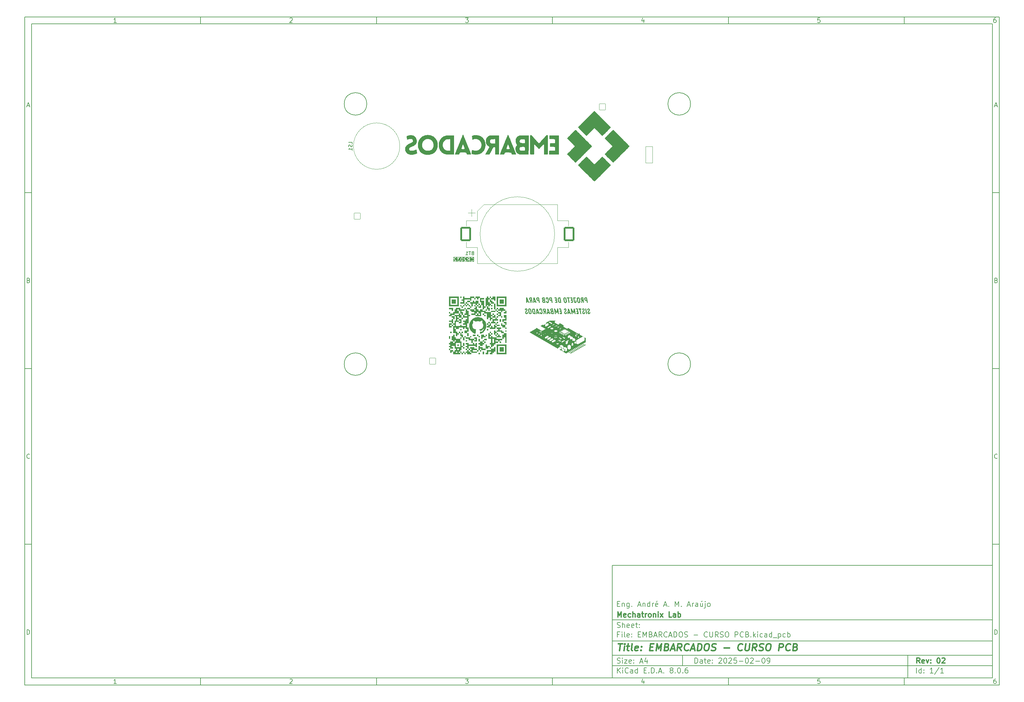
<source format=gbr>
%TF.GenerationSoftware,KiCad,Pcbnew,8.0.6*%
%TF.CreationDate,2025-02-09T14:35:08-03:00*%
%TF.ProjectId,EMBARCADOS - CURSO PCB,454d4241-5243-4414-944f-53202d204355,02*%
%TF.SameCoordinates,Original*%
%TF.FileFunction,Legend,Bot*%
%TF.FilePolarity,Positive*%
%FSLAX46Y46*%
G04 Gerber Fmt 4.6, Leading zero omitted, Abs format (unit mm)*
G04 Created by KiCad (PCBNEW 8.0.6) date 2025-02-09 14:35:08*
%MOMM*%
%LPD*%
G01*
G04 APERTURE LIST*
G04 Aperture macros list*
%AMRoundRect*
0 Rectangle with rounded corners*
0 $1 Rounding radius*
0 $2 $3 $4 $5 $6 $7 $8 $9 X,Y pos of 4 corners*
0 Add a 4 corners polygon primitive as box body*
4,1,4,$2,$3,$4,$5,$6,$7,$8,$9,$2,$3,0*
0 Add four circle primitives for the rounded corners*
1,1,$1+$1,$2,$3*
1,1,$1+$1,$4,$5*
1,1,$1+$1,$6,$7*
1,1,$1+$1,$8,$9*
0 Add four rect primitives between the rounded corners*
20,1,$1+$1,$2,$3,$4,$5,0*
20,1,$1+$1,$4,$5,$6,$7,0*
20,1,$1+$1,$6,$7,$8,$9,0*
20,1,$1+$1,$8,$9,$2,$3,0*%
G04 Aperture macros list end*
%ADD10C,0.100000*%
%ADD11C,0.150000*%
%ADD12C,0.300000*%
%ADD13C,0.400000*%
%ADD14C,0.000000*%
%ADD15C,0.120000*%
%ADD16C,3.276000*%
%ADD17C,1.776000*%
%ADD18C,2.076000*%
%ADD19RoundRect,0.038000X-0.850000X0.850000X-0.850000X-0.850000X0.850000X-0.850000X0.850000X0.850000X0*%
%ADD20O,1.776000X1.776000*%
%ADD21C,0.726000*%
%ADD22O,2.176000X1.076000*%
%ADD23O,1.876000X1.076000*%
%ADD24RoundRect,0.038000X-0.850000X-0.850000X0.850000X-0.850000X0.850000X0.850000X-0.850000X0.850000X0*%
%ADD25RoundRect,0.038000X0.850000X-0.850000X0.850000X0.850000X-0.850000X0.850000X-0.850000X-0.850000X0*%
%ADD26RoundRect,0.038000X1.000000X-2.300000X1.000000X2.300000X-1.000000X2.300000X-1.000000X-2.300000X0*%
%ADD27O,2.076000X4.276000*%
%ADD28O,4.276000X2.076000*%
%ADD29RoundRect,0.256333X1.281667X1.781667X-1.281667X1.781667X-1.281667X-1.781667X1.281667X-1.781667X0*%
%ADD30C,1.576000*%
G04 APERTURE END LIST*
D10*
D11*
X177002200Y-166007200D02*
X285002200Y-166007200D01*
X285002200Y-198007200D01*
X177002200Y-198007200D01*
X177002200Y-166007200D01*
D10*
D11*
X10000000Y-10000000D02*
X287002200Y-10000000D01*
X287002200Y-200007200D01*
X10000000Y-200007200D01*
X10000000Y-10000000D01*
D10*
D11*
X12000000Y-12000000D02*
X285002200Y-12000000D01*
X285002200Y-198007200D01*
X12000000Y-198007200D01*
X12000000Y-12000000D01*
D10*
D11*
X60000000Y-12000000D02*
X60000000Y-10000000D01*
D10*
D11*
X110000000Y-12000000D02*
X110000000Y-10000000D01*
D10*
D11*
X160000000Y-12000000D02*
X160000000Y-10000000D01*
D10*
D11*
X210000000Y-12000000D02*
X210000000Y-10000000D01*
D10*
D11*
X260000000Y-12000000D02*
X260000000Y-10000000D01*
D10*
D11*
X36089160Y-11593604D02*
X35346303Y-11593604D01*
X35717731Y-11593604D02*
X35717731Y-10293604D01*
X35717731Y-10293604D02*
X35593922Y-10479319D01*
X35593922Y-10479319D02*
X35470112Y-10603128D01*
X35470112Y-10603128D02*
X35346303Y-10665033D01*
D10*
D11*
X85346303Y-10417414D02*
X85408207Y-10355509D01*
X85408207Y-10355509D02*
X85532017Y-10293604D01*
X85532017Y-10293604D02*
X85841541Y-10293604D01*
X85841541Y-10293604D02*
X85965350Y-10355509D01*
X85965350Y-10355509D02*
X86027255Y-10417414D01*
X86027255Y-10417414D02*
X86089160Y-10541223D01*
X86089160Y-10541223D02*
X86089160Y-10665033D01*
X86089160Y-10665033D02*
X86027255Y-10850747D01*
X86027255Y-10850747D02*
X85284398Y-11593604D01*
X85284398Y-11593604D02*
X86089160Y-11593604D01*
D10*
D11*
X135284398Y-10293604D02*
X136089160Y-10293604D01*
X136089160Y-10293604D02*
X135655826Y-10788842D01*
X135655826Y-10788842D02*
X135841541Y-10788842D01*
X135841541Y-10788842D02*
X135965350Y-10850747D01*
X135965350Y-10850747D02*
X136027255Y-10912652D01*
X136027255Y-10912652D02*
X136089160Y-11036461D01*
X136089160Y-11036461D02*
X136089160Y-11345985D01*
X136089160Y-11345985D02*
X136027255Y-11469795D01*
X136027255Y-11469795D02*
X135965350Y-11531700D01*
X135965350Y-11531700D02*
X135841541Y-11593604D01*
X135841541Y-11593604D02*
X135470112Y-11593604D01*
X135470112Y-11593604D02*
X135346303Y-11531700D01*
X135346303Y-11531700D02*
X135284398Y-11469795D01*
D10*
D11*
X185965350Y-10726938D02*
X185965350Y-11593604D01*
X185655826Y-10231700D02*
X185346303Y-11160271D01*
X185346303Y-11160271D02*
X186151064Y-11160271D01*
D10*
D11*
X236027255Y-10293604D02*
X235408207Y-10293604D01*
X235408207Y-10293604D02*
X235346303Y-10912652D01*
X235346303Y-10912652D02*
X235408207Y-10850747D01*
X235408207Y-10850747D02*
X235532017Y-10788842D01*
X235532017Y-10788842D02*
X235841541Y-10788842D01*
X235841541Y-10788842D02*
X235965350Y-10850747D01*
X235965350Y-10850747D02*
X236027255Y-10912652D01*
X236027255Y-10912652D02*
X236089160Y-11036461D01*
X236089160Y-11036461D02*
X236089160Y-11345985D01*
X236089160Y-11345985D02*
X236027255Y-11469795D01*
X236027255Y-11469795D02*
X235965350Y-11531700D01*
X235965350Y-11531700D02*
X235841541Y-11593604D01*
X235841541Y-11593604D02*
X235532017Y-11593604D01*
X235532017Y-11593604D02*
X235408207Y-11531700D01*
X235408207Y-11531700D02*
X235346303Y-11469795D01*
D10*
D11*
X285965350Y-10293604D02*
X285717731Y-10293604D01*
X285717731Y-10293604D02*
X285593922Y-10355509D01*
X285593922Y-10355509D02*
X285532017Y-10417414D01*
X285532017Y-10417414D02*
X285408207Y-10603128D01*
X285408207Y-10603128D02*
X285346303Y-10850747D01*
X285346303Y-10850747D02*
X285346303Y-11345985D01*
X285346303Y-11345985D02*
X285408207Y-11469795D01*
X285408207Y-11469795D02*
X285470112Y-11531700D01*
X285470112Y-11531700D02*
X285593922Y-11593604D01*
X285593922Y-11593604D02*
X285841541Y-11593604D01*
X285841541Y-11593604D02*
X285965350Y-11531700D01*
X285965350Y-11531700D02*
X286027255Y-11469795D01*
X286027255Y-11469795D02*
X286089160Y-11345985D01*
X286089160Y-11345985D02*
X286089160Y-11036461D01*
X286089160Y-11036461D02*
X286027255Y-10912652D01*
X286027255Y-10912652D02*
X285965350Y-10850747D01*
X285965350Y-10850747D02*
X285841541Y-10788842D01*
X285841541Y-10788842D02*
X285593922Y-10788842D01*
X285593922Y-10788842D02*
X285470112Y-10850747D01*
X285470112Y-10850747D02*
X285408207Y-10912652D01*
X285408207Y-10912652D02*
X285346303Y-11036461D01*
D10*
D11*
X60000000Y-198007200D02*
X60000000Y-200007200D01*
D10*
D11*
X110000000Y-198007200D02*
X110000000Y-200007200D01*
D10*
D11*
X160000000Y-198007200D02*
X160000000Y-200007200D01*
D10*
D11*
X210000000Y-198007200D02*
X210000000Y-200007200D01*
D10*
D11*
X260000000Y-198007200D02*
X260000000Y-200007200D01*
D10*
D11*
X36089160Y-199600804D02*
X35346303Y-199600804D01*
X35717731Y-199600804D02*
X35717731Y-198300804D01*
X35717731Y-198300804D02*
X35593922Y-198486519D01*
X35593922Y-198486519D02*
X35470112Y-198610328D01*
X35470112Y-198610328D02*
X35346303Y-198672233D01*
D10*
D11*
X85346303Y-198424614D02*
X85408207Y-198362709D01*
X85408207Y-198362709D02*
X85532017Y-198300804D01*
X85532017Y-198300804D02*
X85841541Y-198300804D01*
X85841541Y-198300804D02*
X85965350Y-198362709D01*
X85965350Y-198362709D02*
X86027255Y-198424614D01*
X86027255Y-198424614D02*
X86089160Y-198548423D01*
X86089160Y-198548423D02*
X86089160Y-198672233D01*
X86089160Y-198672233D02*
X86027255Y-198857947D01*
X86027255Y-198857947D02*
X85284398Y-199600804D01*
X85284398Y-199600804D02*
X86089160Y-199600804D01*
D10*
D11*
X135284398Y-198300804D02*
X136089160Y-198300804D01*
X136089160Y-198300804D02*
X135655826Y-198796042D01*
X135655826Y-198796042D02*
X135841541Y-198796042D01*
X135841541Y-198796042D02*
X135965350Y-198857947D01*
X135965350Y-198857947D02*
X136027255Y-198919852D01*
X136027255Y-198919852D02*
X136089160Y-199043661D01*
X136089160Y-199043661D02*
X136089160Y-199353185D01*
X136089160Y-199353185D02*
X136027255Y-199476995D01*
X136027255Y-199476995D02*
X135965350Y-199538900D01*
X135965350Y-199538900D02*
X135841541Y-199600804D01*
X135841541Y-199600804D02*
X135470112Y-199600804D01*
X135470112Y-199600804D02*
X135346303Y-199538900D01*
X135346303Y-199538900D02*
X135284398Y-199476995D01*
D10*
D11*
X185965350Y-198734138D02*
X185965350Y-199600804D01*
X185655826Y-198238900D02*
X185346303Y-199167471D01*
X185346303Y-199167471D02*
X186151064Y-199167471D01*
D10*
D11*
X236027255Y-198300804D02*
X235408207Y-198300804D01*
X235408207Y-198300804D02*
X235346303Y-198919852D01*
X235346303Y-198919852D02*
X235408207Y-198857947D01*
X235408207Y-198857947D02*
X235532017Y-198796042D01*
X235532017Y-198796042D02*
X235841541Y-198796042D01*
X235841541Y-198796042D02*
X235965350Y-198857947D01*
X235965350Y-198857947D02*
X236027255Y-198919852D01*
X236027255Y-198919852D02*
X236089160Y-199043661D01*
X236089160Y-199043661D02*
X236089160Y-199353185D01*
X236089160Y-199353185D02*
X236027255Y-199476995D01*
X236027255Y-199476995D02*
X235965350Y-199538900D01*
X235965350Y-199538900D02*
X235841541Y-199600804D01*
X235841541Y-199600804D02*
X235532017Y-199600804D01*
X235532017Y-199600804D02*
X235408207Y-199538900D01*
X235408207Y-199538900D02*
X235346303Y-199476995D01*
D10*
D11*
X285965350Y-198300804D02*
X285717731Y-198300804D01*
X285717731Y-198300804D02*
X285593922Y-198362709D01*
X285593922Y-198362709D02*
X285532017Y-198424614D01*
X285532017Y-198424614D02*
X285408207Y-198610328D01*
X285408207Y-198610328D02*
X285346303Y-198857947D01*
X285346303Y-198857947D02*
X285346303Y-199353185D01*
X285346303Y-199353185D02*
X285408207Y-199476995D01*
X285408207Y-199476995D02*
X285470112Y-199538900D01*
X285470112Y-199538900D02*
X285593922Y-199600804D01*
X285593922Y-199600804D02*
X285841541Y-199600804D01*
X285841541Y-199600804D02*
X285965350Y-199538900D01*
X285965350Y-199538900D02*
X286027255Y-199476995D01*
X286027255Y-199476995D02*
X286089160Y-199353185D01*
X286089160Y-199353185D02*
X286089160Y-199043661D01*
X286089160Y-199043661D02*
X286027255Y-198919852D01*
X286027255Y-198919852D02*
X285965350Y-198857947D01*
X285965350Y-198857947D02*
X285841541Y-198796042D01*
X285841541Y-198796042D02*
X285593922Y-198796042D01*
X285593922Y-198796042D02*
X285470112Y-198857947D01*
X285470112Y-198857947D02*
X285408207Y-198919852D01*
X285408207Y-198919852D02*
X285346303Y-199043661D01*
D10*
D11*
X10000000Y-60000000D02*
X12000000Y-60000000D01*
D10*
D11*
X10000000Y-110000000D02*
X12000000Y-110000000D01*
D10*
D11*
X10000000Y-160000000D02*
X12000000Y-160000000D01*
D10*
D11*
X10690476Y-35222176D02*
X11309523Y-35222176D01*
X10566666Y-35593604D02*
X10999999Y-34293604D01*
X10999999Y-34293604D02*
X11433333Y-35593604D01*
D10*
D11*
X11092857Y-84912652D02*
X11278571Y-84974557D01*
X11278571Y-84974557D02*
X11340476Y-85036461D01*
X11340476Y-85036461D02*
X11402380Y-85160271D01*
X11402380Y-85160271D02*
X11402380Y-85345985D01*
X11402380Y-85345985D02*
X11340476Y-85469795D01*
X11340476Y-85469795D02*
X11278571Y-85531700D01*
X11278571Y-85531700D02*
X11154761Y-85593604D01*
X11154761Y-85593604D02*
X10659523Y-85593604D01*
X10659523Y-85593604D02*
X10659523Y-84293604D01*
X10659523Y-84293604D02*
X11092857Y-84293604D01*
X11092857Y-84293604D02*
X11216666Y-84355509D01*
X11216666Y-84355509D02*
X11278571Y-84417414D01*
X11278571Y-84417414D02*
X11340476Y-84541223D01*
X11340476Y-84541223D02*
X11340476Y-84665033D01*
X11340476Y-84665033D02*
X11278571Y-84788842D01*
X11278571Y-84788842D02*
X11216666Y-84850747D01*
X11216666Y-84850747D02*
X11092857Y-84912652D01*
X11092857Y-84912652D02*
X10659523Y-84912652D01*
D10*
D11*
X11402380Y-135469795D02*
X11340476Y-135531700D01*
X11340476Y-135531700D02*
X11154761Y-135593604D01*
X11154761Y-135593604D02*
X11030952Y-135593604D01*
X11030952Y-135593604D02*
X10845238Y-135531700D01*
X10845238Y-135531700D02*
X10721428Y-135407890D01*
X10721428Y-135407890D02*
X10659523Y-135284080D01*
X10659523Y-135284080D02*
X10597619Y-135036461D01*
X10597619Y-135036461D02*
X10597619Y-134850747D01*
X10597619Y-134850747D02*
X10659523Y-134603128D01*
X10659523Y-134603128D02*
X10721428Y-134479319D01*
X10721428Y-134479319D02*
X10845238Y-134355509D01*
X10845238Y-134355509D02*
X11030952Y-134293604D01*
X11030952Y-134293604D02*
X11154761Y-134293604D01*
X11154761Y-134293604D02*
X11340476Y-134355509D01*
X11340476Y-134355509D02*
X11402380Y-134417414D01*
D10*
D11*
X10659523Y-185593604D02*
X10659523Y-184293604D01*
X10659523Y-184293604D02*
X10969047Y-184293604D01*
X10969047Y-184293604D02*
X11154761Y-184355509D01*
X11154761Y-184355509D02*
X11278571Y-184479319D01*
X11278571Y-184479319D02*
X11340476Y-184603128D01*
X11340476Y-184603128D02*
X11402380Y-184850747D01*
X11402380Y-184850747D02*
X11402380Y-185036461D01*
X11402380Y-185036461D02*
X11340476Y-185284080D01*
X11340476Y-185284080D02*
X11278571Y-185407890D01*
X11278571Y-185407890D02*
X11154761Y-185531700D01*
X11154761Y-185531700D02*
X10969047Y-185593604D01*
X10969047Y-185593604D02*
X10659523Y-185593604D01*
D10*
D11*
X287002200Y-60000000D02*
X285002200Y-60000000D01*
D10*
D11*
X287002200Y-110000000D02*
X285002200Y-110000000D01*
D10*
D11*
X287002200Y-160000000D02*
X285002200Y-160000000D01*
D10*
D11*
X285692676Y-35222176D02*
X286311723Y-35222176D01*
X285568866Y-35593604D02*
X286002199Y-34293604D01*
X286002199Y-34293604D02*
X286435533Y-35593604D01*
D10*
D11*
X286095057Y-84912652D02*
X286280771Y-84974557D01*
X286280771Y-84974557D02*
X286342676Y-85036461D01*
X286342676Y-85036461D02*
X286404580Y-85160271D01*
X286404580Y-85160271D02*
X286404580Y-85345985D01*
X286404580Y-85345985D02*
X286342676Y-85469795D01*
X286342676Y-85469795D02*
X286280771Y-85531700D01*
X286280771Y-85531700D02*
X286156961Y-85593604D01*
X286156961Y-85593604D02*
X285661723Y-85593604D01*
X285661723Y-85593604D02*
X285661723Y-84293604D01*
X285661723Y-84293604D02*
X286095057Y-84293604D01*
X286095057Y-84293604D02*
X286218866Y-84355509D01*
X286218866Y-84355509D02*
X286280771Y-84417414D01*
X286280771Y-84417414D02*
X286342676Y-84541223D01*
X286342676Y-84541223D02*
X286342676Y-84665033D01*
X286342676Y-84665033D02*
X286280771Y-84788842D01*
X286280771Y-84788842D02*
X286218866Y-84850747D01*
X286218866Y-84850747D02*
X286095057Y-84912652D01*
X286095057Y-84912652D02*
X285661723Y-84912652D01*
D10*
D11*
X286404580Y-135469795D02*
X286342676Y-135531700D01*
X286342676Y-135531700D02*
X286156961Y-135593604D01*
X286156961Y-135593604D02*
X286033152Y-135593604D01*
X286033152Y-135593604D02*
X285847438Y-135531700D01*
X285847438Y-135531700D02*
X285723628Y-135407890D01*
X285723628Y-135407890D02*
X285661723Y-135284080D01*
X285661723Y-135284080D02*
X285599819Y-135036461D01*
X285599819Y-135036461D02*
X285599819Y-134850747D01*
X285599819Y-134850747D02*
X285661723Y-134603128D01*
X285661723Y-134603128D02*
X285723628Y-134479319D01*
X285723628Y-134479319D02*
X285847438Y-134355509D01*
X285847438Y-134355509D02*
X286033152Y-134293604D01*
X286033152Y-134293604D02*
X286156961Y-134293604D01*
X286156961Y-134293604D02*
X286342676Y-134355509D01*
X286342676Y-134355509D02*
X286404580Y-134417414D01*
D10*
D11*
X285661723Y-185593604D02*
X285661723Y-184293604D01*
X285661723Y-184293604D02*
X285971247Y-184293604D01*
X285971247Y-184293604D02*
X286156961Y-184355509D01*
X286156961Y-184355509D02*
X286280771Y-184479319D01*
X286280771Y-184479319D02*
X286342676Y-184603128D01*
X286342676Y-184603128D02*
X286404580Y-184850747D01*
X286404580Y-184850747D02*
X286404580Y-185036461D01*
X286404580Y-185036461D02*
X286342676Y-185284080D01*
X286342676Y-185284080D02*
X286280771Y-185407890D01*
X286280771Y-185407890D02*
X286156961Y-185531700D01*
X286156961Y-185531700D02*
X285971247Y-185593604D01*
X285971247Y-185593604D02*
X285661723Y-185593604D01*
D10*
D11*
X200458026Y-193793328D02*
X200458026Y-192293328D01*
X200458026Y-192293328D02*
X200815169Y-192293328D01*
X200815169Y-192293328D02*
X201029455Y-192364757D01*
X201029455Y-192364757D02*
X201172312Y-192507614D01*
X201172312Y-192507614D02*
X201243741Y-192650471D01*
X201243741Y-192650471D02*
X201315169Y-192936185D01*
X201315169Y-192936185D02*
X201315169Y-193150471D01*
X201315169Y-193150471D02*
X201243741Y-193436185D01*
X201243741Y-193436185D02*
X201172312Y-193579042D01*
X201172312Y-193579042D02*
X201029455Y-193721900D01*
X201029455Y-193721900D02*
X200815169Y-193793328D01*
X200815169Y-193793328D02*
X200458026Y-193793328D01*
X202600884Y-193793328D02*
X202600884Y-193007614D01*
X202600884Y-193007614D02*
X202529455Y-192864757D01*
X202529455Y-192864757D02*
X202386598Y-192793328D01*
X202386598Y-192793328D02*
X202100884Y-192793328D01*
X202100884Y-192793328D02*
X201958026Y-192864757D01*
X202600884Y-193721900D02*
X202458026Y-193793328D01*
X202458026Y-193793328D02*
X202100884Y-193793328D01*
X202100884Y-193793328D02*
X201958026Y-193721900D01*
X201958026Y-193721900D02*
X201886598Y-193579042D01*
X201886598Y-193579042D02*
X201886598Y-193436185D01*
X201886598Y-193436185D02*
X201958026Y-193293328D01*
X201958026Y-193293328D02*
X202100884Y-193221900D01*
X202100884Y-193221900D02*
X202458026Y-193221900D01*
X202458026Y-193221900D02*
X202600884Y-193150471D01*
X203100884Y-192793328D02*
X203672312Y-192793328D01*
X203315169Y-192293328D02*
X203315169Y-193579042D01*
X203315169Y-193579042D02*
X203386598Y-193721900D01*
X203386598Y-193721900D02*
X203529455Y-193793328D01*
X203529455Y-193793328D02*
X203672312Y-193793328D01*
X204743741Y-193721900D02*
X204600884Y-193793328D01*
X204600884Y-193793328D02*
X204315170Y-193793328D01*
X204315170Y-193793328D02*
X204172312Y-193721900D01*
X204172312Y-193721900D02*
X204100884Y-193579042D01*
X204100884Y-193579042D02*
X204100884Y-193007614D01*
X204100884Y-193007614D02*
X204172312Y-192864757D01*
X204172312Y-192864757D02*
X204315170Y-192793328D01*
X204315170Y-192793328D02*
X204600884Y-192793328D01*
X204600884Y-192793328D02*
X204743741Y-192864757D01*
X204743741Y-192864757D02*
X204815170Y-193007614D01*
X204815170Y-193007614D02*
X204815170Y-193150471D01*
X204815170Y-193150471D02*
X204100884Y-193293328D01*
X205458026Y-193650471D02*
X205529455Y-193721900D01*
X205529455Y-193721900D02*
X205458026Y-193793328D01*
X205458026Y-193793328D02*
X205386598Y-193721900D01*
X205386598Y-193721900D02*
X205458026Y-193650471D01*
X205458026Y-193650471D02*
X205458026Y-193793328D01*
X205458026Y-192864757D02*
X205529455Y-192936185D01*
X205529455Y-192936185D02*
X205458026Y-193007614D01*
X205458026Y-193007614D02*
X205386598Y-192936185D01*
X205386598Y-192936185D02*
X205458026Y-192864757D01*
X205458026Y-192864757D02*
X205458026Y-193007614D01*
X207243741Y-192436185D02*
X207315169Y-192364757D01*
X207315169Y-192364757D02*
X207458027Y-192293328D01*
X207458027Y-192293328D02*
X207815169Y-192293328D01*
X207815169Y-192293328D02*
X207958027Y-192364757D01*
X207958027Y-192364757D02*
X208029455Y-192436185D01*
X208029455Y-192436185D02*
X208100884Y-192579042D01*
X208100884Y-192579042D02*
X208100884Y-192721900D01*
X208100884Y-192721900D02*
X208029455Y-192936185D01*
X208029455Y-192936185D02*
X207172312Y-193793328D01*
X207172312Y-193793328D02*
X208100884Y-193793328D01*
X209029455Y-192293328D02*
X209172312Y-192293328D01*
X209172312Y-192293328D02*
X209315169Y-192364757D01*
X209315169Y-192364757D02*
X209386598Y-192436185D01*
X209386598Y-192436185D02*
X209458026Y-192579042D01*
X209458026Y-192579042D02*
X209529455Y-192864757D01*
X209529455Y-192864757D02*
X209529455Y-193221900D01*
X209529455Y-193221900D02*
X209458026Y-193507614D01*
X209458026Y-193507614D02*
X209386598Y-193650471D01*
X209386598Y-193650471D02*
X209315169Y-193721900D01*
X209315169Y-193721900D02*
X209172312Y-193793328D01*
X209172312Y-193793328D02*
X209029455Y-193793328D01*
X209029455Y-193793328D02*
X208886598Y-193721900D01*
X208886598Y-193721900D02*
X208815169Y-193650471D01*
X208815169Y-193650471D02*
X208743740Y-193507614D01*
X208743740Y-193507614D02*
X208672312Y-193221900D01*
X208672312Y-193221900D02*
X208672312Y-192864757D01*
X208672312Y-192864757D02*
X208743740Y-192579042D01*
X208743740Y-192579042D02*
X208815169Y-192436185D01*
X208815169Y-192436185D02*
X208886598Y-192364757D01*
X208886598Y-192364757D02*
X209029455Y-192293328D01*
X210100883Y-192436185D02*
X210172311Y-192364757D01*
X210172311Y-192364757D02*
X210315169Y-192293328D01*
X210315169Y-192293328D02*
X210672311Y-192293328D01*
X210672311Y-192293328D02*
X210815169Y-192364757D01*
X210815169Y-192364757D02*
X210886597Y-192436185D01*
X210886597Y-192436185D02*
X210958026Y-192579042D01*
X210958026Y-192579042D02*
X210958026Y-192721900D01*
X210958026Y-192721900D02*
X210886597Y-192936185D01*
X210886597Y-192936185D02*
X210029454Y-193793328D01*
X210029454Y-193793328D02*
X210958026Y-193793328D01*
X212315168Y-192293328D02*
X211600882Y-192293328D01*
X211600882Y-192293328D02*
X211529454Y-193007614D01*
X211529454Y-193007614D02*
X211600882Y-192936185D01*
X211600882Y-192936185D02*
X211743740Y-192864757D01*
X211743740Y-192864757D02*
X212100882Y-192864757D01*
X212100882Y-192864757D02*
X212243740Y-192936185D01*
X212243740Y-192936185D02*
X212315168Y-193007614D01*
X212315168Y-193007614D02*
X212386597Y-193150471D01*
X212386597Y-193150471D02*
X212386597Y-193507614D01*
X212386597Y-193507614D02*
X212315168Y-193650471D01*
X212315168Y-193650471D02*
X212243740Y-193721900D01*
X212243740Y-193721900D02*
X212100882Y-193793328D01*
X212100882Y-193793328D02*
X211743740Y-193793328D01*
X211743740Y-193793328D02*
X211600882Y-193721900D01*
X211600882Y-193721900D02*
X211529454Y-193650471D01*
X213029453Y-193221900D02*
X214172311Y-193221900D01*
X215172311Y-192293328D02*
X215315168Y-192293328D01*
X215315168Y-192293328D02*
X215458025Y-192364757D01*
X215458025Y-192364757D02*
X215529454Y-192436185D01*
X215529454Y-192436185D02*
X215600882Y-192579042D01*
X215600882Y-192579042D02*
X215672311Y-192864757D01*
X215672311Y-192864757D02*
X215672311Y-193221900D01*
X215672311Y-193221900D02*
X215600882Y-193507614D01*
X215600882Y-193507614D02*
X215529454Y-193650471D01*
X215529454Y-193650471D02*
X215458025Y-193721900D01*
X215458025Y-193721900D02*
X215315168Y-193793328D01*
X215315168Y-193793328D02*
X215172311Y-193793328D01*
X215172311Y-193793328D02*
X215029454Y-193721900D01*
X215029454Y-193721900D02*
X214958025Y-193650471D01*
X214958025Y-193650471D02*
X214886596Y-193507614D01*
X214886596Y-193507614D02*
X214815168Y-193221900D01*
X214815168Y-193221900D02*
X214815168Y-192864757D01*
X214815168Y-192864757D02*
X214886596Y-192579042D01*
X214886596Y-192579042D02*
X214958025Y-192436185D01*
X214958025Y-192436185D02*
X215029454Y-192364757D01*
X215029454Y-192364757D02*
X215172311Y-192293328D01*
X216243739Y-192436185D02*
X216315167Y-192364757D01*
X216315167Y-192364757D02*
X216458025Y-192293328D01*
X216458025Y-192293328D02*
X216815167Y-192293328D01*
X216815167Y-192293328D02*
X216958025Y-192364757D01*
X216958025Y-192364757D02*
X217029453Y-192436185D01*
X217029453Y-192436185D02*
X217100882Y-192579042D01*
X217100882Y-192579042D02*
X217100882Y-192721900D01*
X217100882Y-192721900D02*
X217029453Y-192936185D01*
X217029453Y-192936185D02*
X216172310Y-193793328D01*
X216172310Y-193793328D02*
X217100882Y-193793328D01*
X217743738Y-193221900D02*
X218886596Y-193221900D01*
X219886596Y-192293328D02*
X220029453Y-192293328D01*
X220029453Y-192293328D02*
X220172310Y-192364757D01*
X220172310Y-192364757D02*
X220243739Y-192436185D01*
X220243739Y-192436185D02*
X220315167Y-192579042D01*
X220315167Y-192579042D02*
X220386596Y-192864757D01*
X220386596Y-192864757D02*
X220386596Y-193221900D01*
X220386596Y-193221900D02*
X220315167Y-193507614D01*
X220315167Y-193507614D02*
X220243739Y-193650471D01*
X220243739Y-193650471D02*
X220172310Y-193721900D01*
X220172310Y-193721900D02*
X220029453Y-193793328D01*
X220029453Y-193793328D02*
X219886596Y-193793328D01*
X219886596Y-193793328D02*
X219743739Y-193721900D01*
X219743739Y-193721900D02*
X219672310Y-193650471D01*
X219672310Y-193650471D02*
X219600881Y-193507614D01*
X219600881Y-193507614D02*
X219529453Y-193221900D01*
X219529453Y-193221900D02*
X219529453Y-192864757D01*
X219529453Y-192864757D02*
X219600881Y-192579042D01*
X219600881Y-192579042D02*
X219672310Y-192436185D01*
X219672310Y-192436185D02*
X219743739Y-192364757D01*
X219743739Y-192364757D02*
X219886596Y-192293328D01*
X221100881Y-193793328D02*
X221386595Y-193793328D01*
X221386595Y-193793328D02*
X221529452Y-193721900D01*
X221529452Y-193721900D02*
X221600881Y-193650471D01*
X221600881Y-193650471D02*
X221743738Y-193436185D01*
X221743738Y-193436185D02*
X221815167Y-193150471D01*
X221815167Y-193150471D02*
X221815167Y-192579042D01*
X221815167Y-192579042D02*
X221743738Y-192436185D01*
X221743738Y-192436185D02*
X221672310Y-192364757D01*
X221672310Y-192364757D02*
X221529452Y-192293328D01*
X221529452Y-192293328D02*
X221243738Y-192293328D01*
X221243738Y-192293328D02*
X221100881Y-192364757D01*
X221100881Y-192364757D02*
X221029452Y-192436185D01*
X221029452Y-192436185D02*
X220958024Y-192579042D01*
X220958024Y-192579042D02*
X220958024Y-192936185D01*
X220958024Y-192936185D02*
X221029452Y-193079042D01*
X221029452Y-193079042D02*
X221100881Y-193150471D01*
X221100881Y-193150471D02*
X221243738Y-193221900D01*
X221243738Y-193221900D02*
X221529452Y-193221900D01*
X221529452Y-193221900D02*
X221672310Y-193150471D01*
X221672310Y-193150471D02*
X221743738Y-193079042D01*
X221743738Y-193079042D02*
X221815167Y-192936185D01*
D10*
D11*
X177002200Y-194507200D02*
X285002200Y-194507200D01*
D10*
D11*
X178458026Y-196593328D02*
X178458026Y-195093328D01*
X179315169Y-196593328D02*
X178672312Y-195736185D01*
X179315169Y-195093328D02*
X178458026Y-195950471D01*
X179958026Y-196593328D02*
X179958026Y-195593328D01*
X179958026Y-195093328D02*
X179886598Y-195164757D01*
X179886598Y-195164757D02*
X179958026Y-195236185D01*
X179958026Y-195236185D02*
X180029455Y-195164757D01*
X180029455Y-195164757D02*
X179958026Y-195093328D01*
X179958026Y-195093328D02*
X179958026Y-195236185D01*
X181529455Y-196450471D02*
X181458027Y-196521900D01*
X181458027Y-196521900D02*
X181243741Y-196593328D01*
X181243741Y-196593328D02*
X181100884Y-196593328D01*
X181100884Y-196593328D02*
X180886598Y-196521900D01*
X180886598Y-196521900D02*
X180743741Y-196379042D01*
X180743741Y-196379042D02*
X180672312Y-196236185D01*
X180672312Y-196236185D02*
X180600884Y-195950471D01*
X180600884Y-195950471D02*
X180600884Y-195736185D01*
X180600884Y-195736185D02*
X180672312Y-195450471D01*
X180672312Y-195450471D02*
X180743741Y-195307614D01*
X180743741Y-195307614D02*
X180886598Y-195164757D01*
X180886598Y-195164757D02*
X181100884Y-195093328D01*
X181100884Y-195093328D02*
X181243741Y-195093328D01*
X181243741Y-195093328D02*
X181458027Y-195164757D01*
X181458027Y-195164757D02*
X181529455Y-195236185D01*
X182815170Y-196593328D02*
X182815170Y-195807614D01*
X182815170Y-195807614D02*
X182743741Y-195664757D01*
X182743741Y-195664757D02*
X182600884Y-195593328D01*
X182600884Y-195593328D02*
X182315170Y-195593328D01*
X182315170Y-195593328D02*
X182172312Y-195664757D01*
X182815170Y-196521900D02*
X182672312Y-196593328D01*
X182672312Y-196593328D02*
X182315170Y-196593328D01*
X182315170Y-196593328D02*
X182172312Y-196521900D01*
X182172312Y-196521900D02*
X182100884Y-196379042D01*
X182100884Y-196379042D02*
X182100884Y-196236185D01*
X182100884Y-196236185D02*
X182172312Y-196093328D01*
X182172312Y-196093328D02*
X182315170Y-196021900D01*
X182315170Y-196021900D02*
X182672312Y-196021900D01*
X182672312Y-196021900D02*
X182815170Y-195950471D01*
X184172313Y-196593328D02*
X184172313Y-195093328D01*
X184172313Y-196521900D02*
X184029455Y-196593328D01*
X184029455Y-196593328D02*
X183743741Y-196593328D01*
X183743741Y-196593328D02*
X183600884Y-196521900D01*
X183600884Y-196521900D02*
X183529455Y-196450471D01*
X183529455Y-196450471D02*
X183458027Y-196307614D01*
X183458027Y-196307614D02*
X183458027Y-195879042D01*
X183458027Y-195879042D02*
X183529455Y-195736185D01*
X183529455Y-195736185D02*
X183600884Y-195664757D01*
X183600884Y-195664757D02*
X183743741Y-195593328D01*
X183743741Y-195593328D02*
X184029455Y-195593328D01*
X184029455Y-195593328D02*
X184172313Y-195664757D01*
X186029455Y-195807614D02*
X186529455Y-195807614D01*
X186743741Y-196593328D02*
X186029455Y-196593328D01*
X186029455Y-196593328D02*
X186029455Y-195093328D01*
X186029455Y-195093328D02*
X186743741Y-195093328D01*
X187386598Y-196450471D02*
X187458027Y-196521900D01*
X187458027Y-196521900D02*
X187386598Y-196593328D01*
X187386598Y-196593328D02*
X187315170Y-196521900D01*
X187315170Y-196521900D02*
X187386598Y-196450471D01*
X187386598Y-196450471D02*
X187386598Y-196593328D01*
X188100884Y-196593328D02*
X188100884Y-195093328D01*
X188100884Y-195093328D02*
X188458027Y-195093328D01*
X188458027Y-195093328D02*
X188672313Y-195164757D01*
X188672313Y-195164757D02*
X188815170Y-195307614D01*
X188815170Y-195307614D02*
X188886599Y-195450471D01*
X188886599Y-195450471D02*
X188958027Y-195736185D01*
X188958027Y-195736185D02*
X188958027Y-195950471D01*
X188958027Y-195950471D02*
X188886599Y-196236185D01*
X188886599Y-196236185D02*
X188815170Y-196379042D01*
X188815170Y-196379042D02*
X188672313Y-196521900D01*
X188672313Y-196521900D02*
X188458027Y-196593328D01*
X188458027Y-196593328D02*
X188100884Y-196593328D01*
X189600884Y-196450471D02*
X189672313Y-196521900D01*
X189672313Y-196521900D02*
X189600884Y-196593328D01*
X189600884Y-196593328D02*
X189529456Y-196521900D01*
X189529456Y-196521900D02*
X189600884Y-196450471D01*
X189600884Y-196450471D02*
X189600884Y-196593328D01*
X190243742Y-196164757D02*
X190958028Y-196164757D01*
X190100885Y-196593328D02*
X190600885Y-195093328D01*
X190600885Y-195093328D02*
X191100885Y-196593328D01*
X191600884Y-196450471D02*
X191672313Y-196521900D01*
X191672313Y-196521900D02*
X191600884Y-196593328D01*
X191600884Y-196593328D02*
X191529456Y-196521900D01*
X191529456Y-196521900D02*
X191600884Y-196450471D01*
X191600884Y-196450471D02*
X191600884Y-196593328D01*
X193672313Y-195736185D02*
X193529456Y-195664757D01*
X193529456Y-195664757D02*
X193458027Y-195593328D01*
X193458027Y-195593328D02*
X193386599Y-195450471D01*
X193386599Y-195450471D02*
X193386599Y-195379042D01*
X193386599Y-195379042D02*
X193458027Y-195236185D01*
X193458027Y-195236185D02*
X193529456Y-195164757D01*
X193529456Y-195164757D02*
X193672313Y-195093328D01*
X193672313Y-195093328D02*
X193958027Y-195093328D01*
X193958027Y-195093328D02*
X194100885Y-195164757D01*
X194100885Y-195164757D02*
X194172313Y-195236185D01*
X194172313Y-195236185D02*
X194243742Y-195379042D01*
X194243742Y-195379042D02*
X194243742Y-195450471D01*
X194243742Y-195450471D02*
X194172313Y-195593328D01*
X194172313Y-195593328D02*
X194100885Y-195664757D01*
X194100885Y-195664757D02*
X193958027Y-195736185D01*
X193958027Y-195736185D02*
X193672313Y-195736185D01*
X193672313Y-195736185D02*
X193529456Y-195807614D01*
X193529456Y-195807614D02*
X193458027Y-195879042D01*
X193458027Y-195879042D02*
X193386599Y-196021900D01*
X193386599Y-196021900D02*
X193386599Y-196307614D01*
X193386599Y-196307614D02*
X193458027Y-196450471D01*
X193458027Y-196450471D02*
X193529456Y-196521900D01*
X193529456Y-196521900D02*
X193672313Y-196593328D01*
X193672313Y-196593328D02*
X193958027Y-196593328D01*
X193958027Y-196593328D02*
X194100885Y-196521900D01*
X194100885Y-196521900D02*
X194172313Y-196450471D01*
X194172313Y-196450471D02*
X194243742Y-196307614D01*
X194243742Y-196307614D02*
X194243742Y-196021900D01*
X194243742Y-196021900D02*
X194172313Y-195879042D01*
X194172313Y-195879042D02*
X194100885Y-195807614D01*
X194100885Y-195807614D02*
X193958027Y-195736185D01*
X194886598Y-196450471D02*
X194958027Y-196521900D01*
X194958027Y-196521900D02*
X194886598Y-196593328D01*
X194886598Y-196593328D02*
X194815170Y-196521900D01*
X194815170Y-196521900D02*
X194886598Y-196450471D01*
X194886598Y-196450471D02*
X194886598Y-196593328D01*
X195886599Y-195093328D02*
X196029456Y-195093328D01*
X196029456Y-195093328D02*
X196172313Y-195164757D01*
X196172313Y-195164757D02*
X196243742Y-195236185D01*
X196243742Y-195236185D02*
X196315170Y-195379042D01*
X196315170Y-195379042D02*
X196386599Y-195664757D01*
X196386599Y-195664757D02*
X196386599Y-196021900D01*
X196386599Y-196021900D02*
X196315170Y-196307614D01*
X196315170Y-196307614D02*
X196243742Y-196450471D01*
X196243742Y-196450471D02*
X196172313Y-196521900D01*
X196172313Y-196521900D02*
X196029456Y-196593328D01*
X196029456Y-196593328D02*
X195886599Y-196593328D01*
X195886599Y-196593328D02*
X195743742Y-196521900D01*
X195743742Y-196521900D02*
X195672313Y-196450471D01*
X195672313Y-196450471D02*
X195600884Y-196307614D01*
X195600884Y-196307614D02*
X195529456Y-196021900D01*
X195529456Y-196021900D02*
X195529456Y-195664757D01*
X195529456Y-195664757D02*
X195600884Y-195379042D01*
X195600884Y-195379042D02*
X195672313Y-195236185D01*
X195672313Y-195236185D02*
X195743742Y-195164757D01*
X195743742Y-195164757D02*
X195886599Y-195093328D01*
X197029455Y-196450471D02*
X197100884Y-196521900D01*
X197100884Y-196521900D02*
X197029455Y-196593328D01*
X197029455Y-196593328D02*
X196958027Y-196521900D01*
X196958027Y-196521900D02*
X197029455Y-196450471D01*
X197029455Y-196450471D02*
X197029455Y-196593328D01*
X198386599Y-195093328D02*
X198100884Y-195093328D01*
X198100884Y-195093328D02*
X197958027Y-195164757D01*
X197958027Y-195164757D02*
X197886599Y-195236185D01*
X197886599Y-195236185D02*
X197743741Y-195450471D01*
X197743741Y-195450471D02*
X197672313Y-195736185D01*
X197672313Y-195736185D02*
X197672313Y-196307614D01*
X197672313Y-196307614D02*
X197743741Y-196450471D01*
X197743741Y-196450471D02*
X197815170Y-196521900D01*
X197815170Y-196521900D02*
X197958027Y-196593328D01*
X197958027Y-196593328D02*
X198243741Y-196593328D01*
X198243741Y-196593328D02*
X198386599Y-196521900D01*
X198386599Y-196521900D02*
X198458027Y-196450471D01*
X198458027Y-196450471D02*
X198529456Y-196307614D01*
X198529456Y-196307614D02*
X198529456Y-195950471D01*
X198529456Y-195950471D02*
X198458027Y-195807614D01*
X198458027Y-195807614D02*
X198386599Y-195736185D01*
X198386599Y-195736185D02*
X198243741Y-195664757D01*
X198243741Y-195664757D02*
X197958027Y-195664757D01*
X197958027Y-195664757D02*
X197815170Y-195736185D01*
X197815170Y-195736185D02*
X197743741Y-195807614D01*
X197743741Y-195807614D02*
X197672313Y-195950471D01*
D10*
D11*
X177002200Y-191507200D02*
X285002200Y-191507200D01*
D10*
D12*
X264413853Y-193785528D02*
X263913853Y-193071242D01*
X263556710Y-193785528D02*
X263556710Y-192285528D01*
X263556710Y-192285528D02*
X264128139Y-192285528D01*
X264128139Y-192285528D02*
X264270996Y-192356957D01*
X264270996Y-192356957D02*
X264342425Y-192428385D01*
X264342425Y-192428385D02*
X264413853Y-192571242D01*
X264413853Y-192571242D02*
X264413853Y-192785528D01*
X264413853Y-192785528D02*
X264342425Y-192928385D01*
X264342425Y-192928385D02*
X264270996Y-192999814D01*
X264270996Y-192999814D02*
X264128139Y-193071242D01*
X264128139Y-193071242D02*
X263556710Y-193071242D01*
X265628139Y-193714100D02*
X265485282Y-193785528D01*
X265485282Y-193785528D02*
X265199568Y-193785528D01*
X265199568Y-193785528D02*
X265056710Y-193714100D01*
X265056710Y-193714100D02*
X264985282Y-193571242D01*
X264985282Y-193571242D02*
X264985282Y-192999814D01*
X264985282Y-192999814D02*
X265056710Y-192856957D01*
X265056710Y-192856957D02*
X265199568Y-192785528D01*
X265199568Y-192785528D02*
X265485282Y-192785528D01*
X265485282Y-192785528D02*
X265628139Y-192856957D01*
X265628139Y-192856957D02*
X265699568Y-192999814D01*
X265699568Y-192999814D02*
X265699568Y-193142671D01*
X265699568Y-193142671D02*
X264985282Y-193285528D01*
X266199567Y-192785528D02*
X266556710Y-193785528D01*
X266556710Y-193785528D02*
X266913853Y-192785528D01*
X267485281Y-193642671D02*
X267556710Y-193714100D01*
X267556710Y-193714100D02*
X267485281Y-193785528D01*
X267485281Y-193785528D02*
X267413853Y-193714100D01*
X267413853Y-193714100D02*
X267485281Y-193642671D01*
X267485281Y-193642671D02*
X267485281Y-193785528D01*
X267485281Y-192856957D02*
X267556710Y-192928385D01*
X267556710Y-192928385D02*
X267485281Y-192999814D01*
X267485281Y-192999814D02*
X267413853Y-192928385D01*
X267413853Y-192928385D02*
X267485281Y-192856957D01*
X267485281Y-192856957D02*
X267485281Y-192999814D01*
X269628139Y-192285528D02*
X269770996Y-192285528D01*
X269770996Y-192285528D02*
X269913853Y-192356957D01*
X269913853Y-192356957D02*
X269985282Y-192428385D01*
X269985282Y-192428385D02*
X270056710Y-192571242D01*
X270056710Y-192571242D02*
X270128139Y-192856957D01*
X270128139Y-192856957D02*
X270128139Y-193214100D01*
X270128139Y-193214100D02*
X270056710Y-193499814D01*
X270056710Y-193499814D02*
X269985282Y-193642671D01*
X269985282Y-193642671D02*
X269913853Y-193714100D01*
X269913853Y-193714100D02*
X269770996Y-193785528D01*
X269770996Y-193785528D02*
X269628139Y-193785528D01*
X269628139Y-193785528D02*
X269485282Y-193714100D01*
X269485282Y-193714100D02*
X269413853Y-193642671D01*
X269413853Y-193642671D02*
X269342424Y-193499814D01*
X269342424Y-193499814D02*
X269270996Y-193214100D01*
X269270996Y-193214100D02*
X269270996Y-192856957D01*
X269270996Y-192856957D02*
X269342424Y-192571242D01*
X269342424Y-192571242D02*
X269413853Y-192428385D01*
X269413853Y-192428385D02*
X269485282Y-192356957D01*
X269485282Y-192356957D02*
X269628139Y-192285528D01*
X270699567Y-192428385D02*
X270770995Y-192356957D01*
X270770995Y-192356957D02*
X270913853Y-192285528D01*
X270913853Y-192285528D02*
X271270995Y-192285528D01*
X271270995Y-192285528D02*
X271413853Y-192356957D01*
X271413853Y-192356957D02*
X271485281Y-192428385D01*
X271485281Y-192428385D02*
X271556710Y-192571242D01*
X271556710Y-192571242D02*
X271556710Y-192714100D01*
X271556710Y-192714100D02*
X271485281Y-192928385D01*
X271485281Y-192928385D02*
X270628138Y-193785528D01*
X270628138Y-193785528D02*
X271556710Y-193785528D01*
D10*
D11*
X178386598Y-193721900D02*
X178600884Y-193793328D01*
X178600884Y-193793328D02*
X178958026Y-193793328D01*
X178958026Y-193793328D02*
X179100884Y-193721900D01*
X179100884Y-193721900D02*
X179172312Y-193650471D01*
X179172312Y-193650471D02*
X179243741Y-193507614D01*
X179243741Y-193507614D02*
X179243741Y-193364757D01*
X179243741Y-193364757D02*
X179172312Y-193221900D01*
X179172312Y-193221900D02*
X179100884Y-193150471D01*
X179100884Y-193150471D02*
X178958026Y-193079042D01*
X178958026Y-193079042D02*
X178672312Y-193007614D01*
X178672312Y-193007614D02*
X178529455Y-192936185D01*
X178529455Y-192936185D02*
X178458026Y-192864757D01*
X178458026Y-192864757D02*
X178386598Y-192721900D01*
X178386598Y-192721900D02*
X178386598Y-192579042D01*
X178386598Y-192579042D02*
X178458026Y-192436185D01*
X178458026Y-192436185D02*
X178529455Y-192364757D01*
X178529455Y-192364757D02*
X178672312Y-192293328D01*
X178672312Y-192293328D02*
X179029455Y-192293328D01*
X179029455Y-192293328D02*
X179243741Y-192364757D01*
X179886597Y-193793328D02*
X179886597Y-192793328D01*
X179886597Y-192293328D02*
X179815169Y-192364757D01*
X179815169Y-192364757D02*
X179886597Y-192436185D01*
X179886597Y-192436185D02*
X179958026Y-192364757D01*
X179958026Y-192364757D02*
X179886597Y-192293328D01*
X179886597Y-192293328D02*
X179886597Y-192436185D01*
X180458026Y-192793328D02*
X181243741Y-192793328D01*
X181243741Y-192793328D02*
X180458026Y-193793328D01*
X180458026Y-193793328D02*
X181243741Y-193793328D01*
X182386598Y-193721900D02*
X182243741Y-193793328D01*
X182243741Y-193793328D02*
X181958027Y-193793328D01*
X181958027Y-193793328D02*
X181815169Y-193721900D01*
X181815169Y-193721900D02*
X181743741Y-193579042D01*
X181743741Y-193579042D02*
X181743741Y-193007614D01*
X181743741Y-193007614D02*
X181815169Y-192864757D01*
X181815169Y-192864757D02*
X181958027Y-192793328D01*
X181958027Y-192793328D02*
X182243741Y-192793328D01*
X182243741Y-192793328D02*
X182386598Y-192864757D01*
X182386598Y-192864757D02*
X182458027Y-193007614D01*
X182458027Y-193007614D02*
X182458027Y-193150471D01*
X182458027Y-193150471D02*
X181743741Y-193293328D01*
X183100883Y-193650471D02*
X183172312Y-193721900D01*
X183172312Y-193721900D02*
X183100883Y-193793328D01*
X183100883Y-193793328D02*
X183029455Y-193721900D01*
X183029455Y-193721900D02*
X183100883Y-193650471D01*
X183100883Y-193650471D02*
X183100883Y-193793328D01*
X183100883Y-192864757D02*
X183172312Y-192936185D01*
X183172312Y-192936185D02*
X183100883Y-193007614D01*
X183100883Y-193007614D02*
X183029455Y-192936185D01*
X183029455Y-192936185D02*
X183100883Y-192864757D01*
X183100883Y-192864757D02*
X183100883Y-193007614D01*
X184886598Y-193364757D02*
X185600884Y-193364757D01*
X184743741Y-193793328D02*
X185243741Y-192293328D01*
X185243741Y-192293328D02*
X185743741Y-193793328D01*
X186886598Y-192793328D02*
X186886598Y-193793328D01*
X186529455Y-192221900D02*
X186172312Y-193293328D01*
X186172312Y-193293328D02*
X187100883Y-193293328D01*
D10*
D11*
X263458026Y-196593328D02*
X263458026Y-195093328D01*
X264815170Y-196593328D02*
X264815170Y-195093328D01*
X264815170Y-196521900D02*
X264672312Y-196593328D01*
X264672312Y-196593328D02*
X264386598Y-196593328D01*
X264386598Y-196593328D02*
X264243741Y-196521900D01*
X264243741Y-196521900D02*
X264172312Y-196450471D01*
X264172312Y-196450471D02*
X264100884Y-196307614D01*
X264100884Y-196307614D02*
X264100884Y-195879042D01*
X264100884Y-195879042D02*
X264172312Y-195736185D01*
X264172312Y-195736185D02*
X264243741Y-195664757D01*
X264243741Y-195664757D02*
X264386598Y-195593328D01*
X264386598Y-195593328D02*
X264672312Y-195593328D01*
X264672312Y-195593328D02*
X264815170Y-195664757D01*
X265529455Y-196450471D02*
X265600884Y-196521900D01*
X265600884Y-196521900D02*
X265529455Y-196593328D01*
X265529455Y-196593328D02*
X265458027Y-196521900D01*
X265458027Y-196521900D02*
X265529455Y-196450471D01*
X265529455Y-196450471D02*
X265529455Y-196593328D01*
X265529455Y-195664757D02*
X265600884Y-195736185D01*
X265600884Y-195736185D02*
X265529455Y-195807614D01*
X265529455Y-195807614D02*
X265458027Y-195736185D01*
X265458027Y-195736185D02*
X265529455Y-195664757D01*
X265529455Y-195664757D02*
X265529455Y-195807614D01*
X268172313Y-196593328D02*
X267315170Y-196593328D01*
X267743741Y-196593328D02*
X267743741Y-195093328D01*
X267743741Y-195093328D02*
X267600884Y-195307614D01*
X267600884Y-195307614D02*
X267458027Y-195450471D01*
X267458027Y-195450471D02*
X267315170Y-195521900D01*
X269886598Y-195021900D02*
X268600884Y-196950471D01*
X271172313Y-196593328D02*
X270315170Y-196593328D01*
X270743741Y-196593328D02*
X270743741Y-195093328D01*
X270743741Y-195093328D02*
X270600884Y-195307614D01*
X270600884Y-195307614D02*
X270458027Y-195450471D01*
X270458027Y-195450471D02*
X270315170Y-195521900D01*
D10*
D11*
X177002200Y-187507200D02*
X285002200Y-187507200D01*
D10*
D13*
X178693928Y-188211638D02*
X179836785Y-188211638D01*
X179015357Y-190211638D02*
X179265357Y-188211638D01*
X180253452Y-190211638D02*
X180420119Y-188878304D01*
X180503452Y-188211638D02*
X180396309Y-188306876D01*
X180396309Y-188306876D02*
X180479643Y-188402114D01*
X180479643Y-188402114D02*
X180586786Y-188306876D01*
X180586786Y-188306876D02*
X180503452Y-188211638D01*
X180503452Y-188211638D02*
X180479643Y-188402114D01*
X181086786Y-188878304D02*
X181848690Y-188878304D01*
X181455833Y-188211638D02*
X181241548Y-189925923D01*
X181241548Y-189925923D02*
X181312976Y-190116400D01*
X181312976Y-190116400D02*
X181491548Y-190211638D01*
X181491548Y-190211638D02*
X181682024Y-190211638D01*
X182634405Y-190211638D02*
X182455833Y-190116400D01*
X182455833Y-190116400D02*
X182384405Y-189925923D01*
X182384405Y-189925923D02*
X182598690Y-188211638D01*
X184170119Y-190116400D02*
X183967738Y-190211638D01*
X183967738Y-190211638D02*
X183586785Y-190211638D01*
X183586785Y-190211638D02*
X183408214Y-190116400D01*
X183408214Y-190116400D02*
X183336785Y-189925923D01*
X183336785Y-189925923D02*
X183432024Y-189164019D01*
X183432024Y-189164019D02*
X183551071Y-188973542D01*
X183551071Y-188973542D02*
X183753452Y-188878304D01*
X183753452Y-188878304D02*
X184134404Y-188878304D01*
X184134404Y-188878304D02*
X184312976Y-188973542D01*
X184312976Y-188973542D02*
X184384404Y-189164019D01*
X184384404Y-189164019D02*
X184360595Y-189354495D01*
X184360595Y-189354495D02*
X183384404Y-189544971D01*
X185134405Y-190021161D02*
X185217738Y-190116400D01*
X185217738Y-190116400D02*
X185110595Y-190211638D01*
X185110595Y-190211638D02*
X185027262Y-190116400D01*
X185027262Y-190116400D02*
X185134405Y-190021161D01*
X185134405Y-190021161D02*
X185110595Y-190211638D01*
X185265357Y-188973542D02*
X185348690Y-189068780D01*
X185348690Y-189068780D02*
X185241548Y-189164019D01*
X185241548Y-189164019D02*
X185158214Y-189068780D01*
X185158214Y-189068780D02*
X185265357Y-188973542D01*
X185265357Y-188973542D02*
X185241548Y-189164019D01*
X187717739Y-189164019D02*
X188384405Y-189164019D01*
X188539167Y-190211638D02*
X187586786Y-190211638D01*
X187586786Y-190211638D02*
X187836786Y-188211638D01*
X187836786Y-188211638D02*
X188789167Y-188211638D01*
X189396310Y-190211638D02*
X189646310Y-188211638D01*
X189646310Y-188211638D02*
X190134405Y-189640209D01*
X190134405Y-189640209D02*
X190979644Y-188211638D01*
X190979644Y-188211638D02*
X190729644Y-190211638D01*
X192479643Y-189164019D02*
X192753453Y-189259257D01*
X192753453Y-189259257D02*
X192836786Y-189354495D01*
X192836786Y-189354495D02*
X192908215Y-189544971D01*
X192908215Y-189544971D02*
X192872500Y-189830685D01*
X192872500Y-189830685D02*
X192753453Y-190021161D01*
X192753453Y-190021161D02*
X192646310Y-190116400D01*
X192646310Y-190116400D02*
X192443929Y-190211638D01*
X192443929Y-190211638D02*
X191682024Y-190211638D01*
X191682024Y-190211638D02*
X191932024Y-188211638D01*
X191932024Y-188211638D02*
X192598691Y-188211638D01*
X192598691Y-188211638D02*
X192777262Y-188306876D01*
X192777262Y-188306876D02*
X192860596Y-188402114D01*
X192860596Y-188402114D02*
X192932024Y-188592590D01*
X192932024Y-188592590D02*
X192908215Y-188783066D01*
X192908215Y-188783066D02*
X192789167Y-188973542D01*
X192789167Y-188973542D02*
X192682024Y-189068780D01*
X192682024Y-189068780D02*
X192479643Y-189164019D01*
X192479643Y-189164019D02*
X191812977Y-189164019D01*
X193658215Y-189640209D02*
X194610596Y-189640209D01*
X193396310Y-190211638D02*
X194312977Y-188211638D01*
X194312977Y-188211638D02*
X194729643Y-190211638D01*
X196539167Y-190211638D02*
X195991548Y-189259257D01*
X195396310Y-190211638D02*
X195646310Y-188211638D01*
X195646310Y-188211638D02*
X196408215Y-188211638D01*
X196408215Y-188211638D02*
X196586786Y-188306876D01*
X196586786Y-188306876D02*
X196670120Y-188402114D01*
X196670120Y-188402114D02*
X196741548Y-188592590D01*
X196741548Y-188592590D02*
X196705834Y-188878304D01*
X196705834Y-188878304D02*
X196586786Y-189068780D01*
X196586786Y-189068780D02*
X196479644Y-189164019D01*
X196479644Y-189164019D02*
X196277263Y-189259257D01*
X196277263Y-189259257D02*
X195515358Y-189259257D01*
X198562977Y-190021161D02*
X198455834Y-190116400D01*
X198455834Y-190116400D02*
X198158215Y-190211638D01*
X198158215Y-190211638D02*
X197967739Y-190211638D01*
X197967739Y-190211638D02*
X197693929Y-190116400D01*
X197693929Y-190116400D02*
X197527263Y-189925923D01*
X197527263Y-189925923D02*
X197455834Y-189735447D01*
X197455834Y-189735447D02*
X197408215Y-189354495D01*
X197408215Y-189354495D02*
X197443929Y-189068780D01*
X197443929Y-189068780D02*
X197586786Y-188687828D01*
X197586786Y-188687828D02*
X197705834Y-188497352D01*
X197705834Y-188497352D02*
X197920120Y-188306876D01*
X197920120Y-188306876D02*
X198217739Y-188211638D01*
X198217739Y-188211638D02*
X198408215Y-188211638D01*
X198408215Y-188211638D02*
X198682025Y-188306876D01*
X198682025Y-188306876D02*
X198765358Y-188402114D01*
X199372501Y-189640209D02*
X200324882Y-189640209D01*
X199110596Y-190211638D02*
X200027263Y-188211638D01*
X200027263Y-188211638D02*
X200443929Y-190211638D01*
X201110596Y-190211638D02*
X201360596Y-188211638D01*
X201360596Y-188211638D02*
X201836787Y-188211638D01*
X201836787Y-188211638D02*
X202110596Y-188306876D01*
X202110596Y-188306876D02*
X202277263Y-188497352D01*
X202277263Y-188497352D02*
X202348691Y-188687828D01*
X202348691Y-188687828D02*
X202396311Y-189068780D01*
X202396311Y-189068780D02*
X202360596Y-189354495D01*
X202360596Y-189354495D02*
X202217739Y-189735447D01*
X202217739Y-189735447D02*
X202098691Y-189925923D01*
X202098691Y-189925923D02*
X201884406Y-190116400D01*
X201884406Y-190116400D02*
X201586787Y-190211638D01*
X201586787Y-190211638D02*
X201110596Y-190211638D01*
X203741549Y-188211638D02*
X204122501Y-188211638D01*
X204122501Y-188211638D02*
X204301072Y-188306876D01*
X204301072Y-188306876D02*
X204467739Y-188497352D01*
X204467739Y-188497352D02*
X204515358Y-188878304D01*
X204515358Y-188878304D02*
X204432025Y-189544971D01*
X204432025Y-189544971D02*
X204289168Y-189925923D01*
X204289168Y-189925923D02*
X204074882Y-190116400D01*
X204074882Y-190116400D02*
X203872501Y-190211638D01*
X203872501Y-190211638D02*
X203491549Y-190211638D01*
X203491549Y-190211638D02*
X203312977Y-190116400D01*
X203312977Y-190116400D02*
X203146311Y-189925923D01*
X203146311Y-189925923D02*
X203098691Y-189544971D01*
X203098691Y-189544971D02*
X203182025Y-188878304D01*
X203182025Y-188878304D02*
X203324882Y-188497352D01*
X203324882Y-188497352D02*
X203539168Y-188306876D01*
X203539168Y-188306876D02*
X203741549Y-188211638D01*
X205122501Y-190116400D02*
X205396310Y-190211638D01*
X205396310Y-190211638D02*
X205872501Y-190211638D01*
X205872501Y-190211638D02*
X206074882Y-190116400D01*
X206074882Y-190116400D02*
X206182025Y-190021161D01*
X206182025Y-190021161D02*
X206301072Y-189830685D01*
X206301072Y-189830685D02*
X206324882Y-189640209D01*
X206324882Y-189640209D02*
X206253453Y-189449733D01*
X206253453Y-189449733D02*
X206170120Y-189354495D01*
X206170120Y-189354495D02*
X205991549Y-189259257D01*
X205991549Y-189259257D02*
X205622501Y-189164019D01*
X205622501Y-189164019D02*
X205443929Y-189068780D01*
X205443929Y-189068780D02*
X205360596Y-188973542D01*
X205360596Y-188973542D02*
X205289168Y-188783066D01*
X205289168Y-188783066D02*
X205312977Y-188592590D01*
X205312977Y-188592590D02*
X205432025Y-188402114D01*
X205432025Y-188402114D02*
X205539168Y-188306876D01*
X205539168Y-188306876D02*
X205741549Y-188211638D01*
X205741549Y-188211638D02*
X206217739Y-188211638D01*
X206217739Y-188211638D02*
X206491549Y-188306876D01*
X208729644Y-189449733D02*
X210253454Y-189449733D01*
X213801073Y-190021161D02*
X213693930Y-190116400D01*
X213693930Y-190116400D02*
X213396311Y-190211638D01*
X213396311Y-190211638D02*
X213205835Y-190211638D01*
X213205835Y-190211638D02*
X212932025Y-190116400D01*
X212932025Y-190116400D02*
X212765359Y-189925923D01*
X212765359Y-189925923D02*
X212693930Y-189735447D01*
X212693930Y-189735447D02*
X212646311Y-189354495D01*
X212646311Y-189354495D02*
X212682025Y-189068780D01*
X212682025Y-189068780D02*
X212824882Y-188687828D01*
X212824882Y-188687828D02*
X212943930Y-188497352D01*
X212943930Y-188497352D02*
X213158216Y-188306876D01*
X213158216Y-188306876D02*
X213455835Y-188211638D01*
X213455835Y-188211638D02*
X213646311Y-188211638D01*
X213646311Y-188211638D02*
X213920121Y-188306876D01*
X213920121Y-188306876D02*
X214003454Y-188402114D01*
X214884406Y-188211638D02*
X214682025Y-189830685D01*
X214682025Y-189830685D02*
X214753454Y-190021161D01*
X214753454Y-190021161D02*
X214836787Y-190116400D01*
X214836787Y-190116400D02*
X215015359Y-190211638D01*
X215015359Y-190211638D02*
X215396311Y-190211638D01*
X215396311Y-190211638D02*
X215598692Y-190116400D01*
X215598692Y-190116400D02*
X215705835Y-190021161D01*
X215705835Y-190021161D02*
X215824882Y-189830685D01*
X215824882Y-189830685D02*
X216027263Y-188211638D01*
X217872501Y-190211638D02*
X217324882Y-189259257D01*
X216729644Y-190211638D02*
X216979644Y-188211638D01*
X216979644Y-188211638D02*
X217741549Y-188211638D01*
X217741549Y-188211638D02*
X217920120Y-188306876D01*
X217920120Y-188306876D02*
X218003454Y-188402114D01*
X218003454Y-188402114D02*
X218074882Y-188592590D01*
X218074882Y-188592590D02*
X218039168Y-188878304D01*
X218039168Y-188878304D02*
X217920120Y-189068780D01*
X217920120Y-189068780D02*
X217812978Y-189164019D01*
X217812978Y-189164019D02*
X217610597Y-189259257D01*
X217610597Y-189259257D02*
X216848692Y-189259257D01*
X218646311Y-190116400D02*
X218920120Y-190211638D01*
X218920120Y-190211638D02*
X219396311Y-190211638D01*
X219396311Y-190211638D02*
X219598692Y-190116400D01*
X219598692Y-190116400D02*
X219705835Y-190021161D01*
X219705835Y-190021161D02*
X219824882Y-189830685D01*
X219824882Y-189830685D02*
X219848692Y-189640209D01*
X219848692Y-189640209D02*
X219777263Y-189449733D01*
X219777263Y-189449733D02*
X219693930Y-189354495D01*
X219693930Y-189354495D02*
X219515359Y-189259257D01*
X219515359Y-189259257D02*
X219146311Y-189164019D01*
X219146311Y-189164019D02*
X218967739Y-189068780D01*
X218967739Y-189068780D02*
X218884406Y-188973542D01*
X218884406Y-188973542D02*
X218812978Y-188783066D01*
X218812978Y-188783066D02*
X218836787Y-188592590D01*
X218836787Y-188592590D02*
X218955835Y-188402114D01*
X218955835Y-188402114D02*
X219062978Y-188306876D01*
X219062978Y-188306876D02*
X219265359Y-188211638D01*
X219265359Y-188211638D02*
X219741549Y-188211638D01*
X219741549Y-188211638D02*
X220015359Y-188306876D01*
X221265359Y-188211638D02*
X221646311Y-188211638D01*
X221646311Y-188211638D02*
X221824882Y-188306876D01*
X221824882Y-188306876D02*
X221991549Y-188497352D01*
X221991549Y-188497352D02*
X222039168Y-188878304D01*
X222039168Y-188878304D02*
X221955835Y-189544971D01*
X221955835Y-189544971D02*
X221812978Y-189925923D01*
X221812978Y-189925923D02*
X221598692Y-190116400D01*
X221598692Y-190116400D02*
X221396311Y-190211638D01*
X221396311Y-190211638D02*
X221015359Y-190211638D01*
X221015359Y-190211638D02*
X220836787Y-190116400D01*
X220836787Y-190116400D02*
X220670121Y-189925923D01*
X220670121Y-189925923D02*
X220622501Y-189544971D01*
X220622501Y-189544971D02*
X220705835Y-188878304D01*
X220705835Y-188878304D02*
X220848692Y-188497352D01*
X220848692Y-188497352D02*
X221062978Y-188306876D01*
X221062978Y-188306876D02*
X221265359Y-188211638D01*
X224253454Y-190211638D02*
X224503454Y-188211638D01*
X224503454Y-188211638D02*
X225265359Y-188211638D01*
X225265359Y-188211638D02*
X225443930Y-188306876D01*
X225443930Y-188306876D02*
X225527264Y-188402114D01*
X225527264Y-188402114D02*
X225598692Y-188592590D01*
X225598692Y-188592590D02*
X225562978Y-188878304D01*
X225562978Y-188878304D02*
X225443930Y-189068780D01*
X225443930Y-189068780D02*
X225336788Y-189164019D01*
X225336788Y-189164019D02*
X225134407Y-189259257D01*
X225134407Y-189259257D02*
X224372502Y-189259257D01*
X227420121Y-190021161D02*
X227312978Y-190116400D01*
X227312978Y-190116400D02*
X227015359Y-190211638D01*
X227015359Y-190211638D02*
X226824883Y-190211638D01*
X226824883Y-190211638D02*
X226551073Y-190116400D01*
X226551073Y-190116400D02*
X226384407Y-189925923D01*
X226384407Y-189925923D02*
X226312978Y-189735447D01*
X226312978Y-189735447D02*
X226265359Y-189354495D01*
X226265359Y-189354495D02*
X226301073Y-189068780D01*
X226301073Y-189068780D02*
X226443930Y-188687828D01*
X226443930Y-188687828D02*
X226562978Y-188497352D01*
X226562978Y-188497352D02*
X226777264Y-188306876D01*
X226777264Y-188306876D02*
X227074883Y-188211638D01*
X227074883Y-188211638D02*
X227265359Y-188211638D01*
X227265359Y-188211638D02*
X227539169Y-188306876D01*
X227539169Y-188306876D02*
X227622502Y-188402114D01*
X229051073Y-189164019D02*
X229324883Y-189259257D01*
X229324883Y-189259257D02*
X229408216Y-189354495D01*
X229408216Y-189354495D02*
X229479645Y-189544971D01*
X229479645Y-189544971D02*
X229443930Y-189830685D01*
X229443930Y-189830685D02*
X229324883Y-190021161D01*
X229324883Y-190021161D02*
X229217740Y-190116400D01*
X229217740Y-190116400D02*
X229015359Y-190211638D01*
X229015359Y-190211638D02*
X228253454Y-190211638D01*
X228253454Y-190211638D02*
X228503454Y-188211638D01*
X228503454Y-188211638D02*
X229170121Y-188211638D01*
X229170121Y-188211638D02*
X229348692Y-188306876D01*
X229348692Y-188306876D02*
X229432026Y-188402114D01*
X229432026Y-188402114D02*
X229503454Y-188592590D01*
X229503454Y-188592590D02*
X229479645Y-188783066D01*
X229479645Y-188783066D02*
X229360597Y-188973542D01*
X229360597Y-188973542D02*
X229253454Y-189068780D01*
X229253454Y-189068780D02*
X229051073Y-189164019D01*
X229051073Y-189164019D02*
X228384407Y-189164019D01*
D10*
D11*
X178958026Y-185607614D02*
X178458026Y-185607614D01*
X178458026Y-186393328D02*
X178458026Y-184893328D01*
X178458026Y-184893328D02*
X179172312Y-184893328D01*
X179743740Y-186393328D02*
X179743740Y-185393328D01*
X179743740Y-184893328D02*
X179672312Y-184964757D01*
X179672312Y-184964757D02*
X179743740Y-185036185D01*
X179743740Y-185036185D02*
X179815169Y-184964757D01*
X179815169Y-184964757D02*
X179743740Y-184893328D01*
X179743740Y-184893328D02*
X179743740Y-185036185D01*
X180672312Y-186393328D02*
X180529455Y-186321900D01*
X180529455Y-186321900D02*
X180458026Y-186179042D01*
X180458026Y-186179042D02*
X180458026Y-184893328D01*
X181815169Y-186321900D02*
X181672312Y-186393328D01*
X181672312Y-186393328D02*
X181386598Y-186393328D01*
X181386598Y-186393328D02*
X181243740Y-186321900D01*
X181243740Y-186321900D02*
X181172312Y-186179042D01*
X181172312Y-186179042D02*
X181172312Y-185607614D01*
X181172312Y-185607614D02*
X181243740Y-185464757D01*
X181243740Y-185464757D02*
X181386598Y-185393328D01*
X181386598Y-185393328D02*
X181672312Y-185393328D01*
X181672312Y-185393328D02*
X181815169Y-185464757D01*
X181815169Y-185464757D02*
X181886598Y-185607614D01*
X181886598Y-185607614D02*
X181886598Y-185750471D01*
X181886598Y-185750471D02*
X181172312Y-185893328D01*
X182529454Y-186250471D02*
X182600883Y-186321900D01*
X182600883Y-186321900D02*
X182529454Y-186393328D01*
X182529454Y-186393328D02*
X182458026Y-186321900D01*
X182458026Y-186321900D02*
X182529454Y-186250471D01*
X182529454Y-186250471D02*
X182529454Y-186393328D01*
X182529454Y-185464757D02*
X182600883Y-185536185D01*
X182600883Y-185536185D02*
X182529454Y-185607614D01*
X182529454Y-185607614D02*
X182458026Y-185536185D01*
X182458026Y-185536185D02*
X182529454Y-185464757D01*
X182529454Y-185464757D02*
X182529454Y-185607614D01*
X184386597Y-185607614D02*
X184886597Y-185607614D01*
X185100883Y-186393328D02*
X184386597Y-186393328D01*
X184386597Y-186393328D02*
X184386597Y-184893328D01*
X184386597Y-184893328D02*
X185100883Y-184893328D01*
X185743740Y-186393328D02*
X185743740Y-184893328D01*
X185743740Y-184893328D02*
X186243740Y-185964757D01*
X186243740Y-185964757D02*
X186743740Y-184893328D01*
X186743740Y-184893328D02*
X186743740Y-186393328D01*
X187958026Y-185607614D02*
X188172312Y-185679042D01*
X188172312Y-185679042D02*
X188243741Y-185750471D01*
X188243741Y-185750471D02*
X188315169Y-185893328D01*
X188315169Y-185893328D02*
X188315169Y-186107614D01*
X188315169Y-186107614D02*
X188243741Y-186250471D01*
X188243741Y-186250471D02*
X188172312Y-186321900D01*
X188172312Y-186321900D02*
X188029455Y-186393328D01*
X188029455Y-186393328D02*
X187458026Y-186393328D01*
X187458026Y-186393328D02*
X187458026Y-184893328D01*
X187458026Y-184893328D02*
X187958026Y-184893328D01*
X187958026Y-184893328D02*
X188100884Y-184964757D01*
X188100884Y-184964757D02*
X188172312Y-185036185D01*
X188172312Y-185036185D02*
X188243741Y-185179042D01*
X188243741Y-185179042D02*
X188243741Y-185321900D01*
X188243741Y-185321900D02*
X188172312Y-185464757D01*
X188172312Y-185464757D02*
X188100884Y-185536185D01*
X188100884Y-185536185D02*
X187958026Y-185607614D01*
X187958026Y-185607614D02*
X187458026Y-185607614D01*
X188886598Y-185964757D02*
X189600884Y-185964757D01*
X188743741Y-186393328D02*
X189243741Y-184893328D01*
X189243741Y-184893328D02*
X189743741Y-186393328D01*
X191100883Y-186393328D02*
X190600883Y-185679042D01*
X190243740Y-186393328D02*
X190243740Y-184893328D01*
X190243740Y-184893328D02*
X190815169Y-184893328D01*
X190815169Y-184893328D02*
X190958026Y-184964757D01*
X190958026Y-184964757D02*
X191029455Y-185036185D01*
X191029455Y-185036185D02*
X191100883Y-185179042D01*
X191100883Y-185179042D02*
X191100883Y-185393328D01*
X191100883Y-185393328D02*
X191029455Y-185536185D01*
X191029455Y-185536185D02*
X190958026Y-185607614D01*
X190958026Y-185607614D02*
X190815169Y-185679042D01*
X190815169Y-185679042D02*
X190243740Y-185679042D01*
X192600883Y-186250471D02*
X192529455Y-186321900D01*
X192529455Y-186321900D02*
X192315169Y-186393328D01*
X192315169Y-186393328D02*
X192172312Y-186393328D01*
X192172312Y-186393328D02*
X191958026Y-186321900D01*
X191958026Y-186321900D02*
X191815169Y-186179042D01*
X191815169Y-186179042D02*
X191743740Y-186036185D01*
X191743740Y-186036185D02*
X191672312Y-185750471D01*
X191672312Y-185750471D02*
X191672312Y-185536185D01*
X191672312Y-185536185D02*
X191743740Y-185250471D01*
X191743740Y-185250471D02*
X191815169Y-185107614D01*
X191815169Y-185107614D02*
X191958026Y-184964757D01*
X191958026Y-184964757D02*
X192172312Y-184893328D01*
X192172312Y-184893328D02*
X192315169Y-184893328D01*
X192315169Y-184893328D02*
X192529455Y-184964757D01*
X192529455Y-184964757D02*
X192600883Y-185036185D01*
X193172312Y-185964757D02*
X193886598Y-185964757D01*
X193029455Y-186393328D02*
X193529455Y-184893328D01*
X193529455Y-184893328D02*
X194029455Y-186393328D01*
X194529454Y-186393328D02*
X194529454Y-184893328D01*
X194529454Y-184893328D02*
X194886597Y-184893328D01*
X194886597Y-184893328D02*
X195100883Y-184964757D01*
X195100883Y-184964757D02*
X195243740Y-185107614D01*
X195243740Y-185107614D02*
X195315169Y-185250471D01*
X195315169Y-185250471D02*
X195386597Y-185536185D01*
X195386597Y-185536185D02*
X195386597Y-185750471D01*
X195386597Y-185750471D02*
X195315169Y-186036185D01*
X195315169Y-186036185D02*
X195243740Y-186179042D01*
X195243740Y-186179042D02*
X195100883Y-186321900D01*
X195100883Y-186321900D02*
X194886597Y-186393328D01*
X194886597Y-186393328D02*
X194529454Y-186393328D01*
X196315169Y-184893328D02*
X196600883Y-184893328D01*
X196600883Y-184893328D02*
X196743740Y-184964757D01*
X196743740Y-184964757D02*
X196886597Y-185107614D01*
X196886597Y-185107614D02*
X196958026Y-185393328D01*
X196958026Y-185393328D02*
X196958026Y-185893328D01*
X196958026Y-185893328D02*
X196886597Y-186179042D01*
X196886597Y-186179042D02*
X196743740Y-186321900D01*
X196743740Y-186321900D02*
X196600883Y-186393328D01*
X196600883Y-186393328D02*
X196315169Y-186393328D01*
X196315169Y-186393328D02*
X196172312Y-186321900D01*
X196172312Y-186321900D02*
X196029454Y-186179042D01*
X196029454Y-186179042D02*
X195958026Y-185893328D01*
X195958026Y-185893328D02*
X195958026Y-185393328D01*
X195958026Y-185393328D02*
X196029454Y-185107614D01*
X196029454Y-185107614D02*
X196172312Y-184964757D01*
X196172312Y-184964757D02*
X196315169Y-184893328D01*
X197529455Y-186321900D02*
X197743741Y-186393328D01*
X197743741Y-186393328D02*
X198100883Y-186393328D01*
X198100883Y-186393328D02*
X198243741Y-186321900D01*
X198243741Y-186321900D02*
X198315169Y-186250471D01*
X198315169Y-186250471D02*
X198386598Y-186107614D01*
X198386598Y-186107614D02*
X198386598Y-185964757D01*
X198386598Y-185964757D02*
X198315169Y-185821900D01*
X198315169Y-185821900D02*
X198243741Y-185750471D01*
X198243741Y-185750471D02*
X198100883Y-185679042D01*
X198100883Y-185679042D02*
X197815169Y-185607614D01*
X197815169Y-185607614D02*
X197672312Y-185536185D01*
X197672312Y-185536185D02*
X197600883Y-185464757D01*
X197600883Y-185464757D02*
X197529455Y-185321900D01*
X197529455Y-185321900D02*
X197529455Y-185179042D01*
X197529455Y-185179042D02*
X197600883Y-185036185D01*
X197600883Y-185036185D02*
X197672312Y-184964757D01*
X197672312Y-184964757D02*
X197815169Y-184893328D01*
X197815169Y-184893328D02*
X198172312Y-184893328D01*
X198172312Y-184893328D02*
X198386598Y-184964757D01*
X200172311Y-185821900D02*
X201315169Y-185821900D01*
X204029454Y-186250471D02*
X203958026Y-186321900D01*
X203958026Y-186321900D02*
X203743740Y-186393328D01*
X203743740Y-186393328D02*
X203600883Y-186393328D01*
X203600883Y-186393328D02*
X203386597Y-186321900D01*
X203386597Y-186321900D02*
X203243740Y-186179042D01*
X203243740Y-186179042D02*
X203172311Y-186036185D01*
X203172311Y-186036185D02*
X203100883Y-185750471D01*
X203100883Y-185750471D02*
X203100883Y-185536185D01*
X203100883Y-185536185D02*
X203172311Y-185250471D01*
X203172311Y-185250471D02*
X203243740Y-185107614D01*
X203243740Y-185107614D02*
X203386597Y-184964757D01*
X203386597Y-184964757D02*
X203600883Y-184893328D01*
X203600883Y-184893328D02*
X203743740Y-184893328D01*
X203743740Y-184893328D02*
X203958026Y-184964757D01*
X203958026Y-184964757D02*
X204029454Y-185036185D01*
X204672311Y-184893328D02*
X204672311Y-186107614D01*
X204672311Y-186107614D02*
X204743740Y-186250471D01*
X204743740Y-186250471D02*
X204815169Y-186321900D01*
X204815169Y-186321900D02*
X204958026Y-186393328D01*
X204958026Y-186393328D02*
X205243740Y-186393328D01*
X205243740Y-186393328D02*
X205386597Y-186321900D01*
X205386597Y-186321900D02*
X205458026Y-186250471D01*
X205458026Y-186250471D02*
X205529454Y-186107614D01*
X205529454Y-186107614D02*
X205529454Y-184893328D01*
X207100883Y-186393328D02*
X206600883Y-185679042D01*
X206243740Y-186393328D02*
X206243740Y-184893328D01*
X206243740Y-184893328D02*
X206815169Y-184893328D01*
X206815169Y-184893328D02*
X206958026Y-184964757D01*
X206958026Y-184964757D02*
X207029455Y-185036185D01*
X207029455Y-185036185D02*
X207100883Y-185179042D01*
X207100883Y-185179042D02*
X207100883Y-185393328D01*
X207100883Y-185393328D02*
X207029455Y-185536185D01*
X207029455Y-185536185D02*
X206958026Y-185607614D01*
X206958026Y-185607614D02*
X206815169Y-185679042D01*
X206815169Y-185679042D02*
X206243740Y-185679042D01*
X207672312Y-186321900D02*
X207886598Y-186393328D01*
X207886598Y-186393328D02*
X208243740Y-186393328D01*
X208243740Y-186393328D02*
X208386598Y-186321900D01*
X208386598Y-186321900D02*
X208458026Y-186250471D01*
X208458026Y-186250471D02*
X208529455Y-186107614D01*
X208529455Y-186107614D02*
X208529455Y-185964757D01*
X208529455Y-185964757D02*
X208458026Y-185821900D01*
X208458026Y-185821900D02*
X208386598Y-185750471D01*
X208386598Y-185750471D02*
X208243740Y-185679042D01*
X208243740Y-185679042D02*
X207958026Y-185607614D01*
X207958026Y-185607614D02*
X207815169Y-185536185D01*
X207815169Y-185536185D02*
X207743740Y-185464757D01*
X207743740Y-185464757D02*
X207672312Y-185321900D01*
X207672312Y-185321900D02*
X207672312Y-185179042D01*
X207672312Y-185179042D02*
X207743740Y-185036185D01*
X207743740Y-185036185D02*
X207815169Y-184964757D01*
X207815169Y-184964757D02*
X207958026Y-184893328D01*
X207958026Y-184893328D02*
X208315169Y-184893328D01*
X208315169Y-184893328D02*
X208529455Y-184964757D01*
X209458026Y-184893328D02*
X209743740Y-184893328D01*
X209743740Y-184893328D02*
X209886597Y-184964757D01*
X209886597Y-184964757D02*
X210029454Y-185107614D01*
X210029454Y-185107614D02*
X210100883Y-185393328D01*
X210100883Y-185393328D02*
X210100883Y-185893328D01*
X210100883Y-185893328D02*
X210029454Y-186179042D01*
X210029454Y-186179042D02*
X209886597Y-186321900D01*
X209886597Y-186321900D02*
X209743740Y-186393328D01*
X209743740Y-186393328D02*
X209458026Y-186393328D01*
X209458026Y-186393328D02*
X209315169Y-186321900D01*
X209315169Y-186321900D02*
X209172311Y-186179042D01*
X209172311Y-186179042D02*
X209100883Y-185893328D01*
X209100883Y-185893328D02*
X209100883Y-185393328D01*
X209100883Y-185393328D02*
X209172311Y-185107614D01*
X209172311Y-185107614D02*
X209315169Y-184964757D01*
X209315169Y-184964757D02*
X209458026Y-184893328D01*
X211886597Y-186393328D02*
X211886597Y-184893328D01*
X211886597Y-184893328D02*
X212458026Y-184893328D01*
X212458026Y-184893328D02*
X212600883Y-184964757D01*
X212600883Y-184964757D02*
X212672312Y-185036185D01*
X212672312Y-185036185D02*
X212743740Y-185179042D01*
X212743740Y-185179042D02*
X212743740Y-185393328D01*
X212743740Y-185393328D02*
X212672312Y-185536185D01*
X212672312Y-185536185D02*
X212600883Y-185607614D01*
X212600883Y-185607614D02*
X212458026Y-185679042D01*
X212458026Y-185679042D02*
X211886597Y-185679042D01*
X214243740Y-186250471D02*
X214172312Y-186321900D01*
X214172312Y-186321900D02*
X213958026Y-186393328D01*
X213958026Y-186393328D02*
X213815169Y-186393328D01*
X213815169Y-186393328D02*
X213600883Y-186321900D01*
X213600883Y-186321900D02*
X213458026Y-186179042D01*
X213458026Y-186179042D02*
X213386597Y-186036185D01*
X213386597Y-186036185D02*
X213315169Y-185750471D01*
X213315169Y-185750471D02*
X213315169Y-185536185D01*
X213315169Y-185536185D02*
X213386597Y-185250471D01*
X213386597Y-185250471D02*
X213458026Y-185107614D01*
X213458026Y-185107614D02*
X213600883Y-184964757D01*
X213600883Y-184964757D02*
X213815169Y-184893328D01*
X213815169Y-184893328D02*
X213958026Y-184893328D01*
X213958026Y-184893328D02*
X214172312Y-184964757D01*
X214172312Y-184964757D02*
X214243740Y-185036185D01*
X215386597Y-185607614D02*
X215600883Y-185679042D01*
X215600883Y-185679042D02*
X215672312Y-185750471D01*
X215672312Y-185750471D02*
X215743740Y-185893328D01*
X215743740Y-185893328D02*
X215743740Y-186107614D01*
X215743740Y-186107614D02*
X215672312Y-186250471D01*
X215672312Y-186250471D02*
X215600883Y-186321900D01*
X215600883Y-186321900D02*
X215458026Y-186393328D01*
X215458026Y-186393328D02*
X214886597Y-186393328D01*
X214886597Y-186393328D02*
X214886597Y-184893328D01*
X214886597Y-184893328D02*
X215386597Y-184893328D01*
X215386597Y-184893328D02*
X215529455Y-184964757D01*
X215529455Y-184964757D02*
X215600883Y-185036185D01*
X215600883Y-185036185D02*
X215672312Y-185179042D01*
X215672312Y-185179042D02*
X215672312Y-185321900D01*
X215672312Y-185321900D02*
X215600883Y-185464757D01*
X215600883Y-185464757D02*
X215529455Y-185536185D01*
X215529455Y-185536185D02*
X215386597Y-185607614D01*
X215386597Y-185607614D02*
X214886597Y-185607614D01*
X216386597Y-186250471D02*
X216458026Y-186321900D01*
X216458026Y-186321900D02*
X216386597Y-186393328D01*
X216386597Y-186393328D02*
X216315169Y-186321900D01*
X216315169Y-186321900D02*
X216386597Y-186250471D01*
X216386597Y-186250471D02*
X216386597Y-186393328D01*
X217100883Y-186393328D02*
X217100883Y-184893328D01*
X217243741Y-185821900D02*
X217672312Y-186393328D01*
X217672312Y-185393328D02*
X217100883Y-185964757D01*
X218315169Y-186393328D02*
X218315169Y-185393328D01*
X218315169Y-184893328D02*
X218243741Y-184964757D01*
X218243741Y-184964757D02*
X218315169Y-185036185D01*
X218315169Y-185036185D02*
X218386598Y-184964757D01*
X218386598Y-184964757D02*
X218315169Y-184893328D01*
X218315169Y-184893328D02*
X218315169Y-185036185D01*
X219672313Y-186321900D02*
X219529455Y-186393328D01*
X219529455Y-186393328D02*
X219243741Y-186393328D01*
X219243741Y-186393328D02*
X219100884Y-186321900D01*
X219100884Y-186321900D02*
X219029455Y-186250471D01*
X219029455Y-186250471D02*
X218958027Y-186107614D01*
X218958027Y-186107614D02*
X218958027Y-185679042D01*
X218958027Y-185679042D02*
X219029455Y-185536185D01*
X219029455Y-185536185D02*
X219100884Y-185464757D01*
X219100884Y-185464757D02*
X219243741Y-185393328D01*
X219243741Y-185393328D02*
X219529455Y-185393328D01*
X219529455Y-185393328D02*
X219672313Y-185464757D01*
X220958027Y-186393328D02*
X220958027Y-185607614D01*
X220958027Y-185607614D02*
X220886598Y-185464757D01*
X220886598Y-185464757D02*
X220743741Y-185393328D01*
X220743741Y-185393328D02*
X220458027Y-185393328D01*
X220458027Y-185393328D02*
X220315169Y-185464757D01*
X220958027Y-186321900D02*
X220815169Y-186393328D01*
X220815169Y-186393328D02*
X220458027Y-186393328D01*
X220458027Y-186393328D02*
X220315169Y-186321900D01*
X220315169Y-186321900D02*
X220243741Y-186179042D01*
X220243741Y-186179042D02*
X220243741Y-186036185D01*
X220243741Y-186036185D02*
X220315169Y-185893328D01*
X220315169Y-185893328D02*
X220458027Y-185821900D01*
X220458027Y-185821900D02*
X220815169Y-185821900D01*
X220815169Y-185821900D02*
X220958027Y-185750471D01*
X222315170Y-186393328D02*
X222315170Y-184893328D01*
X222315170Y-186321900D02*
X222172312Y-186393328D01*
X222172312Y-186393328D02*
X221886598Y-186393328D01*
X221886598Y-186393328D02*
X221743741Y-186321900D01*
X221743741Y-186321900D02*
X221672312Y-186250471D01*
X221672312Y-186250471D02*
X221600884Y-186107614D01*
X221600884Y-186107614D02*
X221600884Y-185679042D01*
X221600884Y-185679042D02*
X221672312Y-185536185D01*
X221672312Y-185536185D02*
X221743741Y-185464757D01*
X221743741Y-185464757D02*
X221886598Y-185393328D01*
X221886598Y-185393328D02*
X222172312Y-185393328D01*
X222172312Y-185393328D02*
X222315170Y-185464757D01*
X222672313Y-186536185D02*
X223815170Y-186536185D01*
X224172312Y-185393328D02*
X224172312Y-186893328D01*
X224172312Y-185464757D02*
X224315170Y-185393328D01*
X224315170Y-185393328D02*
X224600884Y-185393328D01*
X224600884Y-185393328D02*
X224743741Y-185464757D01*
X224743741Y-185464757D02*
X224815170Y-185536185D01*
X224815170Y-185536185D02*
X224886598Y-185679042D01*
X224886598Y-185679042D02*
X224886598Y-186107614D01*
X224886598Y-186107614D02*
X224815170Y-186250471D01*
X224815170Y-186250471D02*
X224743741Y-186321900D01*
X224743741Y-186321900D02*
X224600884Y-186393328D01*
X224600884Y-186393328D02*
X224315170Y-186393328D01*
X224315170Y-186393328D02*
X224172312Y-186321900D01*
X226172313Y-186321900D02*
X226029455Y-186393328D01*
X226029455Y-186393328D02*
X225743741Y-186393328D01*
X225743741Y-186393328D02*
X225600884Y-186321900D01*
X225600884Y-186321900D02*
X225529455Y-186250471D01*
X225529455Y-186250471D02*
X225458027Y-186107614D01*
X225458027Y-186107614D02*
X225458027Y-185679042D01*
X225458027Y-185679042D02*
X225529455Y-185536185D01*
X225529455Y-185536185D02*
X225600884Y-185464757D01*
X225600884Y-185464757D02*
X225743741Y-185393328D01*
X225743741Y-185393328D02*
X226029455Y-185393328D01*
X226029455Y-185393328D02*
X226172313Y-185464757D01*
X226815169Y-186393328D02*
X226815169Y-184893328D01*
X226815169Y-185464757D02*
X226958027Y-185393328D01*
X226958027Y-185393328D02*
X227243741Y-185393328D01*
X227243741Y-185393328D02*
X227386598Y-185464757D01*
X227386598Y-185464757D02*
X227458027Y-185536185D01*
X227458027Y-185536185D02*
X227529455Y-185679042D01*
X227529455Y-185679042D02*
X227529455Y-186107614D01*
X227529455Y-186107614D02*
X227458027Y-186250471D01*
X227458027Y-186250471D02*
X227386598Y-186321900D01*
X227386598Y-186321900D02*
X227243741Y-186393328D01*
X227243741Y-186393328D02*
X226958027Y-186393328D01*
X226958027Y-186393328D02*
X226815169Y-186321900D01*
D10*
D11*
X177002200Y-181507200D02*
X285002200Y-181507200D01*
D10*
D11*
X178386598Y-183621900D02*
X178600884Y-183693328D01*
X178600884Y-183693328D02*
X178958026Y-183693328D01*
X178958026Y-183693328D02*
X179100884Y-183621900D01*
X179100884Y-183621900D02*
X179172312Y-183550471D01*
X179172312Y-183550471D02*
X179243741Y-183407614D01*
X179243741Y-183407614D02*
X179243741Y-183264757D01*
X179243741Y-183264757D02*
X179172312Y-183121900D01*
X179172312Y-183121900D02*
X179100884Y-183050471D01*
X179100884Y-183050471D02*
X178958026Y-182979042D01*
X178958026Y-182979042D02*
X178672312Y-182907614D01*
X178672312Y-182907614D02*
X178529455Y-182836185D01*
X178529455Y-182836185D02*
X178458026Y-182764757D01*
X178458026Y-182764757D02*
X178386598Y-182621900D01*
X178386598Y-182621900D02*
X178386598Y-182479042D01*
X178386598Y-182479042D02*
X178458026Y-182336185D01*
X178458026Y-182336185D02*
X178529455Y-182264757D01*
X178529455Y-182264757D02*
X178672312Y-182193328D01*
X178672312Y-182193328D02*
X179029455Y-182193328D01*
X179029455Y-182193328D02*
X179243741Y-182264757D01*
X179886597Y-183693328D02*
X179886597Y-182193328D01*
X180529455Y-183693328D02*
X180529455Y-182907614D01*
X180529455Y-182907614D02*
X180458026Y-182764757D01*
X180458026Y-182764757D02*
X180315169Y-182693328D01*
X180315169Y-182693328D02*
X180100883Y-182693328D01*
X180100883Y-182693328D02*
X179958026Y-182764757D01*
X179958026Y-182764757D02*
X179886597Y-182836185D01*
X181815169Y-183621900D02*
X181672312Y-183693328D01*
X181672312Y-183693328D02*
X181386598Y-183693328D01*
X181386598Y-183693328D02*
X181243740Y-183621900D01*
X181243740Y-183621900D02*
X181172312Y-183479042D01*
X181172312Y-183479042D02*
X181172312Y-182907614D01*
X181172312Y-182907614D02*
X181243740Y-182764757D01*
X181243740Y-182764757D02*
X181386598Y-182693328D01*
X181386598Y-182693328D02*
X181672312Y-182693328D01*
X181672312Y-182693328D02*
X181815169Y-182764757D01*
X181815169Y-182764757D02*
X181886598Y-182907614D01*
X181886598Y-182907614D02*
X181886598Y-183050471D01*
X181886598Y-183050471D02*
X181172312Y-183193328D01*
X183100883Y-183621900D02*
X182958026Y-183693328D01*
X182958026Y-183693328D02*
X182672312Y-183693328D01*
X182672312Y-183693328D02*
X182529454Y-183621900D01*
X182529454Y-183621900D02*
X182458026Y-183479042D01*
X182458026Y-183479042D02*
X182458026Y-182907614D01*
X182458026Y-182907614D02*
X182529454Y-182764757D01*
X182529454Y-182764757D02*
X182672312Y-182693328D01*
X182672312Y-182693328D02*
X182958026Y-182693328D01*
X182958026Y-182693328D02*
X183100883Y-182764757D01*
X183100883Y-182764757D02*
X183172312Y-182907614D01*
X183172312Y-182907614D02*
X183172312Y-183050471D01*
X183172312Y-183050471D02*
X182458026Y-183193328D01*
X183600883Y-182693328D02*
X184172311Y-182693328D01*
X183815168Y-182193328D02*
X183815168Y-183479042D01*
X183815168Y-183479042D02*
X183886597Y-183621900D01*
X183886597Y-183621900D02*
X184029454Y-183693328D01*
X184029454Y-183693328D02*
X184172311Y-183693328D01*
X184672311Y-183550471D02*
X184743740Y-183621900D01*
X184743740Y-183621900D02*
X184672311Y-183693328D01*
X184672311Y-183693328D02*
X184600883Y-183621900D01*
X184600883Y-183621900D02*
X184672311Y-183550471D01*
X184672311Y-183550471D02*
X184672311Y-183693328D01*
X184672311Y-182764757D02*
X184743740Y-182836185D01*
X184743740Y-182836185D02*
X184672311Y-182907614D01*
X184672311Y-182907614D02*
X184600883Y-182836185D01*
X184600883Y-182836185D02*
X184672311Y-182764757D01*
X184672311Y-182764757D02*
X184672311Y-182907614D01*
D10*
D12*
X178556710Y-180685528D02*
X178556710Y-179185528D01*
X178556710Y-179185528D02*
X179056710Y-180256957D01*
X179056710Y-180256957D02*
X179556710Y-179185528D01*
X179556710Y-179185528D02*
X179556710Y-180685528D01*
X180842425Y-180614100D02*
X180699568Y-180685528D01*
X180699568Y-180685528D02*
X180413854Y-180685528D01*
X180413854Y-180685528D02*
X180270996Y-180614100D01*
X180270996Y-180614100D02*
X180199568Y-180471242D01*
X180199568Y-180471242D02*
X180199568Y-179899814D01*
X180199568Y-179899814D02*
X180270996Y-179756957D01*
X180270996Y-179756957D02*
X180413854Y-179685528D01*
X180413854Y-179685528D02*
X180699568Y-179685528D01*
X180699568Y-179685528D02*
X180842425Y-179756957D01*
X180842425Y-179756957D02*
X180913854Y-179899814D01*
X180913854Y-179899814D02*
X180913854Y-180042671D01*
X180913854Y-180042671D02*
X180199568Y-180185528D01*
X182199568Y-180614100D02*
X182056710Y-180685528D01*
X182056710Y-180685528D02*
X181770996Y-180685528D01*
X181770996Y-180685528D02*
X181628139Y-180614100D01*
X181628139Y-180614100D02*
X181556710Y-180542671D01*
X181556710Y-180542671D02*
X181485282Y-180399814D01*
X181485282Y-180399814D02*
X181485282Y-179971242D01*
X181485282Y-179971242D02*
X181556710Y-179828385D01*
X181556710Y-179828385D02*
X181628139Y-179756957D01*
X181628139Y-179756957D02*
X181770996Y-179685528D01*
X181770996Y-179685528D02*
X182056710Y-179685528D01*
X182056710Y-179685528D02*
X182199568Y-179756957D01*
X182842424Y-180685528D02*
X182842424Y-179185528D01*
X183485282Y-180685528D02*
X183485282Y-179899814D01*
X183485282Y-179899814D02*
X183413853Y-179756957D01*
X183413853Y-179756957D02*
X183270996Y-179685528D01*
X183270996Y-179685528D02*
X183056710Y-179685528D01*
X183056710Y-179685528D02*
X182913853Y-179756957D01*
X182913853Y-179756957D02*
X182842424Y-179828385D01*
X184842425Y-180685528D02*
X184842425Y-179899814D01*
X184842425Y-179899814D02*
X184770996Y-179756957D01*
X184770996Y-179756957D02*
X184628139Y-179685528D01*
X184628139Y-179685528D02*
X184342425Y-179685528D01*
X184342425Y-179685528D02*
X184199567Y-179756957D01*
X184842425Y-180614100D02*
X184699567Y-180685528D01*
X184699567Y-180685528D02*
X184342425Y-180685528D01*
X184342425Y-180685528D02*
X184199567Y-180614100D01*
X184199567Y-180614100D02*
X184128139Y-180471242D01*
X184128139Y-180471242D02*
X184128139Y-180328385D01*
X184128139Y-180328385D02*
X184199567Y-180185528D01*
X184199567Y-180185528D02*
X184342425Y-180114100D01*
X184342425Y-180114100D02*
X184699567Y-180114100D01*
X184699567Y-180114100D02*
X184842425Y-180042671D01*
X185342425Y-179685528D02*
X185913853Y-179685528D01*
X185556710Y-179185528D02*
X185556710Y-180471242D01*
X185556710Y-180471242D02*
X185628139Y-180614100D01*
X185628139Y-180614100D02*
X185770996Y-180685528D01*
X185770996Y-180685528D02*
X185913853Y-180685528D01*
X186413853Y-180685528D02*
X186413853Y-179685528D01*
X186413853Y-179971242D02*
X186485282Y-179828385D01*
X186485282Y-179828385D02*
X186556711Y-179756957D01*
X186556711Y-179756957D02*
X186699568Y-179685528D01*
X186699568Y-179685528D02*
X186842425Y-179685528D01*
X187556710Y-180685528D02*
X187413853Y-180614100D01*
X187413853Y-180614100D02*
X187342424Y-180542671D01*
X187342424Y-180542671D02*
X187270996Y-180399814D01*
X187270996Y-180399814D02*
X187270996Y-179971242D01*
X187270996Y-179971242D02*
X187342424Y-179828385D01*
X187342424Y-179828385D02*
X187413853Y-179756957D01*
X187413853Y-179756957D02*
X187556710Y-179685528D01*
X187556710Y-179685528D02*
X187770996Y-179685528D01*
X187770996Y-179685528D02*
X187913853Y-179756957D01*
X187913853Y-179756957D02*
X187985282Y-179828385D01*
X187985282Y-179828385D02*
X188056710Y-179971242D01*
X188056710Y-179971242D02*
X188056710Y-180399814D01*
X188056710Y-180399814D02*
X187985282Y-180542671D01*
X187985282Y-180542671D02*
X187913853Y-180614100D01*
X187913853Y-180614100D02*
X187770996Y-180685528D01*
X187770996Y-180685528D02*
X187556710Y-180685528D01*
X188699567Y-179685528D02*
X188699567Y-180685528D01*
X188699567Y-179828385D02*
X188770996Y-179756957D01*
X188770996Y-179756957D02*
X188913853Y-179685528D01*
X188913853Y-179685528D02*
X189128139Y-179685528D01*
X189128139Y-179685528D02*
X189270996Y-179756957D01*
X189270996Y-179756957D02*
X189342425Y-179899814D01*
X189342425Y-179899814D02*
X189342425Y-180685528D01*
X190056710Y-180685528D02*
X190056710Y-179685528D01*
X190056710Y-179185528D02*
X189985282Y-179256957D01*
X189985282Y-179256957D02*
X190056710Y-179328385D01*
X190056710Y-179328385D02*
X190128139Y-179256957D01*
X190128139Y-179256957D02*
X190056710Y-179185528D01*
X190056710Y-179185528D02*
X190056710Y-179328385D01*
X190628139Y-180685528D02*
X191413854Y-179685528D01*
X190628139Y-179685528D02*
X191413854Y-180685528D01*
X193842425Y-180685528D02*
X193128139Y-180685528D01*
X193128139Y-180685528D02*
X193128139Y-179185528D01*
X194985283Y-180685528D02*
X194985283Y-179899814D01*
X194985283Y-179899814D02*
X194913854Y-179756957D01*
X194913854Y-179756957D02*
X194770997Y-179685528D01*
X194770997Y-179685528D02*
X194485283Y-179685528D01*
X194485283Y-179685528D02*
X194342425Y-179756957D01*
X194985283Y-180614100D02*
X194842425Y-180685528D01*
X194842425Y-180685528D02*
X194485283Y-180685528D01*
X194485283Y-180685528D02*
X194342425Y-180614100D01*
X194342425Y-180614100D02*
X194270997Y-180471242D01*
X194270997Y-180471242D02*
X194270997Y-180328385D01*
X194270997Y-180328385D02*
X194342425Y-180185528D01*
X194342425Y-180185528D02*
X194485283Y-180114100D01*
X194485283Y-180114100D02*
X194842425Y-180114100D01*
X194842425Y-180114100D02*
X194985283Y-180042671D01*
X195699568Y-180685528D02*
X195699568Y-179185528D01*
X195699568Y-179756957D02*
X195842426Y-179685528D01*
X195842426Y-179685528D02*
X196128140Y-179685528D01*
X196128140Y-179685528D02*
X196270997Y-179756957D01*
X196270997Y-179756957D02*
X196342426Y-179828385D01*
X196342426Y-179828385D02*
X196413854Y-179971242D01*
X196413854Y-179971242D02*
X196413854Y-180399814D01*
X196413854Y-180399814D02*
X196342426Y-180542671D01*
X196342426Y-180542671D02*
X196270997Y-180614100D01*
X196270997Y-180614100D02*
X196128140Y-180685528D01*
X196128140Y-180685528D02*
X195842426Y-180685528D01*
X195842426Y-180685528D02*
X195699568Y-180614100D01*
D10*
D11*
X178458026Y-176907614D02*
X178958026Y-176907614D01*
X179172312Y-177693328D02*
X178458026Y-177693328D01*
X178458026Y-177693328D02*
X178458026Y-176193328D01*
X178458026Y-176193328D02*
X179172312Y-176193328D01*
X179815169Y-176693328D02*
X179815169Y-177693328D01*
X179815169Y-176836185D02*
X179886598Y-176764757D01*
X179886598Y-176764757D02*
X180029455Y-176693328D01*
X180029455Y-176693328D02*
X180243741Y-176693328D01*
X180243741Y-176693328D02*
X180386598Y-176764757D01*
X180386598Y-176764757D02*
X180458027Y-176907614D01*
X180458027Y-176907614D02*
X180458027Y-177693328D01*
X181815170Y-176693328D02*
X181815170Y-177907614D01*
X181815170Y-177907614D02*
X181743741Y-178050471D01*
X181743741Y-178050471D02*
X181672312Y-178121900D01*
X181672312Y-178121900D02*
X181529455Y-178193328D01*
X181529455Y-178193328D02*
X181315170Y-178193328D01*
X181315170Y-178193328D02*
X181172312Y-178121900D01*
X181815170Y-177621900D02*
X181672312Y-177693328D01*
X181672312Y-177693328D02*
X181386598Y-177693328D01*
X181386598Y-177693328D02*
X181243741Y-177621900D01*
X181243741Y-177621900D02*
X181172312Y-177550471D01*
X181172312Y-177550471D02*
X181100884Y-177407614D01*
X181100884Y-177407614D02*
X181100884Y-176979042D01*
X181100884Y-176979042D02*
X181172312Y-176836185D01*
X181172312Y-176836185D02*
X181243741Y-176764757D01*
X181243741Y-176764757D02*
X181386598Y-176693328D01*
X181386598Y-176693328D02*
X181672312Y-176693328D01*
X181672312Y-176693328D02*
X181815170Y-176764757D01*
X182529455Y-177550471D02*
X182600884Y-177621900D01*
X182600884Y-177621900D02*
X182529455Y-177693328D01*
X182529455Y-177693328D02*
X182458027Y-177621900D01*
X182458027Y-177621900D02*
X182529455Y-177550471D01*
X182529455Y-177550471D02*
X182529455Y-177693328D01*
X184315170Y-177264757D02*
X185029456Y-177264757D01*
X184172313Y-177693328D02*
X184672313Y-176193328D01*
X184672313Y-176193328D02*
X185172313Y-177693328D01*
X185672312Y-176693328D02*
X185672312Y-177693328D01*
X185672312Y-176836185D02*
X185743741Y-176764757D01*
X185743741Y-176764757D02*
X185886598Y-176693328D01*
X185886598Y-176693328D02*
X186100884Y-176693328D01*
X186100884Y-176693328D02*
X186243741Y-176764757D01*
X186243741Y-176764757D02*
X186315170Y-176907614D01*
X186315170Y-176907614D02*
X186315170Y-177693328D01*
X187672313Y-177693328D02*
X187672313Y-176193328D01*
X187672313Y-177621900D02*
X187529455Y-177693328D01*
X187529455Y-177693328D02*
X187243741Y-177693328D01*
X187243741Y-177693328D02*
X187100884Y-177621900D01*
X187100884Y-177621900D02*
X187029455Y-177550471D01*
X187029455Y-177550471D02*
X186958027Y-177407614D01*
X186958027Y-177407614D02*
X186958027Y-176979042D01*
X186958027Y-176979042D02*
X187029455Y-176836185D01*
X187029455Y-176836185D02*
X187100884Y-176764757D01*
X187100884Y-176764757D02*
X187243741Y-176693328D01*
X187243741Y-176693328D02*
X187529455Y-176693328D01*
X187529455Y-176693328D02*
X187672313Y-176764757D01*
X188386598Y-177693328D02*
X188386598Y-176693328D01*
X188386598Y-176979042D02*
X188458027Y-176836185D01*
X188458027Y-176836185D02*
X188529456Y-176764757D01*
X188529456Y-176764757D02*
X188672313Y-176693328D01*
X188672313Y-176693328D02*
X188815170Y-176693328D01*
X189886598Y-177621900D02*
X189743741Y-177693328D01*
X189743741Y-177693328D02*
X189458027Y-177693328D01*
X189458027Y-177693328D02*
X189315169Y-177621900D01*
X189315169Y-177621900D02*
X189243741Y-177479042D01*
X189243741Y-177479042D02*
X189243741Y-176907614D01*
X189243741Y-176907614D02*
X189315169Y-176764757D01*
X189315169Y-176764757D02*
X189458027Y-176693328D01*
X189458027Y-176693328D02*
X189743741Y-176693328D01*
X189743741Y-176693328D02*
X189886598Y-176764757D01*
X189886598Y-176764757D02*
X189958027Y-176907614D01*
X189958027Y-176907614D02*
X189958027Y-177050471D01*
X189958027Y-177050471D02*
X189243741Y-177193328D01*
X189743741Y-176121900D02*
X189529455Y-176336185D01*
X191672312Y-177264757D02*
X192386598Y-177264757D01*
X191529455Y-177693328D02*
X192029455Y-176193328D01*
X192029455Y-176193328D02*
X192529455Y-177693328D01*
X193029454Y-177550471D02*
X193100883Y-177621900D01*
X193100883Y-177621900D02*
X193029454Y-177693328D01*
X193029454Y-177693328D02*
X192958026Y-177621900D01*
X192958026Y-177621900D02*
X193029454Y-177550471D01*
X193029454Y-177550471D02*
X193029454Y-177693328D01*
X194886597Y-177693328D02*
X194886597Y-176193328D01*
X194886597Y-176193328D02*
X195386597Y-177264757D01*
X195386597Y-177264757D02*
X195886597Y-176193328D01*
X195886597Y-176193328D02*
X195886597Y-177693328D01*
X196600883Y-177550471D02*
X196672312Y-177621900D01*
X196672312Y-177621900D02*
X196600883Y-177693328D01*
X196600883Y-177693328D02*
X196529455Y-177621900D01*
X196529455Y-177621900D02*
X196600883Y-177550471D01*
X196600883Y-177550471D02*
X196600883Y-177693328D01*
X198386598Y-177264757D02*
X199100884Y-177264757D01*
X198243741Y-177693328D02*
X198743741Y-176193328D01*
X198743741Y-176193328D02*
X199243741Y-177693328D01*
X199743740Y-177693328D02*
X199743740Y-176693328D01*
X199743740Y-176979042D02*
X199815169Y-176836185D01*
X199815169Y-176836185D02*
X199886598Y-176764757D01*
X199886598Y-176764757D02*
X200029455Y-176693328D01*
X200029455Y-176693328D02*
X200172312Y-176693328D01*
X201315169Y-177693328D02*
X201315169Y-176907614D01*
X201315169Y-176907614D02*
X201243740Y-176764757D01*
X201243740Y-176764757D02*
X201100883Y-176693328D01*
X201100883Y-176693328D02*
X200815169Y-176693328D01*
X200815169Y-176693328D02*
X200672311Y-176764757D01*
X201315169Y-177621900D02*
X201172311Y-177693328D01*
X201172311Y-177693328D02*
X200815169Y-177693328D01*
X200815169Y-177693328D02*
X200672311Y-177621900D01*
X200672311Y-177621900D02*
X200600883Y-177479042D01*
X200600883Y-177479042D02*
X200600883Y-177336185D01*
X200600883Y-177336185D02*
X200672311Y-177193328D01*
X200672311Y-177193328D02*
X200815169Y-177121900D01*
X200815169Y-177121900D02*
X201172311Y-177121900D01*
X201172311Y-177121900D02*
X201315169Y-177050471D01*
X202672312Y-176693328D02*
X202672312Y-177693328D01*
X202029454Y-176693328D02*
X202029454Y-177479042D01*
X202029454Y-177479042D02*
X202100883Y-177621900D01*
X202100883Y-177621900D02*
X202243740Y-177693328D01*
X202243740Y-177693328D02*
X202458026Y-177693328D01*
X202458026Y-177693328D02*
X202600883Y-177621900D01*
X202600883Y-177621900D02*
X202672312Y-177550471D01*
X202529454Y-176121900D02*
X202315169Y-176336185D01*
X203386597Y-176693328D02*
X203386597Y-177979042D01*
X203386597Y-177979042D02*
X203315169Y-178121900D01*
X203315169Y-178121900D02*
X203172312Y-178193328D01*
X203172312Y-178193328D02*
X203100883Y-178193328D01*
X203386597Y-176193328D02*
X203315169Y-176264757D01*
X203315169Y-176264757D02*
X203386597Y-176336185D01*
X203386597Y-176336185D02*
X203458026Y-176264757D01*
X203458026Y-176264757D02*
X203386597Y-176193328D01*
X203386597Y-176193328D02*
X203386597Y-176336185D01*
X204315169Y-177693328D02*
X204172312Y-177621900D01*
X204172312Y-177621900D02*
X204100883Y-177550471D01*
X204100883Y-177550471D02*
X204029455Y-177407614D01*
X204029455Y-177407614D02*
X204029455Y-176979042D01*
X204029455Y-176979042D02*
X204100883Y-176836185D01*
X204100883Y-176836185D02*
X204172312Y-176764757D01*
X204172312Y-176764757D02*
X204315169Y-176693328D01*
X204315169Y-176693328D02*
X204529455Y-176693328D01*
X204529455Y-176693328D02*
X204672312Y-176764757D01*
X204672312Y-176764757D02*
X204743741Y-176836185D01*
X204743741Y-176836185D02*
X204815169Y-176979042D01*
X204815169Y-176979042D02*
X204815169Y-177407614D01*
X204815169Y-177407614D02*
X204743741Y-177550471D01*
X204743741Y-177550471D02*
X204672312Y-177621900D01*
X204672312Y-177621900D02*
X204529455Y-177693328D01*
X204529455Y-177693328D02*
X204315169Y-177693328D01*
D10*
D11*
X197002200Y-191507200D02*
X197002200Y-194507200D01*
D10*
D11*
X261002200Y-191507200D02*
X261002200Y-198007200D01*
X137305714Y-77171634D02*
X137162857Y-77219253D01*
X137162857Y-77219253D02*
X137115238Y-77266872D01*
X137115238Y-77266872D02*
X137067619Y-77362110D01*
X137067619Y-77362110D02*
X137067619Y-77504967D01*
X137067619Y-77504967D02*
X137115238Y-77600205D01*
X137115238Y-77600205D02*
X137162857Y-77647825D01*
X137162857Y-77647825D02*
X137258095Y-77695444D01*
X137258095Y-77695444D02*
X137639047Y-77695444D01*
X137639047Y-77695444D02*
X137639047Y-76695444D01*
X137639047Y-76695444D02*
X137305714Y-76695444D01*
X137305714Y-76695444D02*
X137210476Y-76743063D01*
X137210476Y-76743063D02*
X137162857Y-76790682D01*
X137162857Y-76790682D02*
X137115238Y-76885920D01*
X137115238Y-76885920D02*
X137115238Y-76981158D01*
X137115238Y-76981158D02*
X137162857Y-77076396D01*
X137162857Y-77076396D02*
X137210476Y-77124015D01*
X137210476Y-77124015D02*
X137305714Y-77171634D01*
X137305714Y-77171634D02*
X137639047Y-77171634D01*
X136781904Y-76695444D02*
X136210476Y-76695444D01*
X136496190Y-77695444D02*
X136496190Y-76695444D01*
X135353333Y-77695444D02*
X135924761Y-77695444D01*
X135639047Y-77695444D02*
X135639047Y-76695444D01*
X135639047Y-76695444D02*
X135734285Y-76838301D01*
X135734285Y-76838301D02*
X135829523Y-76933539D01*
X135829523Y-76933539D02*
X135924761Y-76981158D01*
G36*
X134344620Y-78554702D02*
G01*
X134375027Y-78585109D01*
X134413520Y-78662096D01*
X134456904Y-78835630D01*
X134456904Y-79055257D01*
X134413520Y-79228791D01*
X134375026Y-79305778D01*
X134344619Y-79336186D01*
X134276104Y-79370444D01*
X134216276Y-79370444D01*
X134147760Y-79336186D01*
X134117353Y-79305778D01*
X134078859Y-79228791D01*
X134035476Y-79055257D01*
X134035476Y-78835630D01*
X134078859Y-78662096D01*
X134117353Y-78585109D01*
X134147760Y-78554702D01*
X134216276Y-78520444D01*
X134276104Y-78520444D01*
X134344620Y-78554702D01*
G37*
G36*
X136361666Y-78894253D02*
G01*
X136073419Y-78894253D01*
X136004903Y-78859995D01*
X135974496Y-78829588D01*
X135940238Y-78761072D01*
X135940238Y-78653625D01*
X135974496Y-78585109D01*
X136004903Y-78554702D01*
X136073419Y-78520444D01*
X136361666Y-78520444D01*
X136361666Y-78894253D01*
G37*
G36*
X137670396Y-79631555D02*
G01*
X131869603Y-79631555D01*
X131869603Y-78635920D01*
X131980714Y-78635920D01*
X131980714Y-78731158D01*
X131981443Y-78738563D01*
X131981303Y-78740538D01*
X131981893Y-78743135D01*
X131982155Y-78745790D01*
X131982913Y-78747621D01*
X131984563Y-78754875D01*
X132032182Y-78897732D01*
X132038176Y-78911157D01*
X132039941Y-78913192D01*
X132040973Y-78915683D01*
X132050300Y-78927048D01*
X132493695Y-79370444D01*
X132055714Y-79370444D01*
X132041082Y-79371885D01*
X132014046Y-79383084D01*
X131993354Y-79403776D01*
X131982155Y-79430812D01*
X131982155Y-79460076D01*
X131993354Y-79487112D01*
X132014046Y-79507804D01*
X132041082Y-79519003D01*
X132055714Y-79520444D01*
X132674761Y-79520444D01*
X132689393Y-79519003D01*
X132701237Y-79514097D01*
X132716429Y-79507805D01*
X132737121Y-79487112D01*
X132748320Y-79460076D01*
X132748320Y-79430813D01*
X132737122Y-79403776D01*
X132727794Y-79392411D01*
X132352256Y-79016872D01*
X132933095Y-79016872D01*
X132933095Y-79254967D01*
X132934536Y-79269599D01*
X132935567Y-79272088D01*
X132935758Y-79274776D01*
X132941013Y-79288508D01*
X132988632Y-79383746D01*
X132992595Y-79390042D01*
X132993353Y-79391872D01*
X132995042Y-79393930D01*
X132996464Y-79396189D01*
X132997962Y-79397488D01*
X133002680Y-79403237D01*
X133050299Y-79450857D01*
X133056048Y-79455575D01*
X133057349Y-79457075D01*
X133059608Y-79458497D01*
X133061665Y-79460185D01*
X133063492Y-79460942D01*
X133069792Y-79464907D01*
X133165030Y-79512526D01*
X133178761Y-79517781D01*
X133181450Y-79517972D01*
X133183939Y-79519003D01*
X133198571Y-79520444D01*
X133484285Y-79520444D01*
X133498917Y-79519003D01*
X133501406Y-79517971D01*
X133504094Y-79517781D01*
X133517826Y-79512526D01*
X133613064Y-79464907D01*
X133619363Y-79460942D01*
X133621191Y-79460185D01*
X133623247Y-79458497D01*
X133625507Y-79457075D01*
X133626807Y-79455575D01*
X133632557Y-79450857D01*
X133680175Y-79403238D01*
X133689503Y-79391872D01*
X133700701Y-79364836D01*
X133700701Y-79335573D01*
X133689502Y-79308537D01*
X133668809Y-79287844D01*
X133641773Y-79276646D01*
X133612510Y-79276646D01*
X133585474Y-79287845D01*
X133574108Y-79297173D01*
X133535095Y-79336186D01*
X133466580Y-79370444D01*
X133216276Y-79370444D01*
X133147760Y-79336186D01*
X133117353Y-79305778D01*
X133083095Y-79237262D01*
X133083095Y-79034577D01*
X133117353Y-78966061D01*
X133147760Y-78935654D01*
X133216276Y-78901396D01*
X133341428Y-78901396D01*
X133349166Y-78900633D01*
X133351134Y-78900765D01*
X133352489Y-78900306D01*
X133356060Y-78899955D01*
X133367317Y-78895291D01*
X133378855Y-78891390D01*
X133380759Y-78889724D01*
X133383096Y-78888756D01*
X133391706Y-78880145D01*
X133400879Y-78872120D01*
X133402001Y-78869850D01*
X133403788Y-78868064D01*
X133408448Y-78856813D01*
X133413851Y-78845888D01*
X133414019Y-78843364D01*
X133414987Y-78841028D01*
X133414987Y-78828843D01*
X133415150Y-78826396D01*
X133885476Y-78826396D01*
X133885476Y-79064491D01*
X133885727Y-79067044D01*
X133885565Y-79068137D01*
X133886374Y-79073610D01*
X133886917Y-79079123D01*
X133887339Y-79080144D01*
X133887715Y-79082681D01*
X133935334Y-79273157D01*
X133935719Y-79274236D01*
X133935758Y-79274776D01*
X133938085Y-79280857D01*
X133940281Y-79287003D01*
X133940603Y-79287438D01*
X133941013Y-79288508D01*
X133988632Y-79383746D01*
X133992595Y-79390042D01*
X133993353Y-79391872D01*
X133995042Y-79393930D01*
X133996464Y-79396189D01*
X133997962Y-79397488D01*
X134002680Y-79403237D01*
X134050299Y-79450857D01*
X134056048Y-79455575D01*
X134057349Y-79457075D01*
X134059608Y-79458497D01*
X134061665Y-79460185D01*
X134063492Y-79460942D01*
X134069792Y-79464907D01*
X134165030Y-79512526D01*
X134178761Y-79517781D01*
X134181450Y-79517972D01*
X134183939Y-79519003D01*
X134198571Y-79520444D01*
X134293809Y-79520444D01*
X134308441Y-79519003D01*
X134310930Y-79517971D01*
X134313618Y-79517781D01*
X134327350Y-79512526D01*
X134422588Y-79464907D01*
X134428887Y-79460942D01*
X134430715Y-79460185D01*
X134432771Y-79458497D01*
X134435031Y-79457075D01*
X134436331Y-79455575D01*
X134442081Y-79450857D01*
X134489699Y-79403238D01*
X134494417Y-79397488D01*
X134495916Y-79396189D01*
X134497337Y-79393930D01*
X134499027Y-79391872D01*
X134499784Y-79390042D01*
X134503748Y-79383746D01*
X134551367Y-79288508D01*
X134551776Y-79287438D01*
X134552099Y-79287003D01*
X134554291Y-79280866D01*
X134556622Y-79274777D01*
X134556660Y-79274236D01*
X134557046Y-79273157D01*
X134604665Y-79082681D01*
X134605040Y-79080144D01*
X134605463Y-79079123D01*
X134606005Y-79073610D01*
X134606815Y-79068137D01*
X134606652Y-79067044D01*
X134606904Y-79064491D01*
X134606904Y-78826396D01*
X134606652Y-78823842D01*
X134606815Y-78822750D01*
X134606005Y-78817276D01*
X134605463Y-78811764D01*
X134605040Y-78810742D01*
X134604665Y-78808206D01*
X134561593Y-78635920D01*
X134837857Y-78635920D01*
X134837857Y-78731158D01*
X134838586Y-78738563D01*
X134838446Y-78740538D01*
X134839036Y-78743135D01*
X134839298Y-78745790D01*
X134840056Y-78747621D01*
X134841706Y-78754875D01*
X134889325Y-78897732D01*
X134895319Y-78911157D01*
X134897084Y-78913192D01*
X134898116Y-78915683D01*
X134907443Y-78927048D01*
X135350838Y-79370444D01*
X134912857Y-79370444D01*
X134898225Y-79371885D01*
X134871189Y-79383084D01*
X134850497Y-79403776D01*
X134839298Y-79430812D01*
X134839298Y-79460076D01*
X134850497Y-79487112D01*
X134871189Y-79507804D01*
X134898225Y-79519003D01*
X134912857Y-79520444D01*
X135531904Y-79520444D01*
X135546536Y-79519003D01*
X135558380Y-79514097D01*
X135573572Y-79507805D01*
X135594264Y-79487112D01*
X135605463Y-79460076D01*
X135605463Y-79430813D01*
X135594265Y-79403776D01*
X135584937Y-79392411D01*
X135026028Y-78833501D01*
X134987857Y-78718987D01*
X134987857Y-78653625D01*
X134996710Y-78635920D01*
X135790238Y-78635920D01*
X135790238Y-78778777D01*
X135791679Y-78793409D01*
X135792710Y-78795898D01*
X135792901Y-78798586D01*
X135798156Y-78812318D01*
X135845775Y-78907556D01*
X135849739Y-78913855D01*
X135850497Y-78915683D01*
X135852185Y-78917739D01*
X135853607Y-78919999D01*
X135855105Y-78921298D01*
X135859824Y-78927048D01*
X135907443Y-78974667D01*
X135913192Y-78979385D01*
X135914492Y-78980884D01*
X135916751Y-78982305D01*
X135918808Y-78983994D01*
X135920635Y-78984751D01*
X135926935Y-78988716D01*
X136022173Y-79036335D01*
X136035904Y-79041590D01*
X136038593Y-79041781D01*
X136041082Y-79042812D01*
X136054599Y-79044143D01*
X135803796Y-79402434D01*
X135796585Y-79415248D01*
X135790256Y-79443819D01*
X135795341Y-79472636D01*
X135811068Y-79497315D01*
X135835042Y-79514097D01*
X135863613Y-79520426D01*
X135892430Y-79515341D01*
X135917109Y-79499614D01*
X135926680Y-79488454D01*
X136237620Y-79044253D01*
X136361666Y-79044253D01*
X136361666Y-79445444D01*
X136363107Y-79460076D01*
X136374306Y-79487112D01*
X136394998Y-79507804D01*
X136422034Y-79519003D01*
X136451298Y-79519003D01*
X136478334Y-79507804D01*
X136499026Y-79487112D01*
X136510225Y-79460076D01*
X136511666Y-79445444D01*
X136511666Y-78526051D01*
X136791679Y-78526051D01*
X136791679Y-78555313D01*
X136802878Y-78582350D01*
X136823570Y-78603042D01*
X136850607Y-78614241D01*
X136879869Y-78614241D01*
X136906906Y-78603042D01*
X136918271Y-78593715D01*
X136953371Y-78558615D01*
X137067884Y-78520444D01*
X137138782Y-78520444D01*
X137253295Y-78558615D01*
X137327408Y-78632728D01*
X137365901Y-78709715D01*
X137409285Y-78883249D01*
X137409285Y-79007638D01*
X137365901Y-79181172D01*
X137327407Y-79258159D01*
X137253295Y-79332272D01*
X137138782Y-79370444D01*
X137067884Y-79370444D01*
X136953371Y-79332273D01*
X136918272Y-79297173D01*
X136906906Y-79287845D01*
X136879870Y-79276646D01*
X136850607Y-79276646D01*
X136823571Y-79287844D01*
X136802878Y-79308537D01*
X136791679Y-79335573D01*
X136791679Y-79364836D01*
X136802877Y-79391872D01*
X136812204Y-79403237D01*
X136859823Y-79450857D01*
X136871189Y-79460185D01*
X136873677Y-79461215D01*
X136875714Y-79462982D01*
X136889140Y-79468976D01*
X137031996Y-79516595D01*
X137039251Y-79518244D01*
X137041082Y-79519003D01*
X137043735Y-79519264D01*
X137046333Y-79519855D01*
X137048307Y-79519714D01*
X137055714Y-79520444D01*
X137150952Y-79520444D01*
X137158357Y-79519714D01*
X137160332Y-79519855D01*
X137162929Y-79519264D01*
X137165584Y-79519003D01*
X137167415Y-79518244D01*
X137174669Y-79516595D01*
X137317526Y-79468976D01*
X137330951Y-79462982D01*
X137332986Y-79461216D01*
X137335477Y-79460185D01*
X137346842Y-79450858D01*
X137442081Y-79355618D01*
X137446798Y-79349869D01*
X137448297Y-79348570D01*
X137449718Y-79346311D01*
X137451408Y-79344253D01*
X137452165Y-79342423D01*
X137456129Y-79336127D01*
X137503748Y-79240889D01*
X137504157Y-79239819D01*
X137504480Y-79239384D01*
X137506672Y-79233247D01*
X137509003Y-79227158D01*
X137509041Y-79226617D01*
X137509427Y-79225538D01*
X137557046Y-79035062D01*
X137557421Y-79032525D01*
X137557844Y-79031504D01*
X137558386Y-79025991D01*
X137559196Y-79020518D01*
X137559033Y-79019425D01*
X137559285Y-79016872D01*
X137559285Y-78874015D01*
X137559033Y-78871461D01*
X137559196Y-78870369D01*
X137558386Y-78864895D01*
X137557844Y-78859383D01*
X137557421Y-78858361D01*
X137557046Y-78855825D01*
X137509427Y-78665349D01*
X137509041Y-78664269D01*
X137509003Y-78663729D01*
X137506672Y-78657639D01*
X137504480Y-78651503D01*
X137504157Y-78651067D01*
X137503748Y-78649998D01*
X137456129Y-78554760D01*
X137452166Y-78548465D01*
X137451408Y-78546633D01*
X137449716Y-78544571D01*
X137448297Y-78542317D01*
X137446800Y-78541018D01*
X137442080Y-78535268D01*
X137346842Y-78440030D01*
X137335477Y-78430703D01*
X137332986Y-78429671D01*
X137330951Y-78427906D01*
X137317526Y-78421912D01*
X137174669Y-78374293D01*
X137167415Y-78372643D01*
X137165584Y-78371885D01*
X137162929Y-78371623D01*
X137160332Y-78371033D01*
X137158357Y-78371173D01*
X137150952Y-78370444D01*
X137055714Y-78370444D01*
X137048307Y-78371173D01*
X137046333Y-78371033D01*
X137043735Y-78371623D01*
X137041082Y-78371885D01*
X137039251Y-78372643D01*
X137031996Y-78374293D01*
X136889140Y-78421912D01*
X136875714Y-78427906D01*
X136873677Y-78429672D01*
X136871189Y-78430703D01*
X136859824Y-78440030D01*
X136812205Y-78487649D01*
X136802878Y-78499014D01*
X136791679Y-78526051D01*
X136511666Y-78526051D01*
X136511666Y-78445444D01*
X136510225Y-78430812D01*
X136499026Y-78403776D01*
X136478334Y-78383084D01*
X136451298Y-78371885D01*
X136436666Y-78370444D01*
X136055714Y-78370444D01*
X136041082Y-78371885D01*
X136038593Y-78372915D01*
X136035904Y-78373107D01*
X136022173Y-78378362D01*
X135926935Y-78425981D01*
X135920635Y-78429945D01*
X135918808Y-78430703D01*
X135916751Y-78432391D01*
X135914492Y-78433813D01*
X135913192Y-78435311D01*
X135907443Y-78440030D01*
X135859824Y-78487649D01*
X135855105Y-78493398D01*
X135853607Y-78494698D01*
X135852185Y-78496957D01*
X135850497Y-78499014D01*
X135849739Y-78500841D01*
X135845775Y-78507141D01*
X135798156Y-78602379D01*
X135792901Y-78616111D01*
X135792710Y-78618798D01*
X135791679Y-78621288D01*
X135790238Y-78635920D01*
X134996710Y-78635920D01*
X135022115Y-78585109D01*
X135052522Y-78554702D01*
X135121038Y-78520444D01*
X135323723Y-78520444D01*
X135392239Y-78554702D01*
X135431252Y-78593715D01*
X135442617Y-78603042D01*
X135469653Y-78614241D01*
X135498916Y-78614241D01*
X135525952Y-78603042D01*
X135546645Y-78582349D01*
X135557844Y-78555313D01*
X135557844Y-78526050D01*
X135546645Y-78499014D01*
X135537318Y-78487649D01*
X135489699Y-78440030D01*
X135483949Y-78435311D01*
X135482650Y-78433813D01*
X135480390Y-78432391D01*
X135478334Y-78430703D01*
X135476506Y-78429945D01*
X135470207Y-78425981D01*
X135374969Y-78378362D01*
X135361237Y-78373107D01*
X135358549Y-78372916D01*
X135356060Y-78371885D01*
X135341428Y-78370444D01*
X135103333Y-78370444D01*
X135088701Y-78371885D01*
X135086212Y-78372915D01*
X135083523Y-78373107D01*
X135069792Y-78378362D01*
X134974554Y-78425981D01*
X134968254Y-78429945D01*
X134966427Y-78430703D01*
X134964370Y-78432391D01*
X134962111Y-78433813D01*
X134960811Y-78435311D01*
X134955062Y-78440030D01*
X134907443Y-78487649D01*
X134902724Y-78493398D01*
X134901226Y-78494698D01*
X134899804Y-78496957D01*
X134898116Y-78499014D01*
X134897358Y-78500841D01*
X134893394Y-78507141D01*
X134845775Y-78602379D01*
X134840520Y-78616111D01*
X134840329Y-78618798D01*
X134839298Y-78621288D01*
X134837857Y-78635920D01*
X134561593Y-78635920D01*
X134557046Y-78617730D01*
X134556660Y-78616650D01*
X134556622Y-78616110D01*
X134554291Y-78610020D01*
X134552099Y-78603884D01*
X134551776Y-78603448D01*
X134551367Y-78602379D01*
X134503748Y-78507141D01*
X134499783Y-78500841D01*
X134499026Y-78499014D01*
X134497337Y-78496957D01*
X134495916Y-78494698D01*
X134494417Y-78493398D01*
X134489699Y-78487649D01*
X134442080Y-78440030D01*
X134436330Y-78435311D01*
X134435031Y-78433813D01*
X134432771Y-78432391D01*
X134430715Y-78430703D01*
X134428887Y-78429945D01*
X134422588Y-78425981D01*
X134327350Y-78378362D01*
X134313618Y-78373107D01*
X134310930Y-78372916D01*
X134308441Y-78371885D01*
X134293809Y-78370444D01*
X134198571Y-78370444D01*
X134183939Y-78371885D01*
X134181450Y-78372915D01*
X134178761Y-78373107D01*
X134165030Y-78378362D01*
X134069792Y-78425981D01*
X134063492Y-78429945D01*
X134061665Y-78430703D01*
X134059608Y-78432391D01*
X134057349Y-78433813D01*
X134056049Y-78435311D01*
X134050300Y-78440030D01*
X134002681Y-78487649D01*
X133997962Y-78493398D01*
X133996464Y-78494698D01*
X133995042Y-78496957D01*
X133993354Y-78499014D01*
X133992596Y-78500841D01*
X133988632Y-78507141D01*
X133941013Y-78602379D01*
X133940603Y-78603448D01*
X133940281Y-78603884D01*
X133938085Y-78610029D01*
X133935758Y-78616111D01*
X133935719Y-78616650D01*
X133935334Y-78617730D01*
X133887715Y-78808206D01*
X133887339Y-78810742D01*
X133886917Y-78811764D01*
X133886374Y-78817276D01*
X133885565Y-78822750D01*
X133885727Y-78823842D01*
X133885476Y-78826396D01*
X133415150Y-78826396D01*
X133415797Y-78816690D01*
X133414987Y-78814294D01*
X133414987Y-78811764D01*
X133410323Y-78800506D01*
X133406422Y-78788969D01*
X133404336Y-78786051D01*
X133403788Y-78784728D01*
X133402392Y-78783332D01*
X133397871Y-78777008D01*
X133173377Y-78520444D01*
X133627142Y-78520444D01*
X133641774Y-78519003D01*
X133668810Y-78507804D01*
X133689502Y-78487112D01*
X133700701Y-78460076D01*
X133700701Y-78430812D01*
X133689502Y-78403776D01*
X133668810Y-78383084D01*
X133641774Y-78371885D01*
X133627142Y-78370444D01*
X133008095Y-78370444D01*
X133000356Y-78371206D01*
X132998389Y-78371075D01*
X132997033Y-78371533D01*
X132993463Y-78371885D01*
X132982205Y-78376548D01*
X132970668Y-78380450D01*
X132968763Y-78382115D01*
X132966427Y-78383084D01*
X132957816Y-78391694D01*
X132948644Y-78399720D01*
X132947521Y-78401989D01*
X132945735Y-78403776D01*
X132941074Y-78415026D01*
X132935672Y-78425952D01*
X132935503Y-78428475D01*
X132934536Y-78430812D01*
X132934536Y-78442996D01*
X132933726Y-78455150D01*
X132934536Y-78457545D01*
X132934536Y-78460076D01*
X132939199Y-78471333D01*
X132943101Y-78482871D01*
X132945186Y-78485788D01*
X132945735Y-78487112D01*
X132947130Y-78488507D01*
X132951652Y-78494832D01*
X133178547Y-78754140D01*
X133165030Y-78759314D01*
X133069792Y-78806933D01*
X133063492Y-78810897D01*
X133061665Y-78811655D01*
X133059608Y-78813343D01*
X133057349Y-78814765D01*
X133056049Y-78816263D01*
X133050300Y-78820982D01*
X133002681Y-78868601D01*
X132997962Y-78874350D01*
X132996464Y-78875650D01*
X132995042Y-78877909D01*
X132993354Y-78879966D01*
X132992596Y-78881793D01*
X132988632Y-78888093D01*
X132941013Y-78983331D01*
X132935758Y-78997063D01*
X132935567Y-78999750D01*
X132934536Y-79002240D01*
X132933095Y-79016872D01*
X132352256Y-79016872D01*
X132168885Y-78833501D01*
X132130714Y-78718987D01*
X132130714Y-78653625D01*
X132164972Y-78585109D01*
X132195379Y-78554702D01*
X132263895Y-78520444D01*
X132466580Y-78520444D01*
X132535096Y-78554702D01*
X132574109Y-78593715D01*
X132585474Y-78603042D01*
X132612510Y-78614241D01*
X132641773Y-78614241D01*
X132668809Y-78603042D01*
X132689502Y-78582349D01*
X132700701Y-78555313D01*
X132700701Y-78526050D01*
X132689502Y-78499014D01*
X132680175Y-78487649D01*
X132632556Y-78440030D01*
X132626806Y-78435311D01*
X132625507Y-78433813D01*
X132623247Y-78432391D01*
X132621191Y-78430703D01*
X132619363Y-78429945D01*
X132613064Y-78425981D01*
X132517826Y-78378362D01*
X132504094Y-78373107D01*
X132501406Y-78372916D01*
X132498917Y-78371885D01*
X132484285Y-78370444D01*
X132246190Y-78370444D01*
X132231558Y-78371885D01*
X132229069Y-78372915D01*
X132226380Y-78373107D01*
X132212649Y-78378362D01*
X132117411Y-78425981D01*
X132111111Y-78429945D01*
X132109284Y-78430703D01*
X132107227Y-78432391D01*
X132104968Y-78433813D01*
X132103668Y-78435311D01*
X132097919Y-78440030D01*
X132050300Y-78487649D01*
X132045581Y-78493398D01*
X132044083Y-78494698D01*
X132042661Y-78496957D01*
X132040973Y-78499014D01*
X132040215Y-78500841D01*
X132036251Y-78507141D01*
X131988632Y-78602379D01*
X131983377Y-78616111D01*
X131983186Y-78618798D01*
X131982155Y-78621288D01*
X131980714Y-78635920D01*
X131869603Y-78635920D01*
X131869603Y-78259333D01*
X137670396Y-78259333D01*
X137670396Y-79631555D01*
G37*
X103074819Y-46097767D02*
X103074819Y-45621577D01*
X103074819Y-45621577D02*
X102074819Y-45621577D01*
X103027200Y-46383482D02*
X103074819Y-46526339D01*
X103074819Y-46526339D02*
X103074819Y-46764434D01*
X103074819Y-46764434D02*
X103027200Y-46859672D01*
X103027200Y-46859672D02*
X102979580Y-46907291D01*
X102979580Y-46907291D02*
X102884342Y-46954910D01*
X102884342Y-46954910D02*
X102789104Y-46954910D01*
X102789104Y-46954910D02*
X102693866Y-46907291D01*
X102693866Y-46907291D02*
X102646247Y-46859672D01*
X102646247Y-46859672D02*
X102598628Y-46764434D01*
X102598628Y-46764434D02*
X102551009Y-46573958D01*
X102551009Y-46573958D02*
X102503390Y-46478720D01*
X102503390Y-46478720D02*
X102455771Y-46431101D01*
X102455771Y-46431101D02*
X102360533Y-46383482D01*
X102360533Y-46383482D02*
X102265295Y-46383482D01*
X102265295Y-46383482D02*
X102170057Y-46431101D01*
X102170057Y-46431101D02*
X102122438Y-46478720D01*
X102122438Y-46478720D02*
X102074819Y-46573958D01*
X102074819Y-46573958D02*
X102074819Y-46812053D01*
X102074819Y-46812053D02*
X102122438Y-46954910D01*
X103074819Y-47907291D02*
X103074819Y-47335863D01*
X103074819Y-47621577D02*
X102074819Y-47621577D01*
X102074819Y-47621577D02*
X102217676Y-47526339D01*
X102217676Y-47526339D02*
X102312914Y-47431101D01*
X102312914Y-47431101D02*
X102360533Y-47335863D01*
%TO.C,H2*%
X199220000Y-34740625D02*
G75*
G02*
X192820000Y-34740625I-3200000J0D01*
G01*
X192820000Y-34740625D02*
G75*
G02*
X199220000Y-34740625I3200000J0D01*
G01*
%TO.C,H4*%
X199220000Y-108740625D02*
G75*
G02*
X192820000Y-108740625I-3200000J0D01*
G01*
X192820000Y-108740625D02*
G75*
G02*
X199220000Y-108740625I3200000J0D01*
G01*
%TO.C,H1*%
X107220000Y-34740625D02*
G75*
G02*
X100820000Y-34740625I-3200000J0D01*
G01*
X100820000Y-34740625D02*
G75*
G02*
X107220000Y-34740625I3200000J0D01*
G01*
%TO.C,H3*%
X107220000Y-108740625D02*
G75*
G02*
X100820000Y-108740625I-3200000J0D01*
G01*
X100820000Y-108740625D02*
G75*
G02*
X107220000Y-108740625I3200000J0D01*
G01*
D14*
%TO.C,G\u002A\u002A\u002A*%
G36*
X130964664Y-101145253D02*
G01*
X130964664Y-101545318D01*
X130764632Y-101545318D01*
X130564600Y-101545318D01*
X130564600Y-101145253D01*
X130564600Y-100745189D01*
X130764632Y-100745189D01*
X130964664Y-100745189D01*
X130964664Y-101145253D01*
G37*
G36*
X131364729Y-99745028D02*
G01*
X131364729Y-99945061D01*
X131164697Y-99945061D01*
X130964664Y-99945061D01*
X130964664Y-99745028D01*
X130964664Y-99544996D01*
X131164697Y-99544996D01*
X131364729Y-99544996D01*
X131364729Y-99745028D01*
G37*
G36*
X132564922Y-90943614D02*
G01*
X132564922Y-91543711D01*
X131964825Y-91543711D01*
X131364729Y-91543711D01*
X131364729Y-90943614D01*
X131364729Y-90343518D01*
X131964825Y-90343518D01*
X132564922Y-90343518D01*
X132564922Y-90943614D01*
G37*
G36*
X133365050Y-103345607D02*
G01*
X133365050Y-103545639D01*
X133165018Y-103545639D01*
X132964986Y-103545639D01*
X132964986Y-103345607D01*
X132964986Y-103145575D01*
X133165018Y-103145575D01*
X133365050Y-103145575D01*
X133365050Y-103345607D01*
G37*
G36*
X134165179Y-89743421D02*
G01*
X134165179Y-89943453D01*
X133965147Y-89943453D01*
X133765114Y-89943453D01*
X133765114Y-89743421D01*
X133765114Y-89543389D01*
X133965147Y-89543389D01*
X134165179Y-89543389D01*
X134165179Y-89743421D01*
G37*
G36*
X134165179Y-98944900D02*
G01*
X134165179Y-99144932D01*
X133965147Y-99144932D01*
X133765114Y-99144932D01*
X133765114Y-98944900D01*
X133765114Y-98744868D01*
X133965147Y-98744868D01*
X134165179Y-98744868D01*
X134165179Y-98944900D01*
G37*
G36*
X134565243Y-95744386D02*
G01*
X134565243Y-95944418D01*
X134365211Y-95944418D01*
X134165179Y-95944418D01*
X134165179Y-95744386D01*
X134165179Y-95544353D01*
X134365211Y-95544353D01*
X134565243Y-95544353D01*
X134565243Y-95744386D01*
G37*
G36*
X134565243Y-99745028D02*
G01*
X134565243Y-99945061D01*
X134365211Y-99945061D01*
X134165179Y-99945061D01*
X134165179Y-99745028D01*
X134165179Y-99544996D01*
X134365211Y-99544996D01*
X134565243Y-99544996D01*
X134565243Y-99745028D01*
G37*
G36*
X134965307Y-101545318D02*
G01*
X134965307Y-101945382D01*
X134765275Y-101945382D01*
X134565243Y-101945382D01*
X134565243Y-101545318D01*
X134565243Y-101145253D01*
X134765275Y-101145253D01*
X134965307Y-101145253D01*
X134965307Y-101545318D01*
G37*
G36*
X134965307Y-103145575D02*
G01*
X134965307Y-103545639D01*
X134765275Y-103545639D01*
X134565243Y-103545639D01*
X134565243Y-103145575D01*
X134565243Y-102745511D01*
X134765275Y-102745511D01*
X134965307Y-102745511D01*
X134965307Y-103145575D01*
G37*
G36*
X134965307Y-104145736D02*
G01*
X134965307Y-104345768D01*
X134765275Y-104345768D01*
X134565243Y-104345768D01*
X134565243Y-104145736D01*
X134565243Y-103945703D01*
X134765275Y-103945703D01*
X134965307Y-103945703D01*
X134965307Y-104145736D01*
G37*
G36*
X135765436Y-91343678D02*
G01*
X135765436Y-91543711D01*
X135565404Y-91543711D01*
X135365372Y-91543711D01*
X135365372Y-91343678D01*
X135365372Y-91143646D01*
X135565404Y-91143646D01*
X135765436Y-91143646D01*
X135765436Y-91343678D01*
G37*
G36*
X135765436Y-102145414D02*
G01*
X135765436Y-102345446D01*
X135565404Y-102345446D01*
X135365372Y-102345446D01*
X135365372Y-102145414D01*
X135365372Y-101945382D01*
X135565404Y-101945382D01*
X135765436Y-101945382D01*
X135765436Y-102145414D01*
G37*
G36*
X135765436Y-104545800D02*
G01*
X135765436Y-104745832D01*
X135565404Y-104745832D01*
X135365372Y-104745832D01*
X135365372Y-104545800D01*
X135365372Y-104345768D01*
X135565404Y-104345768D01*
X135765436Y-104345768D01*
X135765436Y-104545800D01*
G37*
G36*
X136165500Y-100345125D02*
G01*
X136165500Y-100745189D01*
X135965468Y-100745189D01*
X135765436Y-100745189D01*
X135765436Y-100345125D01*
X135765436Y-99945061D01*
X135965468Y-99945061D01*
X136165500Y-99945061D01*
X136165500Y-100345125D01*
G37*
G36*
X138165822Y-100545157D02*
G01*
X138165822Y-100745189D01*
X137765757Y-100745189D01*
X137365693Y-100745189D01*
X137365693Y-100545157D01*
X137365693Y-100345125D01*
X137765757Y-100345125D01*
X138165822Y-100345125D01*
X138165822Y-100545157D01*
G37*
G36*
X139366014Y-105745993D02*
G01*
X139366014Y-105946025D01*
X139165982Y-105946025D01*
X138965950Y-105946025D01*
X138965950Y-105745993D01*
X138965950Y-105545961D01*
X139165982Y-105545961D01*
X139366014Y-105545961D01*
X139366014Y-105745993D01*
G37*
G36*
X140566207Y-105545961D02*
G01*
X140566207Y-105946025D01*
X140366175Y-105946025D01*
X140166143Y-105946025D01*
X140166143Y-105545961D01*
X140166143Y-105145896D01*
X140366175Y-105145896D01*
X140566207Y-105145896D01*
X140566207Y-105545961D01*
G37*
G36*
X141366336Y-101745350D02*
G01*
X141366336Y-101945382D01*
X140966272Y-101945382D01*
X140566207Y-101945382D01*
X140566207Y-101745350D01*
X140566207Y-101545318D01*
X140966272Y-101545318D01*
X141366336Y-101545318D01*
X141366336Y-101745350D01*
G37*
G36*
X141766400Y-98944900D02*
G01*
X141766400Y-99144932D01*
X141566368Y-99144932D01*
X141366336Y-99144932D01*
X141366336Y-98944900D01*
X141366336Y-98744868D01*
X141566368Y-98744868D01*
X141766400Y-98744868D01*
X141766400Y-98944900D01*
G37*
G36*
X142966593Y-92143807D02*
G01*
X142966593Y-92343839D01*
X142766561Y-92343839D01*
X142566529Y-92343839D01*
X142566529Y-92143807D01*
X142566529Y-91943775D01*
X142766561Y-91943775D01*
X142966593Y-91943775D01*
X142966593Y-92143807D01*
G37*
G36*
X142966593Y-92943936D02*
G01*
X142966593Y-93143968D01*
X142766561Y-93143968D01*
X142566529Y-93143968D01*
X142566529Y-92943936D01*
X142566529Y-92743903D01*
X142766561Y-92743903D01*
X142966593Y-92743903D01*
X142966593Y-92943936D01*
G37*
G36*
X144566850Y-93744064D02*
G01*
X144566850Y-93944096D01*
X144366818Y-93944096D01*
X144166786Y-93944096D01*
X144166786Y-93744064D01*
X144166786Y-93544032D01*
X144366818Y-93544032D01*
X144566850Y-93544032D01*
X144566850Y-93744064D01*
G37*
G36*
X144566850Y-94544193D02*
G01*
X144566850Y-94744225D01*
X144366818Y-94744225D01*
X144166786Y-94744225D01*
X144166786Y-94544193D01*
X144166786Y-94344161D01*
X144366818Y-94344161D01*
X144566850Y-94344161D01*
X144566850Y-94544193D01*
G37*
G36*
X144566850Y-95344321D02*
G01*
X144566850Y-95544353D01*
X144366818Y-95544353D01*
X144166786Y-95544353D01*
X144166786Y-95344321D01*
X144166786Y-95144289D01*
X144366818Y-95144289D01*
X144566850Y-95144289D01*
X144566850Y-95344321D01*
G37*
G36*
X146167107Y-90943614D02*
G01*
X146167107Y-91543711D01*
X145567011Y-91543711D01*
X144966914Y-91543711D01*
X144966914Y-90943614D01*
X144966914Y-90343518D01*
X145567011Y-90343518D01*
X146167107Y-90343518D01*
X146167107Y-90943614D01*
G37*
G36*
X145366979Y-96344482D02*
G01*
X145366979Y-96744546D01*
X145166947Y-96744546D01*
X144966914Y-96744546D01*
X144966914Y-96344482D01*
X144966914Y-95944418D01*
X145166947Y-95944418D01*
X145366979Y-95944418D01*
X145366979Y-96344482D01*
G37*
G36*
X146167107Y-104545800D02*
G01*
X146167107Y-105145896D01*
X145567011Y-105145896D01*
X144966914Y-105145896D01*
X144966914Y-104545800D01*
X144966914Y-103945703D01*
X145567011Y-103945703D01*
X146167107Y-103945703D01*
X146167107Y-104545800D01*
G37*
G36*
X146967236Y-99344964D02*
G01*
X146967236Y-99544996D01*
X146767204Y-99544996D01*
X146567172Y-99544996D01*
X146567172Y-99344964D01*
X146567172Y-99144932D01*
X146767204Y-99144932D01*
X146967236Y-99144932D01*
X146967236Y-99344964D01*
G37*
G36*
X131764793Y-93143968D02*
G01*
X131764793Y-93544032D01*
X131564761Y-93544032D01*
X131364729Y-93544032D01*
X131364729Y-93344000D01*
X131364729Y-93143968D01*
X130964664Y-93143968D01*
X130564600Y-93143968D01*
X130564600Y-92943936D01*
X130564600Y-92743903D01*
X131164697Y-92743903D01*
X131764793Y-92743903D01*
X131764793Y-93143968D01*
G37*
G36*
X134165179Y-96544514D02*
G01*
X134165179Y-97144611D01*
X133765114Y-97144611D01*
X133365050Y-97144611D01*
X133365050Y-96944578D01*
X133365050Y-96744546D01*
X133565082Y-96744546D01*
X133765114Y-96744546D01*
X133765114Y-96544514D01*
X133765114Y-96344482D01*
X133565082Y-96344482D01*
X133365050Y-96344482D01*
X133365050Y-96144450D01*
X133365050Y-95944418D01*
X133765114Y-95944418D01*
X134165179Y-95944418D01*
X134165179Y-96544514D01*
G37*
G36*
X139165982Y-100745189D02*
G01*
X139366014Y-100745189D01*
X139366014Y-100945221D01*
X139366014Y-101145253D01*
X139165982Y-101145253D01*
X138965950Y-101145253D01*
X138965950Y-100945221D01*
X138965950Y-100745189D01*
X139165982Y-100745189D01*
G37*
G36*
X138965950Y-100545157D02*
G01*
X138965950Y-100745189D01*
X138765918Y-100745189D01*
X138565886Y-100745189D01*
X138565886Y-100545157D01*
X138565886Y-100345125D01*
X138765918Y-100345125D01*
X138965950Y-100345125D01*
X138965950Y-100545157D01*
G37*
G36*
X140766239Y-94744225D02*
G01*
X140966272Y-94744225D01*
X140966272Y-94944257D01*
X140966272Y-95144289D01*
X140766239Y-95144289D01*
X140566207Y-95144289D01*
X140566207Y-94944257D01*
X140566207Y-94744225D01*
X140766239Y-94744225D01*
G37*
G36*
X140566207Y-94544193D02*
G01*
X140566207Y-94744225D01*
X140366175Y-94744225D01*
X140166143Y-94744225D01*
X140166143Y-94544193D01*
X140166143Y-94344161D01*
X140366175Y-94344161D01*
X140566207Y-94344161D01*
X140566207Y-94544193D01*
G37*
G36*
X141766400Y-92543871D02*
G01*
X141766400Y-92743903D01*
X141966432Y-92743903D01*
X142166464Y-92743903D01*
X142166464Y-93143968D01*
X142166464Y-93544032D01*
X141966432Y-93544032D01*
X141766400Y-93544032D01*
X141766400Y-93344000D01*
X141766400Y-93143968D01*
X141566368Y-93143968D01*
X141366336Y-93143968D01*
X141366336Y-92743903D01*
X141366336Y-92343839D01*
X141566368Y-92343839D01*
X141766400Y-92343839D01*
X141766400Y-92543871D01*
G37*
G36*
X142766561Y-99945061D02*
G01*
X142966593Y-99945061D01*
X142966593Y-100145093D01*
X142966593Y-100345125D01*
X142766561Y-100345125D01*
X142566529Y-100345125D01*
X142566529Y-100145093D01*
X142566529Y-99945061D01*
X142766561Y-99945061D01*
G37*
G36*
X142566529Y-99745028D02*
G01*
X142566529Y-99945061D01*
X142366497Y-99945061D01*
X142166464Y-99945061D01*
X142166464Y-99745028D01*
X142166464Y-99544996D01*
X142366497Y-99544996D01*
X142566529Y-99544996D01*
X142566529Y-99745028D01*
G37*
G36*
X133365050Y-92343839D02*
G01*
X131964825Y-92343839D01*
X130564600Y-92343839D01*
X130564600Y-90943614D01*
X130564600Y-89967947D01*
X130989158Y-89967947D01*
X130989158Y-90943614D01*
X130989158Y-91919281D01*
X131964825Y-91919281D01*
X132940492Y-91919281D01*
X132940492Y-90943614D01*
X132940492Y-89967947D01*
X131964825Y-89967947D01*
X130989158Y-89967947D01*
X130564600Y-89967947D01*
X130564600Y-89543389D01*
X131964825Y-89543389D01*
X133365050Y-89543389D01*
X133365050Y-90943614D01*
X133365050Y-92343839D01*
G37*
G36*
X146967236Y-92343839D02*
G01*
X145567011Y-92343839D01*
X144166786Y-92343839D01*
X144166786Y-90943614D01*
X144166786Y-89967947D01*
X144591344Y-89967947D01*
X144591344Y-90943614D01*
X144591344Y-91919281D01*
X145567011Y-91919281D01*
X146542678Y-91919281D01*
X146542678Y-90943614D01*
X146542678Y-89967947D01*
X145567011Y-89967947D01*
X144591344Y-89967947D01*
X144166786Y-89967947D01*
X144166786Y-89543389D01*
X145567011Y-89543389D01*
X146967236Y-89543389D01*
X146967236Y-90943614D01*
X146967236Y-92343839D01*
G37*
G36*
X146967236Y-105946025D02*
G01*
X145567011Y-105946025D01*
X144166786Y-105946025D01*
X144166786Y-104545800D01*
X144166786Y-103570133D01*
X144591344Y-103570133D01*
X144591344Y-104545800D01*
X144591344Y-105521467D01*
X145567011Y-105521467D01*
X146542678Y-105521467D01*
X146542678Y-104545800D01*
X146542678Y-103570133D01*
X145567011Y-103570133D01*
X144591344Y-103570133D01*
X144166786Y-103570133D01*
X144166786Y-103145575D01*
X145567011Y-103145575D01*
X146967236Y-103145575D01*
X146967236Y-104545800D01*
X146967236Y-105946025D01*
G37*
G36*
X134165179Y-92143807D02*
G01*
X134165179Y-92343839D01*
X134365211Y-92343839D01*
X134565243Y-92343839D01*
X134565243Y-92143807D01*
X134565243Y-91943775D01*
X134765275Y-91943775D01*
X134965307Y-91943775D01*
X134965307Y-92143807D01*
X134965307Y-92343839D01*
X134765275Y-92343839D01*
X134565243Y-92343839D01*
X134565243Y-92543871D01*
X134565243Y-92743903D01*
X134365211Y-92743903D01*
X134165179Y-92743903D01*
X134165179Y-92543871D01*
X134165179Y-92343839D01*
X133965147Y-92343839D01*
X133765114Y-92343839D01*
X133765114Y-92143807D01*
X133765114Y-91943775D01*
X133965147Y-91943775D01*
X134165179Y-91943775D01*
X134165179Y-92143807D01*
G37*
G36*
X140566207Y-100545157D02*
G01*
X140566207Y-100745189D01*
X140766239Y-100745189D01*
X140966272Y-100745189D01*
X140966272Y-100545157D01*
X140966272Y-100345125D01*
X141166304Y-100345125D01*
X141366336Y-100345125D01*
X141366336Y-100545157D01*
X141366336Y-100745189D01*
X141166304Y-100745189D01*
X140966272Y-100745189D01*
X140966272Y-100945221D01*
X140966272Y-101145253D01*
X140566207Y-101145253D01*
X140166143Y-101145253D01*
X140166143Y-101345286D01*
X140166143Y-101545318D01*
X139966111Y-101545318D01*
X139766079Y-101545318D01*
X139766079Y-100945221D01*
X139766079Y-100345125D01*
X140166143Y-100345125D01*
X140566207Y-100345125D01*
X140566207Y-100545157D01*
G37*
G36*
X145567011Y-95144289D02*
G01*
X145767043Y-95144289D01*
X145767043Y-95344321D01*
X145767043Y-95544353D01*
X145567011Y-95544353D01*
X145366979Y-95544353D01*
X145366979Y-95344321D01*
X145366979Y-95144289D01*
X145567011Y-95144289D01*
G37*
G36*
X145366979Y-94544193D02*
G01*
X145366979Y-95144289D01*
X144966914Y-95144289D01*
X144566850Y-95144289D01*
X144566850Y-94944257D01*
X144566850Y-94744225D01*
X144766882Y-94744225D01*
X144966914Y-94744225D01*
X144966914Y-94544193D01*
X144966914Y-94344161D01*
X144766882Y-94344161D01*
X144566850Y-94344161D01*
X144566850Y-94144128D01*
X144566850Y-93944096D01*
X144966914Y-93944096D01*
X145366979Y-93944096D01*
X145366979Y-94544193D01*
G37*
G36*
X141766400Y-97344643D02*
G01*
X141766400Y-97544675D01*
X141966432Y-97544675D01*
X142166464Y-97544675D01*
X142166464Y-97344643D01*
X142166464Y-97144611D01*
X142366497Y-97144611D01*
X142566529Y-97144611D01*
X142566529Y-97544675D01*
X142566529Y-97944739D01*
X142366497Y-97944739D01*
X142166464Y-97944739D01*
X142166464Y-98144771D01*
X142166464Y-98344803D01*
X141766400Y-98344803D01*
X141366336Y-98344803D01*
X141366336Y-98144771D01*
X141366336Y-97944739D01*
X141566368Y-97944739D01*
X141766400Y-97944739D01*
X141766400Y-97744707D01*
X141766400Y-97544675D01*
X141566368Y-97544675D01*
X141366336Y-97544675D01*
X141366336Y-97344643D01*
X141366336Y-97144611D01*
X141566368Y-97144611D01*
X141766400Y-97144611D01*
X141766400Y-97344643D01*
G37*
G36*
X142166464Y-96944578D02*
G01*
X142166464Y-97144611D01*
X141966432Y-97144611D01*
X141766400Y-97144611D01*
X141766400Y-96944578D01*
X141766400Y-96744546D01*
X141966432Y-96744546D01*
X142166464Y-96744546D01*
X142166464Y-96944578D01*
G37*
G36*
X143966754Y-100345125D02*
G01*
X144166786Y-100345125D01*
X144166786Y-100545157D01*
X144166786Y-100745189D01*
X144366818Y-100745189D01*
X144566850Y-100745189D01*
X144566850Y-100545157D01*
X144566850Y-100345125D01*
X144766882Y-100345125D01*
X144966914Y-100345125D01*
X144966914Y-100545157D01*
X144966914Y-100745189D01*
X145166947Y-100745189D01*
X145366979Y-100745189D01*
X145366979Y-100945221D01*
X145366979Y-101145253D01*
X144766882Y-101145253D01*
X144166786Y-101145253D01*
X144166786Y-100945221D01*
X144166786Y-100745189D01*
X143966754Y-100745189D01*
X143766722Y-100745189D01*
X143766722Y-100545157D01*
X143766722Y-100345125D01*
X143966754Y-100345125D01*
G37*
G36*
X143766722Y-99344964D02*
G01*
X143766722Y-99544996D01*
X143966754Y-99544996D01*
X144166786Y-99544996D01*
X144166786Y-99745028D01*
X144166786Y-99945061D01*
X143966754Y-99945061D01*
X143766722Y-99945061D01*
X143766722Y-100145093D01*
X143766722Y-100345125D01*
X143566689Y-100345125D01*
X143366657Y-100345125D01*
X143366657Y-99745028D01*
X143366657Y-99144932D01*
X143566689Y-99144932D01*
X143766722Y-99144932D01*
X143766722Y-99344964D01*
G37*
G36*
X144366818Y-99945061D02*
G01*
X144566850Y-99945061D01*
X144566850Y-100145093D01*
X144566850Y-100345125D01*
X144366818Y-100345125D01*
X144166786Y-100345125D01*
X144166786Y-100145093D01*
X144166786Y-99945061D01*
X144366818Y-99945061D01*
G37*
G36*
X139366014Y-101945382D02*
G01*
X139366014Y-102345446D01*
X139766079Y-102345446D01*
X140166143Y-102345446D01*
X140166143Y-102145414D01*
X140166143Y-101945382D01*
X140366175Y-101945382D01*
X140566207Y-101945382D01*
X140566207Y-102145414D01*
X140566207Y-102345446D01*
X140366175Y-102345446D01*
X140166143Y-102345446D01*
X140166143Y-102545478D01*
X140166143Y-102745511D01*
X140366175Y-102745511D01*
X140566207Y-102745511D01*
X140566207Y-102545478D01*
X140566207Y-102345446D01*
X140766239Y-102345446D01*
X140966272Y-102345446D01*
X140966272Y-102545478D01*
X140966272Y-102745511D01*
X140766239Y-102745511D01*
X140566207Y-102745511D01*
X140566207Y-102945543D01*
X140566207Y-103145575D01*
X140366175Y-103145575D01*
X140166143Y-103145575D01*
X140166143Y-103345607D01*
X140166143Y-103545639D01*
X139766079Y-103545639D01*
X139366014Y-103545639D01*
X139366014Y-103345607D01*
X139366014Y-103145575D01*
X139165982Y-103145575D01*
X138965950Y-103145575D01*
X138965950Y-102945543D01*
X138965950Y-102745511D01*
X139165982Y-102745511D01*
X139366014Y-102745511D01*
X139366014Y-102545478D01*
X139366014Y-102345446D01*
X139165982Y-102345446D01*
X138965950Y-102345446D01*
X138965950Y-101945382D01*
X138965950Y-101545318D01*
X139165982Y-101545318D01*
X139366014Y-101545318D01*
X139366014Y-101945382D01*
G37*
G36*
X146767204Y-98344803D02*
G01*
X146967236Y-98344803D01*
X146967236Y-98544836D01*
X146967236Y-98744868D01*
X146767204Y-98744868D01*
X146567172Y-98744868D01*
X146567172Y-98544836D01*
X146567172Y-98344803D01*
X146767204Y-98344803D01*
G37*
G36*
X146567172Y-96744546D02*
G01*
X146967236Y-96744546D01*
X146967236Y-97144611D01*
X146967236Y-97544675D01*
X146767204Y-97544675D01*
X146567172Y-97544675D01*
X146567172Y-97944739D01*
X146567172Y-98344803D01*
X146167107Y-98344803D01*
X145767043Y-98344803D01*
X145767043Y-98144771D01*
X145767043Y-97944739D01*
X145567011Y-97944739D01*
X145366979Y-97944739D01*
X145366979Y-97544675D01*
X145366979Y-97144611D01*
X145567011Y-97144611D01*
X145767043Y-97144611D01*
X145767043Y-97344643D01*
X145767043Y-97544675D01*
X146167107Y-97544675D01*
X146567172Y-97544675D01*
X146567172Y-97344643D01*
X146567172Y-97144611D01*
X146367139Y-97144611D01*
X146167107Y-97144611D01*
X146167107Y-96944578D01*
X146167107Y-96744546D01*
X146567172Y-96744546D01*
G37*
G36*
X146967236Y-95544353D02*
G01*
X146967236Y-96344482D01*
X146567172Y-96344482D01*
X146167107Y-96344482D01*
X146167107Y-96544514D01*
X146167107Y-96744546D01*
X145967075Y-96744546D01*
X145767043Y-96744546D01*
X145767043Y-96344482D01*
X145767043Y-95944418D01*
X146167107Y-95944418D01*
X146567172Y-95944418D01*
X146567172Y-95744386D01*
X146567172Y-95544353D01*
X146367139Y-95544353D01*
X146167107Y-95544353D01*
X146167107Y-95144289D01*
X146167107Y-94744225D01*
X146567172Y-94744225D01*
X146967236Y-94744225D01*
X146967236Y-95544353D01*
G37*
G36*
X136365532Y-104345768D02*
G01*
X136565564Y-104345768D01*
X136565564Y-104545800D01*
X136565564Y-104745832D01*
X136365532Y-104745832D01*
X136165500Y-104745832D01*
X136165500Y-104545800D01*
X136165500Y-104345768D01*
X136365532Y-104345768D01*
G37*
G36*
X136165500Y-102945543D02*
G01*
X136165500Y-103145575D01*
X136765597Y-103145575D01*
X137365693Y-103145575D01*
X137365693Y-102945543D01*
X137365693Y-102745511D01*
X137565725Y-102745511D01*
X137765757Y-102745511D01*
X137765757Y-102945543D01*
X137765757Y-103145575D01*
X137965789Y-103145575D01*
X138165822Y-103145575D01*
X138165822Y-102945543D01*
X138165822Y-102745511D01*
X138365854Y-102745511D01*
X138565886Y-102745511D01*
X138565886Y-103345607D01*
X138565886Y-103945703D01*
X138365854Y-103945703D01*
X138165822Y-103945703D01*
X138165822Y-103745671D01*
X138165822Y-103545639D01*
X137165661Y-103545639D01*
X136165500Y-103545639D01*
X136165500Y-103945703D01*
X136165500Y-104345768D01*
X135965468Y-104345768D01*
X135765436Y-104345768D01*
X135765436Y-104145736D01*
X135765436Y-103945703D01*
X135565404Y-103945703D01*
X135365372Y-103945703D01*
X135365372Y-103745671D01*
X135365372Y-103545639D01*
X135565404Y-103545639D01*
X135765436Y-103545639D01*
X135765436Y-103345607D01*
X135765436Y-103145575D01*
X135565404Y-103145575D01*
X135365372Y-103145575D01*
X135365372Y-102945543D01*
X135365372Y-102745511D01*
X135765436Y-102745511D01*
X136165500Y-102745511D01*
X136165500Y-102945543D01*
G37*
G36*
X138565886Y-102345446D02*
G01*
X138165822Y-102345446D01*
X137765757Y-102345446D01*
X137765757Y-102145414D01*
X137765757Y-101945382D01*
X137565725Y-101945382D01*
X137365693Y-101945382D01*
X137365693Y-102345446D01*
X137365693Y-102745511D01*
X137165661Y-102745511D01*
X136965629Y-102745511D01*
X136965629Y-102345446D01*
X136965629Y-101945382D01*
X136565564Y-101945382D01*
X136165500Y-101945382D01*
X136165500Y-101745350D01*
X136165500Y-101545318D01*
X135765436Y-101545318D01*
X135365372Y-101545318D01*
X135365372Y-101345286D01*
X135365372Y-101145253D01*
X135165339Y-101145253D01*
X134965307Y-101145253D01*
X134965307Y-100945221D01*
X134965307Y-100745189D01*
X135165339Y-100745189D01*
X135365372Y-100745189D01*
X135365372Y-100945221D01*
X135365372Y-101145253D01*
X135965468Y-101145253D01*
X136565564Y-101145253D01*
X136565564Y-100945221D01*
X136565564Y-100745189D01*
X136765597Y-100745189D01*
X136965629Y-100745189D01*
X136965629Y-100945221D01*
X136965629Y-101145253D01*
X136765597Y-101145253D01*
X136565564Y-101145253D01*
X136565564Y-101345286D01*
X136565564Y-101545318D01*
X137165661Y-101545318D01*
X137765757Y-101545318D01*
X137765757Y-101745350D01*
X137765757Y-101945382D01*
X137965789Y-101945382D01*
X138165822Y-101945382D01*
X138165822Y-101745350D01*
X138165822Y-101545318D01*
X137965789Y-101545318D01*
X137765757Y-101545318D01*
X137765757Y-101345286D01*
X137765757Y-101145253D01*
X138165822Y-101145253D01*
X138565886Y-101145253D01*
X138565886Y-101745350D01*
X138565886Y-102345446D01*
G37*
G36*
X139766079Y-94544193D02*
G01*
X139766079Y-95144289D01*
X138965950Y-95144289D01*
X138165822Y-95144289D01*
X138165822Y-94944257D01*
X138165822Y-94744225D01*
X137565725Y-94744225D01*
X136965629Y-94744225D01*
X136965629Y-94544193D01*
X136965629Y-94344161D01*
X137365693Y-94344161D01*
X137765757Y-94344161D01*
X138165822Y-94344161D01*
X138165822Y-94544193D01*
X138165822Y-94744225D01*
X138365854Y-94744225D01*
X138565886Y-94744225D01*
X138565886Y-94544193D01*
X138565886Y-94344161D01*
X138765918Y-94344161D01*
X138965950Y-94344161D01*
X138965950Y-94544193D01*
X138965950Y-94744225D01*
X139165982Y-94744225D01*
X139366014Y-94744225D01*
X139366014Y-94544193D01*
X139366014Y-94344161D01*
X139165982Y-94344161D01*
X138965950Y-94344161D01*
X138965950Y-94144128D01*
X138965950Y-93944096D01*
X138765918Y-93944096D01*
X138565886Y-93944096D01*
X138565886Y-94144128D01*
X138565886Y-94344161D01*
X138365854Y-94344161D01*
X138165822Y-94344161D01*
X137765757Y-94344161D01*
X137765757Y-94144128D01*
X137765757Y-93944096D01*
X137365693Y-93944096D01*
X136965629Y-93944096D01*
X136965629Y-93744064D01*
X136965629Y-93544032D01*
X136765597Y-93544032D01*
X136565564Y-93544032D01*
X136565564Y-93344000D01*
X136565564Y-93143968D01*
X137165661Y-93143968D01*
X137765757Y-93143968D01*
X137765757Y-93344000D01*
X137765757Y-93544032D01*
X137965789Y-93544032D01*
X138165822Y-93544032D01*
X138165822Y-93344000D01*
X138165822Y-93143968D01*
X137965789Y-93143968D01*
X137765757Y-93143968D01*
X137765757Y-92943936D01*
X137765757Y-92743903D01*
X137965789Y-92743903D01*
X138165822Y-92743903D01*
X138165822Y-92543871D01*
X138165822Y-92343839D01*
X137965789Y-92343839D01*
X137765757Y-92343839D01*
X137765757Y-92143807D01*
X137765757Y-91943775D01*
X137965789Y-91943775D01*
X138165822Y-91943775D01*
X138165822Y-92143807D01*
X138165822Y-92343839D01*
X138365854Y-92343839D01*
X138565886Y-92343839D01*
X138565886Y-92143807D01*
X138565886Y-91943775D01*
X138765918Y-91943775D01*
X138965950Y-91943775D01*
X138965950Y-92143807D01*
X138965950Y-92343839D01*
X139165982Y-92343839D01*
X139366014Y-92343839D01*
X139366014Y-92143807D01*
X139366014Y-91943775D01*
X139566047Y-91943775D01*
X139766079Y-91943775D01*
X139766079Y-92343839D01*
X139766079Y-92743903D01*
X139366014Y-92743903D01*
X138965950Y-92743903D01*
X138965950Y-92543871D01*
X138965950Y-92343839D01*
X138765918Y-92343839D01*
X138565886Y-92343839D01*
X138565886Y-92743903D01*
X138565886Y-93143968D01*
X138765918Y-93143968D01*
X138965950Y-93143968D01*
X138965950Y-93344000D01*
X138965950Y-93544032D01*
X139165982Y-93544032D01*
X139366014Y-93544032D01*
X139366014Y-93344000D01*
X139366014Y-93143968D01*
X139766079Y-93143968D01*
X140166143Y-93143968D01*
X140166143Y-93344000D01*
X140166143Y-93544032D01*
X140566207Y-93544032D01*
X140966272Y-93544032D01*
X140966272Y-93344000D01*
X140966272Y-93143968D01*
X141166304Y-93143968D01*
X141366336Y-93143968D01*
X141366336Y-93344000D01*
X141366336Y-93544032D01*
X141166304Y-93544032D01*
X140966272Y-93544032D01*
X140966272Y-93744064D01*
X140966272Y-93944096D01*
X141766400Y-93944096D01*
X142566529Y-93944096D01*
X142566529Y-93744064D01*
X142566529Y-93544032D01*
X143166625Y-93544032D01*
X143766722Y-93544032D01*
X143766722Y-93744064D01*
X143766722Y-93944096D01*
X143166625Y-93944096D01*
X142566529Y-93944096D01*
X142566529Y-94344161D01*
X142566529Y-94744225D01*
X142766561Y-94744225D01*
X142966593Y-94744225D01*
X142966593Y-94544193D01*
X142966593Y-94344161D01*
X143166625Y-94344161D01*
X143366657Y-94344161D01*
X143366657Y-94544193D01*
X143366657Y-94744225D01*
X143166625Y-94744225D01*
X142966593Y-94744225D01*
X142966593Y-94944257D01*
X142966593Y-95144289D01*
X143166625Y-95144289D01*
X143366657Y-95144289D01*
X143366657Y-94944257D01*
X143366657Y-94744225D01*
X143566689Y-94744225D01*
X143766722Y-94744225D01*
X143766722Y-94944257D01*
X143766722Y-95144289D01*
X143766722Y-95344321D01*
X143766722Y-95544353D01*
X143366657Y-95544353D01*
X142966593Y-95544353D01*
X142966593Y-95744386D01*
X142966593Y-95944418D01*
X142766561Y-95944418D01*
X142566529Y-95944418D01*
X142566529Y-96144450D01*
X142566529Y-96344482D01*
X142366497Y-96344482D01*
X142166464Y-96344482D01*
X142166464Y-95944418D01*
X142166464Y-95544353D01*
X141966432Y-95544353D01*
X141766400Y-95544353D01*
X141766400Y-95744386D01*
X141766400Y-95944418D01*
X141566368Y-95944418D01*
X141366336Y-95944418D01*
X141366336Y-95144289D01*
X142566529Y-95144289D01*
X142566529Y-95344321D01*
X142566529Y-95544353D01*
X142766561Y-95544353D01*
X142966593Y-95544353D01*
X142966593Y-95344321D01*
X142966593Y-95144289D01*
X142766561Y-95144289D01*
X142566529Y-95144289D01*
X141366336Y-95144289D01*
X141366336Y-94344161D01*
X140966272Y-94344161D01*
X140566207Y-94344161D01*
X140566207Y-94144128D01*
X140566207Y-93944096D01*
X140166143Y-93944096D01*
X139766079Y-93944096D01*
X139766079Y-94344161D01*
X139766079Y-94544193D01*
G37*
G36*
X136565564Y-90943614D02*
G01*
X136565564Y-91143646D01*
X136965629Y-91143646D01*
X137365693Y-91143646D01*
X137365693Y-90943614D01*
X137365693Y-90743582D01*
X137565725Y-90743582D01*
X137765757Y-90743582D01*
X137765757Y-90943614D01*
X137765757Y-91143646D01*
X137965789Y-91143646D01*
X138165822Y-91143646D01*
X138165822Y-90943614D01*
X138165822Y-90743582D01*
X138565886Y-90743582D01*
X138965950Y-90743582D01*
X138965950Y-91143646D01*
X138965950Y-91543711D01*
X138765918Y-91543711D01*
X138565886Y-91543711D01*
X138565886Y-91743743D01*
X138565886Y-91943775D01*
X138365854Y-91943775D01*
X138165822Y-91943775D01*
X138165822Y-91743743D01*
X138165822Y-91543711D01*
X137765757Y-91543711D01*
X137365693Y-91543711D01*
X137365693Y-91943775D01*
X137365693Y-92343839D01*
X137165661Y-92343839D01*
X136965629Y-92343839D01*
X136965629Y-91943775D01*
X136965629Y-91543711D01*
X136765597Y-91543711D01*
X136565564Y-91543711D01*
X136565564Y-91343678D01*
X136565564Y-91143646D01*
X136165500Y-91143646D01*
X135765436Y-91143646D01*
X135765436Y-90943614D01*
X135765436Y-90743582D01*
X136165500Y-90743582D01*
X136565564Y-90743582D01*
X136565564Y-90943614D01*
G37*
G36*
X139165982Y-91543711D02*
G01*
X139366014Y-91543711D01*
X139366014Y-91743743D01*
X139366014Y-91943775D01*
X139165982Y-91943775D01*
X138965950Y-91943775D01*
X138965950Y-91743743D01*
X138965950Y-91543711D01*
X139165982Y-91543711D01*
G37*
G36*
X146767204Y-93544032D02*
G01*
X146967236Y-93544032D01*
X146967236Y-93944096D01*
X146967236Y-94344161D01*
X146567172Y-94344161D01*
X146167107Y-94344161D01*
X146167107Y-94144128D01*
X146167107Y-93944096D01*
X146367139Y-93944096D01*
X146567172Y-93944096D01*
X146567172Y-93744064D01*
X146567172Y-93544032D01*
X146767204Y-93544032D01*
G37*
G36*
X143566689Y-91543711D02*
G01*
X143766722Y-91543711D01*
X143766722Y-92343839D01*
X143766722Y-93143968D01*
X143966754Y-93143968D01*
X144166786Y-93143968D01*
X144166786Y-92943936D01*
X144166786Y-92743903D01*
X144366818Y-92743903D01*
X144566850Y-92743903D01*
X144566850Y-92943936D01*
X144566850Y-93143968D01*
X144766882Y-93143968D01*
X144966914Y-93143968D01*
X144966914Y-92943936D01*
X144966914Y-92743903D01*
X145567011Y-92743903D01*
X146167107Y-92743903D01*
X146167107Y-92943936D01*
X146167107Y-93143968D01*
X146367139Y-93143968D01*
X146567172Y-93143968D01*
X146567172Y-93344000D01*
X146567172Y-93544032D01*
X146167107Y-93544032D01*
X145767043Y-93544032D01*
X145767043Y-93744064D01*
X145767043Y-93944096D01*
X145567011Y-93944096D01*
X145366979Y-93944096D01*
X145366979Y-93744064D01*
X145366979Y-93544032D01*
X144966914Y-93544032D01*
X144566850Y-93544032D01*
X144566850Y-93344000D01*
X144566850Y-93143968D01*
X144366818Y-93143968D01*
X144166786Y-93143968D01*
X144166786Y-93344000D01*
X144166786Y-93544032D01*
X143966754Y-93544032D01*
X143766722Y-93544032D01*
X143766722Y-93344000D01*
X143766722Y-93143968D01*
X143566689Y-93143968D01*
X143366657Y-93143968D01*
X143366657Y-92343839D01*
X143366657Y-91543711D01*
X143566689Y-91543711D01*
G37*
G36*
X143766722Y-90743582D02*
G01*
X143566689Y-90743582D01*
X143366657Y-90743582D01*
X143366657Y-90543550D01*
X143366657Y-90343518D01*
X142966593Y-90343518D01*
X142566529Y-90343518D01*
X142566529Y-90543550D01*
X142566529Y-90743582D01*
X142766561Y-90743582D01*
X142966593Y-90743582D01*
X142966593Y-90943614D01*
X142966593Y-91143646D01*
X143166625Y-91143646D01*
X143366657Y-91143646D01*
X143366657Y-91343678D01*
X143366657Y-91543711D01*
X142966593Y-91543711D01*
X142566529Y-91543711D01*
X142566529Y-91743743D01*
X142566529Y-91943775D01*
X142366497Y-91943775D01*
X142166464Y-91943775D01*
X142166464Y-92143807D01*
X142166464Y-92343839D01*
X141966432Y-92343839D01*
X141766400Y-92343839D01*
X141766400Y-92143807D01*
X141766400Y-91943775D01*
X141566368Y-91943775D01*
X141366336Y-91943775D01*
X141366336Y-92143807D01*
X141366336Y-92343839D01*
X141166304Y-92343839D01*
X140966272Y-92343839D01*
X140966272Y-92543871D01*
X140966272Y-92743903D01*
X140766239Y-92743903D01*
X140566207Y-92743903D01*
X140566207Y-92943936D01*
X140566207Y-93143968D01*
X140366175Y-93143968D01*
X140166143Y-93143968D01*
X140166143Y-92543871D01*
X140166143Y-91943775D01*
X139966111Y-91943775D01*
X139766079Y-91943775D01*
X139766079Y-91543711D01*
X139766079Y-91143646D01*
X139566047Y-91143646D01*
X139366014Y-91143646D01*
X139366014Y-90543550D01*
X139366014Y-89943453D01*
X139966111Y-89943453D01*
X140566207Y-89943453D01*
X140566207Y-90143486D01*
X140566207Y-90343518D01*
X140166143Y-90343518D01*
X139766079Y-90343518D01*
X139766079Y-90543550D01*
X139766079Y-90743582D01*
X140166143Y-90743582D01*
X140566207Y-90743582D01*
X140566207Y-91543711D01*
X140566207Y-92343839D01*
X140766239Y-92343839D01*
X140966272Y-92343839D01*
X140966272Y-91343678D01*
X142166464Y-91343678D01*
X142166464Y-91543711D01*
X142366497Y-91543711D01*
X142566529Y-91543711D01*
X142566529Y-91343678D01*
X142566529Y-91143646D01*
X142366497Y-91143646D01*
X142166464Y-91143646D01*
X142166464Y-91343678D01*
X140966272Y-91343678D01*
X140966272Y-91143646D01*
X140966272Y-90743582D01*
X141766400Y-90743582D01*
X141766400Y-91143646D01*
X141966432Y-91143646D01*
X142166464Y-91143646D01*
X142166464Y-90743582D01*
X142166464Y-90343518D01*
X141966432Y-90343518D01*
X141766400Y-90343518D01*
X141766400Y-90743582D01*
X140966272Y-90743582D01*
X140966272Y-89943453D01*
X141166304Y-89943453D01*
X141366336Y-89943453D01*
X141366336Y-89743421D01*
X141366336Y-89543389D01*
X141566368Y-89543389D01*
X141766400Y-89543389D01*
X141766400Y-89743421D01*
X141766400Y-89943453D01*
X141966432Y-89943453D01*
X142166464Y-89943453D01*
X142166464Y-90143486D01*
X142166464Y-90343518D01*
X142366497Y-90343518D01*
X142566529Y-90343518D01*
X142566529Y-90143486D01*
X142566529Y-89943453D01*
X142366497Y-89943453D01*
X142166464Y-89943453D01*
X142166464Y-89743421D01*
X142166464Y-89543389D01*
X142366497Y-89543389D01*
X142566529Y-89543389D01*
X142566529Y-89743421D01*
X142566529Y-89943453D01*
X142766561Y-89943453D01*
X142966593Y-89943453D01*
X142966593Y-89743421D01*
X142966593Y-89543389D01*
X143366657Y-89543389D01*
X143766722Y-89543389D01*
X143766722Y-90143486D01*
X143766722Y-90743582D01*
G37*
G36*
X136765597Y-92343839D02*
G01*
X136965629Y-92343839D01*
X136965629Y-92543871D01*
X136965629Y-92743903D01*
X136765597Y-92743903D01*
X136565564Y-92743903D01*
X136565564Y-92543871D01*
X136565564Y-92343839D01*
X136765597Y-92343839D01*
G37*
G36*
X136365532Y-91943775D02*
G01*
X136565564Y-91943775D01*
X136565564Y-92143807D01*
X136565564Y-92343839D01*
X136365532Y-92343839D01*
X136165500Y-92343839D01*
X136165500Y-92143807D01*
X136165500Y-91943775D01*
X136365532Y-91943775D01*
G37*
G36*
X135165339Y-91543711D02*
G01*
X135365372Y-91543711D01*
X135365372Y-91743743D01*
X135365372Y-91943775D01*
X135565404Y-91943775D01*
X135765436Y-91943775D01*
X135765436Y-91743743D01*
X135765436Y-91543711D01*
X135965468Y-91543711D01*
X136165500Y-91543711D01*
X136165500Y-91743743D01*
X136165500Y-91943775D01*
X135965468Y-91943775D01*
X135765436Y-91943775D01*
X135765436Y-92143807D01*
X135765436Y-92343839D01*
X135565404Y-92343839D01*
X135365372Y-92343839D01*
X135365372Y-92143807D01*
X135365372Y-91943775D01*
X135165339Y-91943775D01*
X134965307Y-91943775D01*
X134965307Y-91743743D01*
X134965307Y-91543711D01*
X135165339Y-91543711D01*
G37*
G36*
X134965307Y-89743421D02*
G01*
X134965307Y-89943453D01*
X135765436Y-89943453D01*
X136565564Y-89943453D01*
X136565564Y-89743421D01*
X136565564Y-89543389D01*
X137165661Y-89543389D01*
X137765757Y-89543389D01*
X137765757Y-89743421D01*
X137765757Y-89943453D01*
X137965789Y-89943453D01*
X138165822Y-89943453D01*
X138165822Y-89743421D01*
X138165822Y-89543389D01*
X138765918Y-89543389D01*
X139366014Y-89543389D01*
X139366014Y-89743421D01*
X139366014Y-89943453D01*
X139165982Y-89943453D01*
X138965950Y-89943453D01*
X138965950Y-90143486D01*
X138965950Y-90343518D01*
X138765918Y-90343518D01*
X138565886Y-90343518D01*
X138565886Y-90143486D01*
X138565886Y-89943453D01*
X138365854Y-89943453D01*
X138165822Y-89943453D01*
X138165822Y-90143486D01*
X138165822Y-90343518D01*
X137965789Y-90343518D01*
X137765757Y-90343518D01*
X137765757Y-90143486D01*
X137765757Y-89943453D01*
X137365693Y-89943453D01*
X136965629Y-89943453D01*
X136965629Y-90343518D01*
X136965629Y-90743582D01*
X136765597Y-90743582D01*
X136565564Y-90743582D01*
X136565564Y-90543550D01*
X136565564Y-90343518D01*
X135765436Y-90343518D01*
X134965307Y-90343518D01*
X134965307Y-90943614D01*
X134965307Y-91543711D01*
X134365211Y-91543711D01*
X133765114Y-91543711D01*
X133765114Y-91343678D01*
X133765114Y-91143646D01*
X134165179Y-91143646D01*
X134565243Y-91143646D01*
X134565243Y-90943614D01*
X134565243Y-90743582D01*
X134365211Y-90743582D01*
X134165179Y-90743582D01*
X134165179Y-90543550D01*
X134165179Y-90343518D01*
X134365211Y-90343518D01*
X134565243Y-90343518D01*
X134565243Y-89943453D01*
X134565243Y-89543389D01*
X134765275Y-89543389D01*
X134965307Y-89543389D01*
X134965307Y-89743421D01*
G37*
G36*
X133965147Y-99945061D02*
G01*
X134165179Y-99945061D01*
X134165179Y-100145093D01*
X134165179Y-100345125D01*
X134365211Y-100345125D01*
X134565243Y-100345125D01*
X134565243Y-100745189D01*
X134565243Y-101145253D01*
X134365211Y-101145253D01*
X134165179Y-101145253D01*
X134165179Y-100945221D01*
X134165179Y-100745189D01*
X133965147Y-100745189D01*
X133765114Y-100745189D01*
X133765114Y-100345125D01*
X133765114Y-99945061D01*
X133965147Y-99945061D01*
G37*
G36*
X136365532Y-94744225D02*
G01*
X136565564Y-94744225D01*
X136565564Y-94944257D01*
X136565564Y-95144289D01*
X136365532Y-95144289D01*
X136165500Y-95144289D01*
X136165500Y-96144450D01*
X136165500Y-97144611D01*
X135965468Y-97144611D01*
X135765436Y-97144611D01*
X135765436Y-97744707D01*
X135765436Y-98344803D01*
X135965468Y-98344803D01*
X136165500Y-98344803D01*
X136165500Y-98944900D01*
X136165500Y-99544996D01*
X135965468Y-99544996D01*
X135765436Y-99544996D01*
X135765436Y-99745028D01*
X135765436Y-99945061D01*
X135365372Y-99945061D01*
X134965307Y-99945061D01*
X134965307Y-99544996D01*
X134965307Y-99144932D01*
X135365372Y-99144932D01*
X135765436Y-99144932D01*
X135765436Y-98944900D01*
X135765436Y-98744868D01*
X135565404Y-98744868D01*
X135365372Y-98744868D01*
X135365372Y-98544836D01*
X135365372Y-98344803D01*
X135165339Y-98344803D01*
X134965307Y-98344803D01*
X134965307Y-98544836D01*
X134965307Y-98744868D01*
X134765275Y-98744868D01*
X134565243Y-98744868D01*
X134565243Y-98544836D01*
X134565243Y-98344803D01*
X133965147Y-98344803D01*
X133365050Y-98344803D01*
X133365050Y-98544836D01*
X133365050Y-98744868D01*
X132964986Y-98744868D01*
X132564922Y-98744868D01*
X132564922Y-98544836D01*
X132564922Y-98344803D01*
X132364889Y-98344803D01*
X132164857Y-98344803D01*
X132164857Y-98544836D01*
X132164857Y-98744868D01*
X132364889Y-98744868D01*
X132564922Y-98744868D01*
X132564922Y-99144932D01*
X132564922Y-99544996D01*
X132764954Y-99544996D01*
X132964986Y-99544996D01*
X132964986Y-99745028D01*
X132964986Y-99945061D01*
X133165018Y-99945061D01*
X133365050Y-99945061D01*
X133365050Y-99745028D01*
X133365050Y-99544996D01*
X133565082Y-99544996D01*
X133765114Y-99544996D01*
X133765114Y-99745028D01*
X133765114Y-99945061D01*
X133565082Y-99945061D01*
X133365050Y-99945061D01*
X133365050Y-100145093D01*
X133365050Y-100345125D01*
X133165018Y-100345125D01*
X132964986Y-100345125D01*
X132964986Y-100545157D01*
X132964986Y-100745189D01*
X132764954Y-100745189D01*
X132564922Y-100745189D01*
X132564922Y-100345125D01*
X132564922Y-99945061D01*
X132164857Y-99945061D01*
X131764793Y-99945061D01*
X131764793Y-98944900D01*
X131764793Y-97944739D01*
X131964825Y-97944739D01*
X132164857Y-97944739D01*
X132164857Y-97744707D01*
X132164857Y-97544675D01*
X131964825Y-97544675D01*
X131764793Y-97544675D01*
X131764793Y-97744707D01*
X131764793Y-97944739D01*
X131564761Y-97944739D01*
X131364729Y-97944739D01*
X131364729Y-98144771D01*
X131364729Y-98344803D01*
X130964664Y-98344803D01*
X130564600Y-98344803D01*
X130564600Y-97744707D01*
X130564600Y-97144611D01*
X130964664Y-97144611D01*
X131364729Y-97144611D01*
X131364729Y-97344643D01*
X131364729Y-97544675D01*
X131164697Y-97544675D01*
X130964664Y-97544675D01*
X130964664Y-97744707D01*
X130964664Y-97944739D01*
X131164697Y-97944739D01*
X131364729Y-97944739D01*
X131364729Y-97744707D01*
X131364729Y-97544675D01*
X131564761Y-97544675D01*
X131764793Y-97544675D01*
X131764793Y-97344643D01*
X131764793Y-97144611D01*
X131564761Y-97144611D01*
X131364729Y-97144611D01*
X131364729Y-96944578D01*
X131364729Y-96744546D01*
X130964664Y-96744546D01*
X130564600Y-96744546D01*
X130564600Y-96544514D01*
X130564600Y-96344482D01*
X130964664Y-96344482D01*
X131364729Y-96344482D01*
X131364729Y-96144450D01*
X131364729Y-95944418D01*
X131564761Y-95944418D01*
X131764793Y-95944418D01*
X131764793Y-96544514D01*
X131764793Y-97144611D01*
X131964825Y-97144611D01*
X132164857Y-97144611D01*
X132164857Y-96744546D01*
X132564922Y-96744546D01*
X132564922Y-97344643D01*
X132564922Y-97944739D01*
X133165018Y-97944739D01*
X133765114Y-97944739D01*
X133765114Y-97744707D01*
X133765114Y-97544675D01*
X133965147Y-97544675D01*
X134165179Y-97544675D01*
X134165179Y-97744707D01*
X134165179Y-97944739D01*
X134765275Y-97944739D01*
X135365372Y-97944739D01*
X135365372Y-97744707D01*
X135365372Y-97544675D01*
X134965307Y-97544675D01*
X134565243Y-97544675D01*
X134565243Y-97344643D01*
X134565243Y-97144611D01*
X134765275Y-97144611D01*
X134965307Y-97144611D01*
X134965307Y-96944578D01*
X134965307Y-96744546D01*
X134765275Y-96744546D01*
X134565243Y-96744546D01*
X134565243Y-96544514D01*
X134565243Y-96344482D01*
X134965307Y-96344482D01*
X135365372Y-96344482D01*
X135365372Y-96144450D01*
X135365372Y-95944418D01*
X135565404Y-95944418D01*
X135765436Y-95944418D01*
X135765436Y-95744386D01*
X135765436Y-95544353D01*
X135165339Y-95544353D01*
X134565243Y-95544353D01*
X134565243Y-95144289D01*
X134565243Y-94744225D01*
X134765275Y-94744225D01*
X134965307Y-94744225D01*
X134965307Y-94944257D01*
X134965307Y-95144289D01*
X135365372Y-95144289D01*
X135765436Y-95144289D01*
X135765436Y-94944257D01*
X135765436Y-94744225D01*
X135365372Y-94744225D01*
X134965307Y-94744225D01*
X134965307Y-94544193D01*
X134965307Y-94344161D01*
X135165339Y-94344161D01*
X135365372Y-94344161D01*
X135365372Y-93744064D01*
X135365372Y-93143968D01*
X135165339Y-93143968D01*
X134965307Y-93143968D01*
X134965307Y-93344000D01*
X134965307Y-93544032D01*
X134565243Y-93544032D01*
X134165179Y-93544032D01*
X134165179Y-93744064D01*
X134165179Y-93944096D01*
X134365211Y-93944096D01*
X134565243Y-93944096D01*
X134565243Y-94344161D01*
X134565243Y-94744225D01*
X134365211Y-94744225D01*
X134165179Y-94744225D01*
X134165179Y-94544193D01*
X134165179Y-94344161D01*
X133965147Y-94344161D01*
X133765114Y-94344161D01*
X133765114Y-94544193D01*
X133765114Y-94744225D01*
X133965147Y-94744225D01*
X134165179Y-94744225D01*
X134165179Y-95144289D01*
X134165179Y-95544353D01*
X133765114Y-95544353D01*
X133365050Y-95544353D01*
X133365050Y-95344321D01*
X133365050Y-95144289D01*
X133165018Y-95144289D01*
X132964986Y-95144289D01*
X132964986Y-95344321D01*
X132964986Y-95544353D01*
X133165018Y-95544353D01*
X133365050Y-95544353D01*
X133365050Y-95744386D01*
X133365050Y-95944418D01*
X133165018Y-95944418D01*
X132964986Y-95944418D01*
X132964986Y-96144450D01*
X132964986Y-96344482D01*
X133165018Y-96344482D01*
X133365050Y-96344482D01*
X133365050Y-96544514D01*
X133365050Y-96744546D01*
X132964986Y-96744546D01*
X132564922Y-96744546D01*
X132164857Y-96744546D01*
X132164857Y-96344482D01*
X132364889Y-96344482D01*
X132564922Y-96344482D01*
X132564922Y-95744386D01*
X132564922Y-95144289D01*
X132364889Y-95144289D01*
X132164857Y-95144289D01*
X132164857Y-95544353D01*
X132164857Y-95944418D01*
X131964825Y-95944418D01*
X131764793Y-95944418D01*
X131764793Y-95744386D01*
X131764793Y-95544353D01*
X131564761Y-95544353D01*
X131364729Y-95544353D01*
X131364729Y-95344321D01*
X131364729Y-95144289D01*
X131764793Y-95144289D01*
X132164857Y-95144289D01*
X132164857Y-94944257D01*
X132164857Y-94744225D01*
X131764793Y-94744225D01*
X131364729Y-94744225D01*
X131364729Y-94944257D01*
X131364729Y-95144289D01*
X130964664Y-95144289D01*
X130564600Y-95144289D01*
X130564600Y-94944257D01*
X130564600Y-94744225D01*
X130764632Y-94744225D01*
X130964664Y-94744225D01*
X130964664Y-94544193D01*
X130964664Y-94344161D01*
X130764632Y-94344161D01*
X130564600Y-94344161D01*
X130564600Y-94144128D01*
X130564600Y-93944096D01*
X130764632Y-93944096D01*
X130964664Y-93944096D01*
X130964664Y-94144128D01*
X130964664Y-94344161D01*
X131364729Y-94344161D01*
X131764793Y-94344161D01*
X132164857Y-94344161D01*
X132164857Y-94544193D01*
X132164857Y-94744225D01*
X132764954Y-94744225D01*
X133365050Y-94744225D01*
X133365050Y-94544193D01*
X133365050Y-94344161D01*
X133565082Y-94344161D01*
X133765114Y-94344161D01*
X133765114Y-93944096D01*
X133765114Y-93544032D01*
X133565082Y-93544032D01*
X133365050Y-93544032D01*
X133365050Y-93944096D01*
X133365050Y-94344161D01*
X132764954Y-94344161D01*
X132164857Y-94344161D01*
X131764793Y-94344161D01*
X131764793Y-94144128D01*
X131764793Y-93944096D01*
X131964825Y-93944096D01*
X132164857Y-93944096D01*
X132164857Y-93544032D01*
X132164857Y-93344000D01*
X132964986Y-93344000D01*
X132964986Y-93544032D01*
X133165018Y-93544032D01*
X133365050Y-93544032D01*
X133365050Y-93344000D01*
X133365050Y-93143968D01*
X133165018Y-93143968D01*
X132964986Y-93143968D01*
X132964986Y-93344000D01*
X132164857Y-93344000D01*
X132164857Y-93143968D01*
X132364889Y-93143968D01*
X132564922Y-93143968D01*
X132564922Y-92943936D01*
X132564922Y-92743903D01*
X133165018Y-92743903D01*
X133765114Y-92743903D01*
X133765114Y-92943936D01*
X133765114Y-93143968D01*
X134365211Y-93143968D01*
X134965307Y-93143968D01*
X134965307Y-92943936D01*
X134965307Y-92743903D01*
X135165339Y-92743903D01*
X135365372Y-92743903D01*
X135365372Y-92943936D01*
X135365372Y-93143968D01*
X135565404Y-93143968D01*
X135765436Y-93143968D01*
X135765436Y-92943936D01*
X135765436Y-92743903D01*
X136165500Y-92743903D01*
X136565564Y-92743903D01*
X136565564Y-92943936D01*
X136565564Y-93143968D01*
X136165500Y-93143968D01*
X135765436Y-93143968D01*
X135765436Y-93344000D01*
X135765436Y-93544032D01*
X135965468Y-93544032D01*
X136165500Y-93544032D01*
X136165500Y-94144128D01*
X136165500Y-94744225D01*
X136365532Y-94744225D01*
G37*
G36*
X138914805Y-95385753D02*
G01*
X139016548Y-95393039D01*
X139068738Y-95398320D01*
X139124090Y-95404790D01*
X139173120Y-95411924D01*
X139221344Y-95420641D01*
X139274278Y-95431860D01*
X139337438Y-95446500D01*
X139513393Y-95495921D01*
X139693150Y-95562463D01*
X139867829Y-95643516D01*
X140036079Y-95738243D01*
X140196546Y-95845811D01*
X140347877Y-95965383D01*
X140488720Y-96096123D01*
X140617722Y-96237197D01*
X140676695Y-96310101D01*
X140792107Y-96471130D01*
X140893527Y-96639492D01*
X140980590Y-96814320D01*
X141052930Y-96994751D01*
X141110179Y-97179918D01*
X141151973Y-97368958D01*
X141177944Y-97561004D01*
X141181300Y-97605096D01*
X141184735Y-97681596D01*
X141186262Y-97765985D01*
X141185916Y-97853439D01*
X141183733Y-97939132D01*
X141179751Y-98018237D01*
X141174004Y-98085931D01*
X141173118Y-98093767D01*
X141163776Y-98161514D01*
X141150809Y-98237742D01*
X141135235Y-98317502D01*
X141118069Y-98395845D01*
X141100330Y-98467822D01*
X141083035Y-98528484D01*
X141076921Y-98547668D01*
X141011228Y-98724740D01*
X140930325Y-98897980D01*
X140835080Y-99065974D01*
X140726361Y-99227306D01*
X140605038Y-99380561D01*
X140471977Y-99524324D01*
X140416925Y-99578010D01*
X140308192Y-99675827D01*
X140197925Y-99763482D01*
X140083664Y-99842498D01*
X139962949Y-99914398D01*
X139833319Y-99980703D01*
X139692313Y-100042938D01*
X139537471Y-100102625D01*
X139519416Y-100106552D01*
X139486089Y-100107361D01*
X139451443Y-100102990D01*
X139423611Y-100094051D01*
X139397964Y-100073989D01*
X139375778Y-100043035D01*
X139356077Y-100006295D01*
X139360853Y-99770395D01*
X139361157Y-99755586D01*
X139362467Y-99696414D01*
X139363791Y-99643268D01*
X139365065Y-99598207D01*
X139366230Y-99563293D01*
X139367223Y-99540584D01*
X139367982Y-99532142D01*
X139371288Y-99531932D01*
X139387625Y-99533356D01*
X139414331Y-99536658D01*
X139447779Y-99541417D01*
X139458017Y-99542877D01*
X139503780Y-99548063D01*
X139550972Y-99551709D01*
X139590851Y-99553103D01*
X139603530Y-99552952D01*
X139647599Y-99550854D01*
X139698874Y-99546702D01*
X139752651Y-99541028D01*
X139804225Y-99534363D01*
X139848890Y-99527240D01*
X139881942Y-99520191D01*
X139922120Y-99506364D01*
X139978932Y-99478246D01*
X140033702Y-99442397D01*
X140080415Y-99402385D01*
X140081908Y-99400880D01*
X140100662Y-99381188D01*
X140116743Y-99361982D01*
X140131681Y-99340684D01*
X140147005Y-99314717D01*
X140164244Y-99281505D01*
X140184928Y-99238469D01*
X140210587Y-99183032D01*
X140256785Y-99094702D01*
X140309326Y-99017377D01*
X140366664Y-98953504D01*
X140427767Y-98904406D01*
X140433060Y-98900860D01*
X140466570Y-98875737D01*
X140496514Y-98849060D01*
X140520383Y-98823474D01*
X140535667Y-98801627D01*
X140539858Y-98786166D01*
X140537170Y-98779134D01*
X140520756Y-98765316D01*
X140492639Y-98756736D01*
X140455600Y-98753722D01*
X140412422Y-98756600D01*
X140365886Y-98765698D01*
X140319111Y-98781256D01*
X140247906Y-98818187D01*
X140180012Y-98869580D01*
X140116823Y-98934319D01*
X140059732Y-99011285D01*
X140046233Y-99031564D01*
X139987084Y-99107933D01*
X139924543Y-99168868D01*
X139857965Y-99214925D01*
X139786703Y-99246662D01*
X139786535Y-99246718D01*
X139753081Y-99253997D01*
X139708048Y-99258378D01*
X139655897Y-99259858D01*
X139601089Y-99258433D01*
X139548087Y-99254101D01*
X139501352Y-99246858D01*
X139501231Y-99246833D01*
X139468731Y-99238879D01*
X139433649Y-99228362D01*
X139400597Y-99216884D01*
X139374190Y-99206047D01*
X139359040Y-99197452D01*
X139358904Y-99197290D01*
X139355872Y-99187501D01*
X139350999Y-99166270D01*
X139345273Y-99137871D01*
X139332494Y-99088635D01*
X139308685Y-99027050D01*
X139278459Y-98968871D01*
X139244801Y-98920556D01*
X139228653Y-98900612D01*
X139214985Y-98881136D01*
X139211383Y-98870529D01*
X139217011Y-98867187D01*
X139233918Y-98865808D01*
X139266207Y-98861490D01*
X139307639Y-98854903D01*
X139354453Y-98846710D01*
X139402890Y-98837572D01*
X139449192Y-98828154D01*
X139489599Y-98819118D01*
X139599153Y-98788244D01*
X139719540Y-98741844D01*
X139829501Y-98685193D01*
X139928213Y-98618855D01*
X140014854Y-98543394D01*
X140088601Y-98459375D01*
X140148629Y-98367361D01*
X140166807Y-98332731D01*
X140212910Y-98226340D01*
X140250144Y-98111118D01*
X140278149Y-97989997D01*
X140296567Y-97865913D01*
X140305038Y-97741800D01*
X140303202Y-97620592D01*
X140290702Y-97505223D01*
X140267178Y-97398627D01*
X140262038Y-97381473D01*
X140219567Y-97271960D01*
X140162072Y-97167193D01*
X140090486Y-97068908D01*
X140058182Y-97029947D01*
X140080586Y-96954604D01*
X140098208Y-96878175D01*
X140108250Y-96777763D01*
X140105254Y-96674345D01*
X140089133Y-96571806D01*
X140081191Y-96537810D01*
X140070676Y-96495747D01*
X140060783Y-96459045D01*
X140052897Y-96433008D01*
X140038105Y-96389387D01*
X139989861Y-96386783D01*
X139971785Y-96386423D01*
X139931849Y-96388372D01*
X139895732Y-96393109D01*
X139856185Y-96403138D01*
X139802610Y-96420951D01*
X139741436Y-96444493D01*
X139675964Y-96472299D01*
X139609495Y-96502901D01*
X139545329Y-96534834D01*
X139486769Y-96566631D01*
X139437114Y-96596826D01*
X139373498Y-96638522D01*
X139286069Y-96618572D01*
X139204560Y-96601168D01*
X139056349Y-96576472D01*
X138912260Y-96562326D01*
X138767201Y-96558315D01*
X138616081Y-96564025D01*
X138615742Y-96564047D01*
X138545149Y-96569252D01*
X138485097Y-96574986D01*
X138430334Y-96582022D01*
X138375606Y-96591136D01*
X138315659Y-96603101D01*
X138245241Y-96618693D01*
X138157287Y-96638764D01*
X138109936Y-96606608D01*
X138099417Y-96599653D01*
X138056177Y-96573402D01*
X138003221Y-96543852D01*
X137944720Y-96513150D01*
X137884848Y-96483442D01*
X137827776Y-96456877D01*
X137777676Y-96435602D01*
X137715121Y-96412771D01*
X137654799Y-96396011D01*
X137600769Y-96387602D01*
X137549468Y-96386783D01*
X137542179Y-96387182D01*
X137522880Y-96389007D01*
X137508238Y-96393382D01*
X137496783Y-96402516D01*
X137487040Y-96418612D01*
X137477537Y-96443876D01*
X137466802Y-96480516D01*
X137453363Y-96530735D01*
X137446211Y-96558401D01*
X137438135Y-96593587D01*
X137432817Y-96625238D01*
X137429667Y-96658318D01*
X137428097Y-96697794D01*
X137427517Y-96748629D01*
X137427501Y-96792806D01*
X137428322Y-96831720D01*
X137430512Y-96862557D01*
X137434566Y-96889715D01*
X137440979Y-96917589D01*
X137450246Y-96950576D01*
X137473564Y-97030055D01*
X137441305Y-97068962D01*
X137421488Y-97093684D01*
X137352608Y-97195715D01*
X137298202Y-97305073D01*
X137258640Y-97420911D01*
X137234293Y-97542382D01*
X137232948Y-97553764D01*
X137229669Y-97601707D01*
X137228343Y-97660270D01*
X137228844Y-97725141D01*
X137231046Y-97792007D01*
X137234821Y-97856555D01*
X137240044Y-97914475D01*
X137246587Y-97961454D01*
X137267765Y-98063156D01*
X137303427Y-98187273D01*
X137347864Y-98298800D01*
X137401450Y-98398637D01*
X137464557Y-98487684D01*
X137489562Y-98516503D01*
X137556027Y-98579706D01*
X137634461Y-98639542D01*
X137721861Y-98694233D01*
X137815227Y-98742000D01*
X137911557Y-98781063D01*
X138007849Y-98809645D01*
X138020088Y-98812580D01*
X138056333Y-98821405D01*
X138088209Y-98829344D01*
X138109953Y-98834969D01*
X138124427Y-98838206D01*
X138154022Y-98843562D01*
X138191378Y-98849479D01*
X138231717Y-98855166D01*
X138265012Y-98859748D01*
X138296214Y-98864463D01*
X138317961Y-98868244D01*
X138326879Y-98870545D01*
X138326992Y-98870752D01*
X138322740Y-98878873D01*
X138310157Y-98895403D01*
X138291741Y-98917035D01*
X138270077Y-98944764D01*
X138245841Y-98981891D01*
X138226353Y-99017899D01*
X138219626Y-99032432D01*
X138209294Y-99056099D01*
X138200569Y-99079055D01*
X138193298Y-99102848D01*
X138187329Y-99129030D01*
X138182510Y-99159147D01*
X138178689Y-99194750D01*
X138175714Y-99237388D01*
X138173433Y-99288610D01*
X138171693Y-99349964D01*
X138170344Y-99422999D01*
X138169232Y-99509266D01*
X138168205Y-99610313D01*
X138167429Y-99690560D01*
X138166585Y-99770506D01*
X138165747Y-99836771D01*
X138164848Y-99890781D01*
X138163820Y-99933963D01*
X138162597Y-99967745D01*
X138161110Y-99993554D01*
X138159294Y-100012816D01*
X138157082Y-100026960D01*
X138154405Y-100037411D01*
X138151197Y-100045597D01*
X138147390Y-100052945D01*
X138132733Y-100074172D01*
X138111266Y-100092378D01*
X138084161Y-100103046D01*
X138050241Y-100106023D01*
X138008327Y-100101158D01*
X137957241Y-100088301D01*
X137895807Y-100067298D01*
X137822846Y-100038000D01*
X137737181Y-100000256D01*
X137579585Y-99920675D01*
X137418866Y-99822065D01*
X137265433Y-99709420D01*
X137119982Y-99583346D01*
X136983210Y-99444450D01*
X136855811Y-99293336D01*
X136738484Y-99130611D01*
X136717698Y-99098880D01*
X136618291Y-98930306D01*
X136534428Y-98757096D01*
X136466020Y-98578950D01*
X136412978Y-98395568D01*
X136375211Y-98206651D01*
X136352631Y-98011899D01*
X136345149Y-97811013D01*
X136348467Y-97664167D01*
X136361467Y-97497736D01*
X136384857Y-97339095D01*
X136419225Y-97185180D01*
X136465155Y-97032924D01*
X136523234Y-96879262D01*
X136564114Y-96786089D01*
X136654082Y-96611040D01*
X136757067Y-96445090D01*
X136872346Y-96288819D01*
X136999197Y-96142809D01*
X137136896Y-96007642D01*
X137284721Y-95883901D01*
X137441949Y-95772166D01*
X137607856Y-95673019D01*
X137781721Y-95587043D01*
X137962821Y-95514818D01*
X138150432Y-95456928D01*
X138343832Y-95413952D01*
X138380795Y-95407856D01*
X138476589Y-95396078D01*
X138582200Y-95387845D01*
X138693317Y-95383291D01*
X138805623Y-95382549D01*
X138914805Y-95385753D01*
G37*
G36*
X144966914Y-102345446D02*
G01*
X144766882Y-102345446D01*
X144566850Y-102345446D01*
X144566850Y-102545478D01*
X144566850Y-102745511D01*
X144166786Y-102745511D01*
X143766722Y-102745511D01*
X143766722Y-102945543D01*
X143766722Y-103145575D01*
X143566689Y-103145575D01*
X143366657Y-103145575D01*
X143366657Y-103345607D01*
X143366657Y-103545639D01*
X143166625Y-103545639D01*
X142966593Y-103545639D01*
X142966593Y-103745671D01*
X142966593Y-103945703D01*
X142766561Y-103945703D01*
X142566529Y-103945703D01*
X142566529Y-104145736D01*
X142566529Y-104345768D01*
X142966593Y-104345768D01*
X143366657Y-104345768D01*
X143366657Y-104145736D01*
X143366657Y-103945703D01*
X143566689Y-103945703D01*
X143766722Y-103945703D01*
X143766722Y-104545800D01*
X143766722Y-105145896D01*
X143566689Y-105145896D01*
X143366657Y-105145896D01*
X143366657Y-105345928D01*
X143366657Y-105545961D01*
X143166625Y-105545961D01*
X142966593Y-105545961D01*
X142966593Y-105745993D01*
X142966593Y-105946025D01*
X142566529Y-105946025D01*
X142166464Y-105946025D01*
X142166464Y-105745993D01*
X142166464Y-105545961D01*
X142366497Y-105545961D01*
X142566529Y-105545961D01*
X142566529Y-105345928D01*
X142566529Y-105145896D01*
X142166464Y-105145896D01*
X141766400Y-105145896D01*
X141766400Y-105545961D01*
X141766400Y-105946025D01*
X141366336Y-105946025D01*
X140966272Y-105946025D01*
X140966272Y-105745993D01*
X140966272Y-105545961D01*
X141166304Y-105545961D01*
X141366336Y-105545961D01*
X141366336Y-105145896D01*
X141366336Y-104745832D01*
X141966432Y-104745832D01*
X142566529Y-104745832D01*
X142566529Y-104545800D01*
X142566529Y-104345768D01*
X142366497Y-104345768D01*
X142166464Y-104345768D01*
X142166464Y-104145736D01*
X142166464Y-103945703D01*
X141966432Y-103945703D01*
X141766400Y-103945703D01*
X141766400Y-104145736D01*
X141766400Y-104345768D01*
X141366336Y-104345768D01*
X140966272Y-104345768D01*
X140966272Y-104545800D01*
X140966272Y-104745832D01*
X140366175Y-104745832D01*
X139766079Y-104745832D01*
X139766079Y-104945864D01*
X139766079Y-105145896D01*
X139566047Y-105145896D01*
X139366014Y-105145896D01*
X139366014Y-104945864D01*
X139366014Y-104745832D01*
X139165982Y-104745832D01*
X138965950Y-104745832D01*
X138965950Y-104945864D01*
X138965950Y-105145896D01*
X138765918Y-105145896D01*
X138565886Y-105145896D01*
X138565886Y-105345928D01*
X138565886Y-105545961D01*
X137765757Y-105545961D01*
X136965629Y-105545961D01*
X136965629Y-105745993D01*
X136965629Y-105946025D01*
X136365532Y-105946025D01*
X135765436Y-105946025D01*
X135765436Y-105745993D01*
X135765436Y-105545961D01*
X135565404Y-105545961D01*
X135365372Y-105545961D01*
X135365372Y-105745993D01*
X135365372Y-105946025D01*
X135165339Y-105946025D01*
X134965307Y-105946025D01*
X134965307Y-105745993D01*
X134965307Y-105545961D01*
X134765275Y-105545961D01*
X134565243Y-105545961D01*
X134565243Y-105745993D01*
X134565243Y-105946025D01*
X134365211Y-105946025D01*
X134165179Y-105946025D01*
X134165179Y-105745993D01*
X134165179Y-105545961D01*
X133965147Y-105545961D01*
X133765114Y-105545961D01*
X133765114Y-105745993D01*
X133765114Y-105946025D01*
X132764954Y-105946025D01*
X131764793Y-105946025D01*
X131764793Y-105545961D01*
X131764793Y-105145896D01*
X131564761Y-105145896D01*
X131364729Y-105145896D01*
X131364729Y-105345928D01*
X131364729Y-105545961D01*
X131164697Y-105545961D01*
X130964664Y-105545961D01*
X130964664Y-105145896D01*
X130964664Y-104745832D01*
X131364729Y-104745832D01*
X131764793Y-104745832D01*
X131764793Y-104945864D01*
X131764793Y-105145896D01*
X131964825Y-105145896D01*
X132164857Y-105145896D01*
X132564922Y-105145896D01*
X132564922Y-105345928D01*
X132564922Y-105545961D01*
X132764954Y-105545961D01*
X132964986Y-105545961D01*
X132964986Y-105345928D01*
X132964986Y-105145896D01*
X132764954Y-105145896D01*
X132564922Y-105145896D01*
X132164857Y-105145896D01*
X132164857Y-104945864D01*
X132164857Y-104745832D01*
X132364889Y-104745832D01*
X132564922Y-104745832D01*
X132564922Y-104545800D01*
X132564922Y-104345768D01*
X132964986Y-104345768D01*
X132964986Y-104545800D01*
X132964986Y-104745832D01*
X133165018Y-104745832D01*
X133365050Y-104745832D01*
X133365050Y-104545800D01*
X133365050Y-104345768D01*
X133165018Y-104345768D01*
X132964986Y-104345768D01*
X132564922Y-104345768D01*
X132364889Y-104345768D01*
X132164857Y-104345768D01*
X132164857Y-103945703D01*
X132164857Y-103545639D01*
X131764793Y-103545639D01*
X131364729Y-103545639D01*
X131364729Y-103745671D01*
X131364729Y-103945703D01*
X131564761Y-103945703D01*
X131764793Y-103945703D01*
X131764793Y-104145736D01*
X131764793Y-104345768D01*
X131364729Y-104345768D01*
X130964664Y-104345768D01*
X130964664Y-104145736D01*
X130964664Y-103945703D01*
X130764632Y-103945703D01*
X130564600Y-103945703D01*
X130564600Y-103745671D01*
X130564600Y-103545639D01*
X130764632Y-103545639D01*
X130964664Y-103545639D01*
X130964664Y-103345607D01*
X130964664Y-103145575D01*
X130764632Y-103145575D01*
X130564600Y-103145575D01*
X130564600Y-102945543D01*
X130564600Y-102745511D01*
X130764632Y-102745511D01*
X130964664Y-102745511D01*
X130964664Y-102545478D01*
X130964664Y-102345446D01*
X131364729Y-102345446D01*
X131764793Y-102345446D01*
X131764793Y-102545478D01*
X131764793Y-102745511D01*
X131964825Y-102745511D01*
X132164857Y-102745511D01*
X132564922Y-102745511D01*
X132564922Y-103345607D01*
X132564922Y-103945703D01*
X133165018Y-103945703D01*
X133765114Y-103945703D01*
X133765114Y-103345607D01*
X133765114Y-102745511D01*
X133165018Y-102745511D01*
X132564922Y-102745511D01*
X132164857Y-102745511D01*
X132164857Y-102545478D01*
X132164857Y-102345446D01*
X131964825Y-102345446D01*
X131764793Y-102345446D01*
X131764793Y-102145414D01*
X131764793Y-101945382D01*
X132164857Y-101945382D01*
X132164857Y-102145414D01*
X132164857Y-102345446D01*
X132364889Y-102345446D01*
X132564922Y-102345446D01*
X132564922Y-102145414D01*
X132564922Y-101945382D01*
X132364889Y-101945382D01*
X132164857Y-101945382D01*
X131764793Y-101945382D01*
X131564761Y-101945382D01*
X131364729Y-101945382D01*
X131364729Y-101345286D01*
X131364729Y-100745189D01*
X131564761Y-100745189D01*
X131764793Y-100745189D01*
X131764793Y-100545157D01*
X131764793Y-100345125D01*
X131964825Y-100345125D01*
X132164857Y-100345125D01*
X132164857Y-100745189D01*
X132164857Y-101145253D01*
X132364889Y-101145253D01*
X132564922Y-101145253D01*
X132564922Y-101345286D01*
X132564922Y-101545318D01*
X133165018Y-101545318D01*
X133765114Y-101545318D01*
X133765114Y-101345286D01*
X133765114Y-101145253D01*
X133965147Y-101145253D01*
X134165179Y-101145253D01*
X134165179Y-101345286D01*
X134165179Y-101545318D01*
X133965147Y-101545318D01*
X133765114Y-101545318D01*
X133765114Y-101945382D01*
X133765114Y-102145414D01*
X133765114Y-102345446D01*
X133965147Y-102345446D01*
X134165179Y-102345446D01*
X134165179Y-102945543D01*
X134165179Y-103345607D01*
X134165179Y-103545639D01*
X134365211Y-103545639D01*
X134565243Y-103545639D01*
X134565243Y-103745671D01*
X134565243Y-103945703D01*
X134365211Y-103945703D01*
X134165179Y-103945703D01*
X134165179Y-104345768D01*
X134165179Y-104545800D01*
X134165179Y-104745832D01*
X133965147Y-104745832D01*
X133765114Y-104745832D01*
X133765114Y-104945864D01*
X133765114Y-105145896D01*
X133565082Y-105145896D01*
X133365050Y-105145896D01*
X133365050Y-105345928D01*
X133365050Y-105545961D01*
X133565082Y-105545961D01*
X133765114Y-105545961D01*
X133765114Y-105345928D01*
X133765114Y-105145896D01*
X133965147Y-105145896D01*
X134165179Y-105145896D01*
X134165179Y-105345928D01*
X134165179Y-105545961D01*
X134365211Y-105545961D01*
X134565243Y-105545961D01*
X134565243Y-105345928D01*
X134565243Y-105145896D01*
X134765275Y-105145896D01*
X134965307Y-105145896D01*
X134965307Y-105345928D01*
X134965307Y-105545961D01*
X135165339Y-105545961D01*
X135365372Y-105545961D01*
X135365372Y-105345928D01*
X136565564Y-105345928D01*
X136565564Y-105545961D01*
X136765597Y-105545961D01*
X136965629Y-105545961D01*
X136965629Y-105345928D01*
X136965629Y-105145896D01*
X136765597Y-105145896D01*
X136565564Y-105145896D01*
X136565564Y-105345928D01*
X135365372Y-105345928D01*
X135365372Y-105145896D01*
X135565404Y-105145896D01*
X135765436Y-105145896D01*
X135765436Y-104945864D01*
X135765436Y-104745832D01*
X135965468Y-104745832D01*
X136165500Y-104745832D01*
X136165500Y-104945864D01*
X136165500Y-105145896D01*
X136365532Y-105145896D01*
X136565564Y-105145896D01*
X136565564Y-104945864D01*
X136565564Y-104745832D01*
X136765597Y-104745832D01*
X136965629Y-104745832D01*
X137365693Y-104745832D01*
X137365693Y-104945864D01*
X137365693Y-105145896D01*
X137965789Y-105145896D01*
X138565886Y-105145896D01*
X138565886Y-104945864D01*
X138565886Y-104745832D01*
X137965789Y-104745832D01*
X137365693Y-104745832D01*
X136965629Y-104745832D01*
X136965629Y-104545800D01*
X136965629Y-104345768D01*
X136765597Y-104345768D01*
X136565564Y-104345768D01*
X136565564Y-104145736D01*
X136565564Y-103945703D01*
X137165661Y-103945703D01*
X137765757Y-103945703D01*
X137765757Y-104145736D01*
X137765757Y-104345768D01*
X138165822Y-104345768D01*
X138565886Y-104345768D01*
X138565886Y-104545800D01*
X138565886Y-104745832D01*
X138765918Y-104745832D01*
X138965950Y-104745832D01*
X138965950Y-104345768D01*
X139366014Y-104345768D01*
X139366014Y-104545800D01*
X139366014Y-104745832D01*
X139566047Y-104745832D01*
X139766079Y-104745832D01*
X139766079Y-104545800D01*
X139766079Y-104345768D01*
X139566047Y-104345768D01*
X139366014Y-104345768D01*
X138965950Y-104345768D01*
X138965950Y-104145736D01*
X138965950Y-103545639D01*
X139165982Y-103545639D01*
X139366014Y-103545639D01*
X139366014Y-103745671D01*
X139366014Y-103945703D01*
X139766079Y-103945703D01*
X140166143Y-103945703D01*
X140166143Y-104145736D01*
X140166143Y-104345768D01*
X140566207Y-104345768D01*
X140966272Y-104345768D01*
X140966272Y-103745671D01*
X140966272Y-103145575D01*
X141166304Y-103145575D01*
X141366336Y-103145575D01*
X141366336Y-103345607D01*
X141366336Y-103545639D01*
X141766400Y-103545639D01*
X142166464Y-103545639D01*
X142166464Y-103745671D01*
X142166464Y-103945703D01*
X142366497Y-103945703D01*
X142566529Y-103945703D01*
X142566529Y-103545639D01*
X142566529Y-103145575D01*
X142366497Y-103145575D01*
X142166464Y-103145575D01*
X142166464Y-102945543D01*
X142166464Y-102745511D01*
X142366497Y-102745511D01*
X142566529Y-102745511D01*
X142566529Y-102145414D01*
X142566529Y-101545318D01*
X142966593Y-101545318D01*
X142966593Y-102145414D01*
X142966593Y-102745511D01*
X143166625Y-102745511D01*
X143366657Y-102745511D01*
X143366657Y-102345446D01*
X143766722Y-102345446D01*
X144166786Y-102345446D01*
X144566850Y-102345446D01*
X144566850Y-102145414D01*
X144566850Y-101945382D01*
X144166786Y-101945382D01*
X143766722Y-101945382D01*
X143766722Y-102145414D01*
X143766722Y-102345446D01*
X143366657Y-102345446D01*
X143366657Y-102145414D01*
X143366657Y-101545318D01*
X143166625Y-101545318D01*
X142966593Y-101545318D01*
X142566529Y-101545318D01*
X142166464Y-101545318D01*
X141766400Y-101545318D01*
X141766400Y-100745189D01*
X141766400Y-99945061D01*
X141966432Y-99945061D01*
X142166464Y-99945061D01*
X142166464Y-100145093D01*
X142166464Y-100345125D01*
X142366497Y-100345125D01*
X142566529Y-100345125D01*
X142566529Y-100545157D01*
X142566529Y-100745189D01*
X142366497Y-100745189D01*
X142166464Y-100745189D01*
X142166464Y-100945221D01*
X142166464Y-101145253D01*
X142366497Y-101145253D01*
X142566529Y-101145253D01*
X142566529Y-100945221D01*
X142566529Y-100745189D01*
X142766561Y-100745189D01*
X142966593Y-100745189D01*
X142966593Y-100945221D01*
X142966593Y-101145253D01*
X143566689Y-101145253D01*
X144166786Y-101145253D01*
X144166786Y-101345286D01*
X144166786Y-101545318D01*
X144966914Y-101545318D01*
X145767043Y-101545318D01*
X145767043Y-100945221D01*
X145767043Y-100345125D01*
X145967075Y-100345125D01*
X146167107Y-100345125D01*
X146167107Y-100145093D01*
X146167107Y-99945061D01*
X146567172Y-99945061D01*
X146967236Y-99945061D01*
X146967236Y-101345286D01*
X146967236Y-102745511D01*
X146767204Y-102745511D01*
X146567172Y-102745511D01*
X146567172Y-101945382D01*
X146567172Y-101145253D01*
X146367139Y-101145253D01*
X146167107Y-101145253D01*
X146167107Y-101345286D01*
X146167107Y-101545318D01*
X145967075Y-101545318D01*
X145767043Y-101545318D01*
X145767043Y-101745350D01*
X145767043Y-101945382D01*
X145366979Y-101945382D01*
X144966914Y-101945382D01*
X144966914Y-102145414D01*
X144966914Y-102345446D01*
G37*
G36*
X130964664Y-104545800D02*
G01*
X130964664Y-104745832D01*
X130764632Y-104745832D01*
X130564600Y-104745832D01*
X130564600Y-104545800D01*
X130564600Y-104345768D01*
X130764632Y-104345768D01*
X130964664Y-104345768D01*
X130964664Y-104545800D01*
G37*
G36*
X145166947Y-102345446D02*
G01*
X145366979Y-102345446D01*
X145366979Y-102545478D01*
X145366979Y-102745511D01*
X145166947Y-102745511D01*
X144966914Y-102745511D01*
X144966914Y-102545478D01*
X144966914Y-102345446D01*
X145166947Y-102345446D01*
G37*
G36*
X144766882Y-98344803D02*
G01*
X145366979Y-98344803D01*
X145366979Y-98544836D01*
X145366979Y-98744868D01*
X145166947Y-98744868D01*
X144966914Y-98744868D01*
X144966914Y-98944900D01*
X144966914Y-99144932D01*
X145366979Y-99144932D01*
X145767043Y-99144932D01*
X145767043Y-99344964D01*
X145767043Y-99544996D01*
X145967075Y-99544996D01*
X146167107Y-99544996D01*
X146167107Y-99745028D01*
X146167107Y-99945061D01*
X145767043Y-99945061D01*
X145366979Y-99945061D01*
X145366979Y-99745028D01*
X145366979Y-99544996D01*
X144766882Y-99544996D01*
X144166786Y-99544996D01*
X144166786Y-99344964D01*
X144166786Y-99144932D01*
X144366818Y-99144932D01*
X144566850Y-99144932D01*
X144566850Y-98944900D01*
X144566850Y-98744868D01*
X144366818Y-98744868D01*
X144166786Y-98744868D01*
X144166786Y-98544836D01*
X144166786Y-98344803D01*
X144766882Y-98344803D01*
G37*
G36*
X143766722Y-97744707D02*
G01*
X143766722Y-97944739D01*
X143966754Y-97944739D01*
X144166786Y-97944739D01*
X144166786Y-97744707D01*
X144166786Y-97544675D01*
X144566850Y-97544675D01*
X144966914Y-97544675D01*
X144966914Y-97744707D01*
X144966914Y-97944739D01*
X144566850Y-97944739D01*
X144166786Y-97944739D01*
X144166786Y-98144771D01*
X144166786Y-98344803D01*
X143966754Y-98344803D01*
X143766722Y-98344803D01*
X143766722Y-98544836D01*
X143766722Y-98744868D01*
X142966593Y-98744868D01*
X142166464Y-98744868D01*
X142166464Y-98544836D01*
X142166464Y-98344803D01*
X142366497Y-98344803D01*
X142566529Y-98344803D01*
X142566529Y-98144771D01*
X142566529Y-97944739D01*
X142766561Y-97944739D01*
X142966593Y-97944739D01*
X142966593Y-98144771D01*
X142966593Y-98344803D01*
X143166625Y-98344803D01*
X143366657Y-98344803D01*
X143366657Y-97944739D01*
X143366657Y-97544675D01*
X143566689Y-97544675D01*
X143766722Y-97544675D01*
X143766722Y-97744707D01*
G37*
G36*
X144166786Y-95744386D02*
G01*
X144166786Y-95944418D01*
X144366818Y-95944418D01*
X144566850Y-95944418D01*
X144566850Y-96144450D01*
X144566850Y-96344482D01*
X143966754Y-96344482D01*
X143366657Y-96344482D01*
X143366657Y-96544514D01*
X143366657Y-96744546D01*
X143566689Y-96744546D01*
X143766722Y-96744546D01*
X143766722Y-96944578D01*
X143766722Y-97144611D01*
X143966754Y-97144611D01*
X144166786Y-97144611D01*
X144166786Y-96944578D01*
X144166786Y-96744546D01*
X144366818Y-96744546D01*
X144566850Y-96744546D01*
X144566850Y-96944578D01*
X144566850Y-97144611D01*
X144366818Y-97144611D01*
X144166786Y-97144611D01*
X144166786Y-97344643D01*
X144166786Y-97544675D01*
X143966754Y-97544675D01*
X143766722Y-97544675D01*
X143766722Y-97344643D01*
X143766722Y-97144611D01*
X143166625Y-97144611D01*
X142566529Y-97144611D01*
X142566529Y-96944578D01*
X142566529Y-96744546D01*
X142766561Y-96744546D01*
X142966593Y-96744546D01*
X142966593Y-96344482D01*
X142966593Y-95944418D01*
X143366657Y-95944418D01*
X143766722Y-95944418D01*
X143766722Y-95744386D01*
X143766722Y-95544353D01*
X143966754Y-95544353D01*
X144166786Y-95544353D01*
X144166786Y-95744386D01*
G37*
D15*
%TO.C,BT1*%
X135470000Y-67890625D02*
X138670000Y-67890625D01*
X135470000Y-69440625D02*
X135470000Y-67890625D01*
X135470000Y-74040625D02*
X135470000Y-75590625D01*
X135470000Y-75590625D02*
X138670000Y-75590625D01*
X136020000Y-65740625D02*
X138020000Y-65740625D01*
X137020000Y-64740625D02*
X137020000Y-66740625D01*
X138670000Y-65190625D02*
X140470000Y-63390625D01*
X138670000Y-67890625D02*
X138670000Y-65190625D01*
X138670000Y-75590625D02*
X138670000Y-80090625D01*
X140470000Y-63390625D02*
X161370000Y-63390625D01*
X161370000Y-67890625D02*
X161370000Y-63390625D01*
X161370000Y-75590625D02*
X161370000Y-80090625D01*
X161370000Y-80090625D02*
X138670000Y-80090625D01*
X164570000Y-67890625D02*
X161370000Y-67890625D01*
X164570000Y-69440625D02*
X164570000Y-67890625D01*
X164570000Y-74040625D02*
X164570000Y-75590625D01*
X164570000Y-75590625D02*
X161370000Y-75590625D01*
X160620000Y-71740625D02*
G75*
G02*
X139420000Y-71740625I-10600000J0D01*
G01*
X139420000Y-71740625D02*
G75*
G02*
X160620000Y-71740625I10600000J0D01*
G01*
D10*
%TO.C,LS1*%
X116620000Y-46740625D02*
G75*
G02*
X103420000Y-46740625I-6600000J0D01*
G01*
X103420000Y-46740625D02*
G75*
G02*
X116620000Y-46740625I6600000J0D01*
G01*
D14*
%TO.C,G\u002A\u002A\u002A*%
G36*
X160535838Y-43681793D02*
G01*
X160839645Y-43682538D01*
X161100804Y-43684192D01*
X161318873Y-43686749D01*
X161493407Y-43690199D01*
X161623964Y-43694535D01*
X161710099Y-43699749D01*
X161751370Y-43705832D01*
X161802524Y-43735376D01*
X161833746Y-43779472D01*
X161834575Y-43787647D01*
X161836281Y-43836892D01*
X161837919Y-43927189D01*
X161839474Y-44055648D01*
X161840933Y-44219378D01*
X161842280Y-44415488D01*
X161843500Y-44641087D01*
X161844580Y-44893284D01*
X161845503Y-45169189D01*
X161846256Y-45465910D01*
X161846824Y-45780557D01*
X161847192Y-46110238D01*
X161847345Y-46452064D01*
X161847654Y-49075100D01*
X161774015Y-49120400D01*
X161760919Y-49128044D01*
X161742604Y-49136453D01*
X161719083Y-49143467D01*
X161686708Y-49149188D01*
X161641835Y-49153723D01*
X161580816Y-49157173D01*
X161500006Y-49159644D01*
X161395757Y-49161239D01*
X161264424Y-49162063D01*
X161102360Y-49162219D01*
X160905919Y-49161811D01*
X160671455Y-49160943D01*
X160395321Y-49159719D01*
X160243622Y-49158983D01*
X159981543Y-49157434D01*
X159759874Y-49155654D01*
X159575373Y-49153554D01*
X159424799Y-49151043D01*
X159304914Y-49148031D01*
X159212475Y-49144427D01*
X159144244Y-49140141D01*
X159096979Y-49135083D01*
X159067441Y-49129162D01*
X159052390Y-49122288D01*
X159050423Y-49120586D01*
X159038471Y-49105044D01*
X159029664Y-49079171D01*
X159023653Y-49037138D01*
X159020090Y-48973116D01*
X159018626Y-48881275D01*
X159018913Y-48755788D01*
X159020601Y-48590825D01*
X159026691Y-48090812D01*
X159083337Y-48075069D01*
X159101220Y-48072600D01*
X159162803Y-48068860D01*
X159260198Y-48065409D01*
X159387597Y-48062375D01*
X159539190Y-48059887D01*
X159709170Y-48058074D01*
X159891728Y-48057067D01*
X160643473Y-48054809D01*
X160690434Y-47995107D01*
X160701159Y-47980585D01*
X160715402Y-47954181D01*
X160725232Y-47919294D01*
X160731385Y-47868559D01*
X160734596Y-47794609D01*
X160735602Y-47690079D01*
X160735137Y-47547605D01*
X160735126Y-47427961D01*
X160735138Y-47295218D01*
X160731007Y-47191356D01*
X160718177Y-47112768D01*
X160692086Y-47055844D01*
X160648177Y-47016978D01*
X160581889Y-46992560D01*
X160488664Y-46978982D01*
X160363943Y-46972636D01*
X160203166Y-46969914D01*
X160001775Y-46967208D01*
X159884119Y-46965047D01*
X159715389Y-46961333D01*
X159584492Y-46957335D01*
X159486703Y-46952733D01*
X159417293Y-46947208D01*
X159371535Y-46940439D01*
X159344703Y-46932107D01*
X159332070Y-46921892D01*
X159327293Y-46905825D01*
X159320732Y-46848001D01*
X159315794Y-46758540D01*
X159312467Y-46645939D01*
X159310741Y-46518694D01*
X159310605Y-46385299D01*
X159312047Y-46254250D01*
X159315056Y-46134044D01*
X159319621Y-46033176D01*
X159325731Y-45960141D01*
X159333376Y-45923435D01*
X159339312Y-45914017D01*
X159351835Y-45903167D01*
X159373831Y-45894871D01*
X159410421Y-45888786D01*
X159466726Y-45884573D01*
X159547866Y-45881889D01*
X159658961Y-45880394D01*
X159805131Y-45879748D01*
X159991497Y-45879608D01*
X160626164Y-45879608D01*
X160681780Y-45823992D01*
X160701529Y-45802903D01*
X160716386Y-45779707D01*
X160726438Y-45747906D01*
X160732618Y-45700160D01*
X160735860Y-45629125D01*
X160737099Y-45527459D01*
X160737269Y-45387819D01*
X160736656Y-45301269D01*
X160733607Y-45172854D01*
X160728440Y-45060497D01*
X160721650Y-44973948D01*
X160713730Y-44922961D01*
X160709678Y-44908427D01*
X160697619Y-44870576D01*
X160681991Y-44840302D01*
X160658156Y-44816760D01*
X160621475Y-44799104D01*
X160567310Y-44786485D01*
X160491021Y-44778059D01*
X160387970Y-44772979D01*
X160253519Y-44770398D01*
X160083028Y-44769470D01*
X159871859Y-44769349D01*
X159152356Y-44769349D01*
X159116129Y-44714060D01*
X159110240Y-44704041D01*
X159099284Y-44675117D01*
X159091660Y-44632834D01*
X159087008Y-44570806D01*
X159084968Y-44482646D01*
X159085180Y-44361968D01*
X159087284Y-44202386D01*
X159087626Y-44181425D01*
X159090441Y-44030729D01*
X159093657Y-43918377D01*
X159097927Y-43838142D01*
X159103907Y-43783800D01*
X159112251Y-43749124D01*
X159123613Y-43727891D01*
X159138649Y-43713875D01*
X159144811Y-43710352D01*
X159166549Y-43703778D01*
X159203004Y-43698254D01*
X159257577Y-43693696D01*
X159333667Y-43690020D01*
X159434674Y-43687141D01*
X159563998Y-43684975D01*
X159725039Y-43683437D01*
X159921196Y-43682443D01*
X160155869Y-43681908D01*
X160432457Y-43681749D01*
X160535838Y-43681793D01*
G37*
G36*
X132029239Y-46793977D02*
G01*
X132029099Y-47158228D01*
X132028823Y-47481961D01*
X132028381Y-47767600D01*
X132027738Y-48017568D01*
X132026863Y-48234287D01*
X132025722Y-48420182D01*
X132024283Y-48577675D01*
X132022512Y-48709190D01*
X132020378Y-48817149D01*
X132017848Y-48903975D01*
X132014888Y-48972093D01*
X132011466Y-49023924D01*
X132007549Y-49061893D01*
X132003105Y-49088422D01*
X131998100Y-49105935D01*
X131992503Y-49116854D01*
X131955728Y-49169357D01*
X130955884Y-49159804D01*
X130914524Y-49159404D01*
X130673034Y-49156787D01*
X130472196Y-49153992D01*
X130307973Y-49150854D01*
X130176325Y-49147211D01*
X130073217Y-49142899D01*
X129994609Y-49137755D01*
X129936463Y-49131615D01*
X129894741Y-49124317D01*
X129865406Y-49115696D01*
X129830527Y-49104008D01*
X129741217Y-49081291D01*
X129650152Y-49065184D01*
X129483706Y-49030290D01*
X129284512Y-48960992D01*
X129077415Y-48864730D01*
X128871213Y-48747038D01*
X128674704Y-48613451D01*
X128496687Y-48469503D01*
X128345958Y-48320729D01*
X128231317Y-48172662D01*
X128189848Y-48108711D01*
X128131936Y-48020916D01*
X128083559Y-47949142D01*
X128060996Y-47915106D01*
X128030646Y-47864076D01*
X128018751Y-47835850D01*
X128016820Y-47828069D01*
X127999720Y-47785990D01*
X127968751Y-47718402D01*
X127928561Y-47635629D01*
X127879692Y-47529285D01*
X127783320Y-47247746D01*
X127719272Y-46934887D01*
X127687612Y-46591085D01*
X127687956Y-46428276D01*
X128826526Y-46428276D01*
X128836847Y-46624052D01*
X128850343Y-46751644D01*
X128869040Y-46855083D01*
X128897207Y-46950827D01*
X128939324Y-47057842D01*
X128952444Y-47088056D01*
X128999516Y-47188797D01*
X129047025Y-47281006D01*
X129086441Y-47347871D01*
X129109800Y-47384319D01*
X129139894Y-47437720D01*
X129151669Y-47468640D01*
X129161397Y-47487941D01*
X129197017Y-47531989D01*
X129249889Y-47589102D01*
X129310563Y-47649883D01*
X129369590Y-47704933D01*
X129417519Y-47744855D01*
X129444900Y-47760250D01*
X129454511Y-47762234D01*
X129497549Y-47781920D01*
X129554340Y-47815870D01*
X129584447Y-47833785D01*
X129660588Y-47873181D01*
X129756909Y-47918520D01*
X129859623Y-47963149D01*
X130080423Y-48054809D01*
X130473551Y-48054809D01*
X130532843Y-48054757D01*
X130661650Y-48053917D01*
X130754567Y-48051531D01*
X130818436Y-48046943D01*
X130860099Y-48039492D01*
X130886399Y-48028521D01*
X130904178Y-48013372D01*
X130910587Y-48004131D01*
X130917110Y-47987118D01*
X130922660Y-47960336D01*
X130927313Y-47920554D01*
X130931148Y-47864539D01*
X130934241Y-47789062D01*
X130936669Y-47690889D01*
X130938510Y-47566789D01*
X130939840Y-47413531D01*
X130940736Y-47227883D01*
X130941275Y-47006613D01*
X130941535Y-46746490D01*
X130941593Y-46444282D01*
X130941550Y-46151072D01*
X130941390Y-45891678D01*
X130941016Y-45670989D01*
X130940331Y-45485655D01*
X130939236Y-45332329D01*
X130937635Y-45207660D01*
X130935430Y-45108301D01*
X130932523Y-45030903D01*
X130928817Y-44972116D01*
X130924214Y-44928593D01*
X130918617Y-44896984D01*
X130911928Y-44873941D01*
X130904051Y-44856114D01*
X130894886Y-44840156D01*
X130848265Y-44763684D01*
X130526773Y-44779582D01*
X130411046Y-44786460D01*
X130165080Y-44811529D01*
X129952962Y-44851497D01*
X129767479Y-44909537D01*
X129601415Y-44988819D01*
X129447554Y-45092516D01*
X129298682Y-45223799D01*
X129147583Y-45385840D01*
X129086866Y-45464588D01*
X129028932Y-45555872D01*
X128989995Y-45635455D01*
X128969277Y-45691545D01*
X128901939Y-45894881D01*
X128857050Y-46076745D01*
X128832586Y-46250192D01*
X128826526Y-46428276D01*
X127687956Y-46428276D01*
X127688404Y-46216716D01*
X127699954Y-46050581D01*
X127719839Y-45884851D01*
X127746087Y-45735223D01*
X127776979Y-45611429D01*
X127810798Y-45523203D01*
X127814294Y-45515686D01*
X127832175Y-45461174D01*
X127847786Y-45392454D01*
X127857470Y-45354452D01*
X127890961Y-45263823D01*
X127942488Y-45148158D01*
X128008207Y-45015865D01*
X128084272Y-44875354D01*
X128098270Y-44851639D01*
X128176538Y-44739706D01*
X128281811Y-44611837D01*
X128406289Y-44476611D01*
X128542169Y-44342609D01*
X128681649Y-44218410D01*
X128715065Y-44192160D01*
X128797891Y-44135055D01*
X128897975Y-44072971D01*
X129006137Y-44010899D01*
X129113199Y-43953832D01*
X129209982Y-43906759D01*
X129287307Y-43874674D01*
X129335994Y-43862568D01*
X129346257Y-43861064D01*
X129395285Y-43848009D01*
X129470240Y-43824471D01*
X129559519Y-43794007D01*
X129659374Y-43763055D01*
X129812135Y-43726963D01*
X129956040Y-43704214D01*
X129990711Y-43701205D01*
X130084072Y-43696088D01*
X130208260Y-43691783D01*
X130357416Y-43688290D01*
X130525686Y-43685612D01*
X130707212Y-43683750D01*
X130896139Y-43682703D01*
X131086608Y-43682474D01*
X131272764Y-43683063D01*
X131448751Y-43684472D01*
X131608711Y-43686702D01*
X131746788Y-43689753D01*
X131857126Y-43693626D01*
X131933868Y-43698324D01*
X131971157Y-43703846D01*
X132029278Y-43725944D01*
X132029278Y-46395147D01*
X132029273Y-46444282D01*
X132029239Y-46793977D01*
G37*
G36*
X138450886Y-43619759D02*
G01*
X138567366Y-43629049D01*
X138649255Y-43643615D01*
X138708923Y-43658391D01*
X138815116Y-43679087D01*
X138917413Y-43693743D01*
X138980499Y-43704731D01*
X139086752Y-43732711D01*
X139208546Y-43771982D01*
X139333977Y-43818104D01*
X139451139Y-43866637D01*
X139548128Y-43913141D01*
X139613037Y-43953175D01*
X139614989Y-43954701D01*
X139662118Y-43986015D01*
X139695299Y-43998966D01*
X139743108Y-44014236D01*
X139815577Y-44059305D01*
X139905356Y-44128594D01*
X140006703Y-44216493D01*
X140113876Y-44317391D01*
X140221131Y-44425677D01*
X140322725Y-44535740D01*
X140412917Y-44641968D01*
X140485961Y-44738752D01*
X140536117Y-44820479D01*
X140560737Y-44868520D01*
X140604136Y-44951932D01*
X140639569Y-45018591D01*
X140707025Y-45153435D01*
X140767014Y-45293033D01*
X140813706Y-45422817D01*
X140841497Y-45528632D01*
X140851791Y-45578724D01*
X140869759Y-45648780D01*
X140885667Y-45692756D01*
X140895489Y-45723081D01*
X140909907Y-45793239D01*
X140925684Y-45890128D01*
X140941512Y-46003585D01*
X140956083Y-46123447D01*
X140968092Y-46239549D01*
X140976229Y-46341729D01*
X140979189Y-46419822D01*
X140977151Y-46482522D01*
X140966702Y-46603944D01*
X140949372Y-46738863D01*
X140927409Y-46872586D01*
X140903059Y-46990423D01*
X140878569Y-47077684D01*
X140869722Y-47104243D01*
X140850880Y-47175252D01*
X140843372Y-47227736D01*
X140839423Y-47263646D01*
X140819628Y-47345652D01*
X140786646Y-47450152D01*
X140744374Y-47566009D01*
X140696709Y-47682087D01*
X140647549Y-47787250D01*
X140548413Y-47954279D01*
X140414599Y-48134878D01*
X140253983Y-48319293D01*
X140073577Y-48499480D01*
X139880393Y-48667393D01*
X139704141Y-48791309D01*
X139473951Y-48914007D01*
X139227351Y-49009836D01*
X138978413Y-49072477D01*
X138920332Y-49083921D01*
X138856462Y-49099371D01*
X138821637Y-49111600D01*
X138811358Y-49115613D01*
X138761832Y-49127209D01*
X138684397Y-49141081D01*
X138590700Y-49155039D01*
X138416529Y-49174184D01*
X138210682Y-49182121D01*
X138002730Y-49171608D01*
X137773167Y-49142343D01*
X137673060Y-49126170D01*
X137479129Y-49091191D01*
X137321893Y-49056754D01*
X137195442Y-49021480D01*
X137093866Y-48983993D01*
X137037849Y-48958808D01*
X137003743Y-48934707D01*
X136994164Y-48903847D01*
X136999787Y-48853270D01*
X137004219Y-48821231D01*
X137013612Y-48741610D01*
X137024410Y-48639983D01*
X137035053Y-48530634D01*
X137045457Y-48421853D01*
X137063760Y-48252012D01*
X137081553Y-48119987D01*
X137099810Y-48020931D01*
X137119504Y-47949996D01*
X137141609Y-47902335D01*
X137167097Y-47873102D01*
X137185984Y-47858583D01*
X137217386Y-47842314D01*
X137250585Y-47847553D01*
X137304522Y-47874490D01*
X137321024Y-47882951D01*
X137382125Y-47908552D01*
X137426226Y-47918858D01*
X137460240Y-47923149D01*
X137517195Y-47939984D01*
X137641836Y-47985550D01*
X137799235Y-48025990D01*
X137967140Y-48048094D01*
X138162085Y-48054809D01*
X138225790Y-48054417D01*
X138347037Y-48049824D01*
X138452342Y-48037793D01*
X138552865Y-48015502D01*
X138659769Y-47980131D01*
X138784217Y-47928858D01*
X138937371Y-47858863D01*
X139088705Y-47777427D01*
X139284485Y-47631473D01*
X139448109Y-47453878D01*
X139580932Y-47243346D01*
X139585655Y-47234225D01*
X139629231Y-47148165D01*
X139662973Y-47075222D01*
X139691004Y-47003969D01*
X139717449Y-46922980D01*
X139746433Y-46820829D01*
X139782080Y-46686091D01*
X139794861Y-46635909D01*
X139808737Y-46572036D01*
X139816185Y-46513215D01*
X139817193Y-46449467D01*
X139811751Y-46370811D01*
X139799848Y-46267265D01*
X139781473Y-46128850D01*
X139759388Y-46003869D01*
X139692799Y-45772269D01*
X139597323Y-45550519D01*
X139478151Y-45349774D01*
X139340476Y-45181190D01*
X139332681Y-45173247D01*
X139255113Y-45100456D01*
X139174662Y-45039204D01*
X139078112Y-44980431D01*
X138952247Y-44915077D01*
X138854475Y-44868653D01*
X138756217Y-44825792D01*
X138675519Y-44794503D01*
X138623701Y-44779459D01*
X138579246Y-44771244D01*
X138495174Y-44753139D01*
X138406475Y-44731885D01*
X138295178Y-44710874D01*
X138146604Y-44704551D01*
X137982834Y-44721729D01*
X137796584Y-44763273D01*
X137580571Y-44830049D01*
X137477002Y-44861220D01*
X137367378Y-44882546D01*
X137285035Y-44883919D01*
X137236348Y-44864697D01*
X137226863Y-44836224D01*
X137215803Y-44771796D01*
X137204745Y-44681294D01*
X137195068Y-44574411D01*
X137186193Y-44472871D01*
X137174695Y-44368932D01*
X137162960Y-44286276D01*
X137152498Y-44236878D01*
X137142326Y-44194460D01*
X137130011Y-44114349D01*
X137121740Y-44026013D01*
X137120791Y-44010215D01*
X137118478Y-43936865D01*
X137125603Y-43890620D01*
X137147074Y-43855980D01*
X137187801Y-43817445D01*
X137200758Y-43806740D01*
X137274263Y-43760023D01*
X137347948Y-43729808D01*
X137401255Y-43715890D01*
X137488926Y-43692630D01*
X137580571Y-43668020D01*
X137607453Y-43661528D01*
X137713284Y-43644145D01*
X137846865Y-43630614D01*
X137997806Y-43621173D01*
X138155716Y-43616058D01*
X138310206Y-43615508D01*
X138450886Y-43619759D01*
G37*
G36*
X153237485Y-46385804D02*
G01*
X153237482Y-46689364D01*
X153237446Y-47060267D01*
X153237334Y-47390156D01*
X153237105Y-47681501D01*
X153236963Y-47774788D01*
X153236716Y-47936771D01*
X153236123Y-48158435D01*
X153235284Y-48348962D01*
X153234157Y-48510821D01*
X153232698Y-48646482D01*
X153230866Y-48758413D01*
X153228618Y-48849083D01*
X153225910Y-48920963D01*
X153222701Y-48976520D01*
X153218948Y-49018224D01*
X153214607Y-49048544D01*
X153209637Y-49069949D01*
X153203995Y-49084908D01*
X153197638Y-49095891D01*
X153190524Y-49105366D01*
X153143562Y-49165067D01*
X152087464Y-49165067D01*
X151897525Y-49164926D01*
X151636373Y-49164000D01*
X151413717Y-49161929D01*
X151225405Y-49158393D01*
X151067287Y-49153070D01*
X150935210Y-49145638D01*
X150825025Y-49135775D01*
X150732579Y-49123160D01*
X150653723Y-49107472D01*
X150584304Y-49088387D01*
X150520171Y-49065586D01*
X150457174Y-49038746D01*
X150302659Y-48961770D01*
X150136579Y-48861644D01*
X149995335Y-48756606D01*
X149885396Y-48651553D01*
X149813235Y-48551383D01*
X149796969Y-48523481D01*
X149755145Y-48459314D01*
X149706200Y-48390109D01*
X149638506Y-48286980D01*
X149570412Y-48140657D01*
X149524026Y-47973803D01*
X149495479Y-47775129D01*
X149489749Y-47697958D01*
X149485754Y-47563689D01*
X149485794Y-47560665D01*
X150635892Y-47560665D01*
X150646489Y-47628439D01*
X150673069Y-47699787D01*
X150677712Y-47709910D01*
X150751723Y-47824392D01*
X150855838Y-47929355D01*
X150976413Y-48010808D01*
X150982724Y-48014048D01*
X151014689Y-48027853D01*
X151052417Y-48038167D01*
X151102501Y-48045487D01*
X151171531Y-48050313D01*
X151266100Y-48053143D01*
X151392799Y-48054475D01*
X151558220Y-48054809D01*
X152055962Y-48054809D01*
X152104274Y-47993390D01*
X152121319Y-47969433D01*
X152133688Y-47942615D01*
X152141902Y-47905965D01*
X152146580Y-47852387D01*
X152148339Y-47774788D01*
X152147796Y-47666073D01*
X152145570Y-47519148D01*
X152143584Y-47411929D01*
X152140380Y-47291130D01*
X152136034Y-47203541D01*
X152129725Y-47142020D01*
X152120635Y-47099424D01*
X152107941Y-47068609D01*
X152090824Y-47042431D01*
X152043092Y-46978537D01*
X151648986Y-46972144D01*
X151528419Y-46971215D01*
X151304512Y-46977117D01*
X151119803Y-46995036D01*
X150970842Y-47026595D01*
X150854179Y-47073415D01*
X150766363Y-47137119D01*
X150703943Y-47219330D01*
X150663468Y-47321668D01*
X150641488Y-47445757D01*
X150638673Y-47475512D01*
X150635892Y-47560665D01*
X149485794Y-47560665D01*
X149487581Y-47424692D01*
X149494626Y-47290959D01*
X149506286Y-47172482D01*
X149521956Y-47079252D01*
X149541033Y-47021260D01*
X149549736Y-47004632D01*
X149577550Y-46946474D01*
X149608808Y-46876575D01*
X149611862Y-46869802D01*
X149652083Y-46799668D01*
X149710943Y-46715812D01*
X149776838Y-46634924D01*
X149840926Y-46559035D01*
X149895360Y-46479423D01*
X149918050Y-46416289D01*
X149911069Y-46362927D01*
X149876489Y-46312632D01*
X149874247Y-46310207D01*
X149831943Y-46254368D01*
X149805726Y-46202367D01*
X149804012Y-46197226D01*
X149776202Y-46143135D01*
X149734640Y-46085132D01*
X149723915Y-46071358D01*
X149680818Y-45999412D01*
X149647628Y-45920981D01*
X149633702Y-45879125D01*
X149601508Y-45788130D01*
X149567875Y-45698341D01*
X149540965Y-45605984D01*
X149519455Y-45453150D01*
X149515274Y-45313102D01*
X150666117Y-45313102D01*
X150674077Y-45452029D01*
X150724548Y-45576637D01*
X150735124Y-45592993D01*
X150803427Y-45676378D01*
X150888387Y-45755464D01*
X150976496Y-45818841D01*
X151054247Y-45855103D01*
X151054818Y-45855259D01*
X151105793Y-45862908D01*
X151193363Y-45869544D01*
X151308975Y-45874778D01*
X151444078Y-45878220D01*
X151590120Y-45879481D01*
X152038653Y-45879608D01*
X152096024Y-45822236D01*
X152153396Y-45764864D01*
X152145976Y-45336678D01*
X152143458Y-45205346D01*
X152140137Y-45087498D01*
X152135672Y-45002040D01*
X152129282Y-44941996D01*
X152120181Y-44900389D01*
X152107588Y-44870244D01*
X152090717Y-44844585D01*
X152042880Y-44780678D01*
X151569576Y-44780678D01*
X151523206Y-44780694D01*
X151373514Y-44781218D01*
X151259787Y-44782954D01*
X151174626Y-44786538D01*
X151110631Y-44792606D01*
X151060404Y-44801794D01*
X151016543Y-44814739D01*
X150971651Y-44832075D01*
X150955093Y-44839134D01*
X150869334Y-44887264D01*
X150803342Y-44951403D01*
X150749202Y-45041262D01*
X150698997Y-45166551D01*
X150666117Y-45313102D01*
X149515274Y-45313102D01*
X149514225Y-45277964D01*
X149524544Y-45091579D01*
X149549680Y-44905147D01*
X149588901Y-44729821D01*
X149641475Y-44576753D01*
X149698506Y-44459038D01*
X149821285Y-44268030D01*
X149969348Y-44097085D01*
X150134972Y-43954604D01*
X150310435Y-43848988D01*
X150374183Y-43818373D01*
X150433372Y-43790055D01*
X150486400Y-43766384D01*
X150537556Y-43746921D01*
X150591130Y-43731225D01*
X150651411Y-43718856D01*
X150722688Y-43709373D01*
X150809251Y-43702335D01*
X150915390Y-43697303D01*
X151045394Y-43693836D01*
X151203551Y-43691493D01*
X151394153Y-43689833D01*
X151621488Y-43688417D01*
X151889846Y-43686804D01*
X151967621Y-43686332D01*
X152271494Y-43685067D01*
X152532195Y-43684999D01*
X152749371Y-43686123D01*
X152922664Y-43688435D01*
X153051722Y-43691931D01*
X153136187Y-43696606D01*
X153175707Y-43702456D01*
X153237485Y-43725944D01*
X153237485Y-45764864D01*
X153237485Y-46385804D01*
G37*
G36*
X119996289Y-43659482D02*
G01*
X120156307Y-43677420D01*
X120224291Y-43689799D01*
X120456931Y-43757841D01*
X120674789Y-43860776D01*
X120871094Y-43994221D01*
X121039079Y-44153791D01*
X121171972Y-44335104D01*
X121302000Y-44588831D01*
X121389670Y-44843001D01*
X121435415Y-45101468D01*
X121440678Y-45369795D01*
X121434016Y-45460749D01*
X121406212Y-45640676D01*
X121355967Y-45813018D01*
X121278219Y-45997326D01*
X121243266Y-46056707D01*
X121174503Y-46147630D01*
X121086759Y-46247664
... [557952 chars truncated]
</source>
